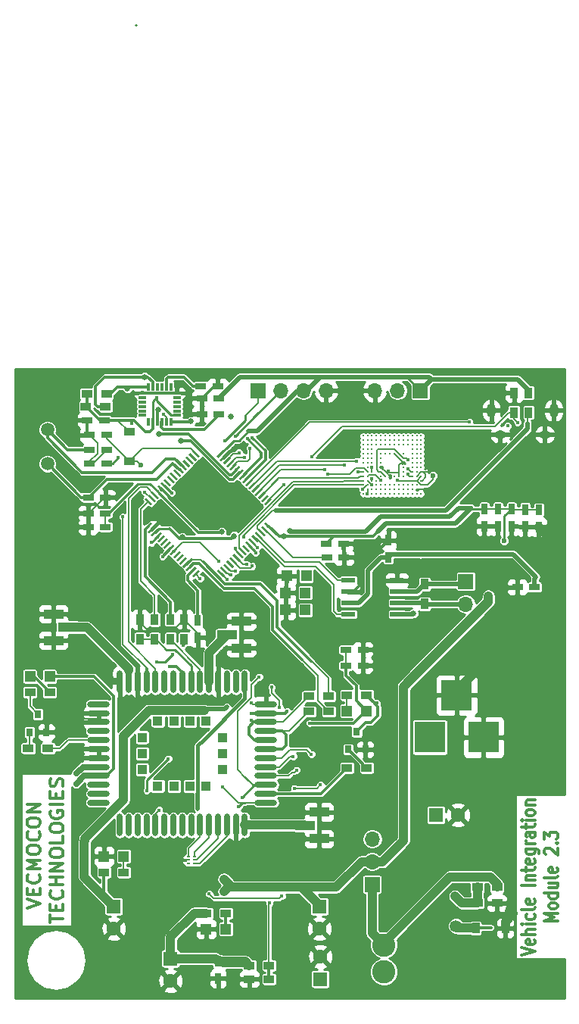
<source format=gbr>
G04 #@! TF.FileFunction,Copper,L1,Top,Signal*
%FSLAX46Y46*%
G04 Gerber Fmt 4.6, Leading zero omitted, Abs format (unit mm)*
G04 Created by KiCad (PCBNEW 4.0.5) date 04/12/18 12:11:43*
%MOMM*%
%LPD*%
G01*
G04 APERTURE LIST*
%ADD10C,0.100000*%
%ADD11C,0.300000*%
%ADD12O,0.700000X2.500000*%
%ADD13O,2.500000X0.700000*%
%ADD14R,1.100000X1.100000*%
%ADD15R,1.200000X1.200000*%
%ADD16R,3.500000X3.500000*%
%ADD17R,0.800000X0.900000*%
%ADD18R,1.600000X1.600000*%
%ADD19C,1.600000*%
%ADD20R,0.850000X0.300000*%
%ADD21R,0.300000X0.850000*%
%ADD22R,1.700000X1.700000*%
%ADD23O,1.700000X1.700000*%
%ADD24R,0.750000X1.200000*%
%ADD25R,1.200000X0.750000*%
%ADD26R,1.200000X0.900000*%
%ADD27R,0.900000X1.200000*%
%ADD28C,2.600000*%
%ADD29O,1.250000X0.950000*%
%ADD30O,1.000000X1.550000*%
%ADD31C,0.325000*%
%ADD32R,1.550000X0.600000*%
%ADD33C,1.500000*%
%ADD34R,0.420000X0.220000*%
%ADD35R,2.225000X1.050000*%
%ADD36C,0.650000*%
%ADD37C,0.450000*%
%ADD38C,0.600000*%
%ADD39C,1.350000*%
%ADD40C,0.250000*%
%ADD41C,0.500000*%
%ADD42C,0.200000*%
%ADD43C,0.150000*%
%ADD44C,1.000000*%
%ADD45C,0.700000*%
%ADD46C,0.400000*%
%ADD47C,0.254000*%
G04 APERTURE END LIST*
D10*
D11*
X138873571Y-121589786D02*
X140373571Y-121089786D01*
X138873571Y-120589786D01*
X139587857Y-120089786D02*
X139587857Y-119589786D01*
X140373571Y-119375500D02*
X140373571Y-120089786D01*
X138873571Y-120089786D01*
X138873571Y-119375500D01*
X140230714Y-117875500D02*
X140302143Y-117946929D01*
X140373571Y-118161215D01*
X140373571Y-118304072D01*
X140302143Y-118518357D01*
X140159286Y-118661215D01*
X140016429Y-118732643D01*
X139730714Y-118804072D01*
X139516429Y-118804072D01*
X139230714Y-118732643D01*
X139087857Y-118661215D01*
X138945000Y-118518357D01*
X138873571Y-118304072D01*
X138873571Y-118161215D01*
X138945000Y-117946929D01*
X139016429Y-117875500D01*
X140373571Y-117232643D02*
X138873571Y-117232643D01*
X139945000Y-116732643D01*
X138873571Y-116232643D01*
X140373571Y-116232643D01*
X138873571Y-115232643D02*
X138873571Y-114946929D01*
X138945000Y-114804071D01*
X139087857Y-114661214D01*
X139373571Y-114589786D01*
X139873571Y-114589786D01*
X140159286Y-114661214D01*
X140302143Y-114804071D01*
X140373571Y-114946929D01*
X140373571Y-115232643D01*
X140302143Y-115375500D01*
X140159286Y-115518357D01*
X139873571Y-115589786D01*
X139373571Y-115589786D01*
X139087857Y-115518357D01*
X138945000Y-115375500D01*
X138873571Y-115232643D01*
X140230714Y-113089785D02*
X140302143Y-113161214D01*
X140373571Y-113375500D01*
X140373571Y-113518357D01*
X140302143Y-113732642D01*
X140159286Y-113875500D01*
X140016429Y-113946928D01*
X139730714Y-114018357D01*
X139516429Y-114018357D01*
X139230714Y-113946928D01*
X139087857Y-113875500D01*
X138945000Y-113732642D01*
X138873571Y-113518357D01*
X138873571Y-113375500D01*
X138945000Y-113161214D01*
X139016429Y-113089785D01*
X138873571Y-112161214D02*
X138873571Y-111875500D01*
X138945000Y-111732642D01*
X139087857Y-111589785D01*
X139373571Y-111518357D01*
X139873571Y-111518357D01*
X140159286Y-111589785D01*
X140302143Y-111732642D01*
X140373571Y-111875500D01*
X140373571Y-112161214D01*
X140302143Y-112304071D01*
X140159286Y-112446928D01*
X139873571Y-112518357D01*
X139373571Y-112518357D01*
X139087857Y-112446928D01*
X138945000Y-112304071D01*
X138873571Y-112161214D01*
X140373571Y-110875499D02*
X138873571Y-110875499D01*
X140373571Y-110018356D01*
X138873571Y-110018356D01*
X141423571Y-123232644D02*
X141423571Y-122375501D01*
X142923571Y-122804072D02*
X141423571Y-122804072D01*
X142137857Y-121875501D02*
X142137857Y-121375501D01*
X142923571Y-121161215D02*
X142923571Y-121875501D01*
X141423571Y-121875501D01*
X141423571Y-121161215D01*
X142780714Y-119661215D02*
X142852143Y-119732644D01*
X142923571Y-119946930D01*
X142923571Y-120089787D01*
X142852143Y-120304072D01*
X142709286Y-120446930D01*
X142566429Y-120518358D01*
X142280714Y-120589787D01*
X142066429Y-120589787D01*
X141780714Y-120518358D01*
X141637857Y-120446930D01*
X141495000Y-120304072D01*
X141423571Y-120089787D01*
X141423571Y-119946930D01*
X141495000Y-119732644D01*
X141566429Y-119661215D01*
X142923571Y-119018358D02*
X141423571Y-119018358D01*
X142137857Y-119018358D02*
X142137857Y-118161215D01*
X142923571Y-118161215D02*
X141423571Y-118161215D01*
X142923571Y-117446929D02*
X141423571Y-117446929D01*
X142923571Y-116589786D01*
X141423571Y-116589786D01*
X141423571Y-115589786D02*
X141423571Y-115304072D01*
X141495000Y-115161214D01*
X141637857Y-115018357D01*
X141923571Y-114946929D01*
X142423571Y-114946929D01*
X142709286Y-115018357D01*
X142852143Y-115161214D01*
X142923571Y-115304072D01*
X142923571Y-115589786D01*
X142852143Y-115732643D01*
X142709286Y-115875500D01*
X142423571Y-115946929D01*
X141923571Y-115946929D01*
X141637857Y-115875500D01*
X141495000Y-115732643D01*
X141423571Y-115589786D01*
X142923571Y-113589785D02*
X142923571Y-114304071D01*
X141423571Y-114304071D01*
X141423571Y-112804071D02*
X141423571Y-112518357D01*
X141495000Y-112375499D01*
X141637857Y-112232642D01*
X141923571Y-112161214D01*
X142423571Y-112161214D01*
X142709286Y-112232642D01*
X142852143Y-112375499D01*
X142923571Y-112518357D01*
X142923571Y-112804071D01*
X142852143Y-112946928D01*
X142709286Y-113089785D01*
X142423571Y-113161214D01*
X141923571Y-113161214D01*
X141637857Y-113089785D01*
X141495000Y-112946928D01*
X141423571Y-112804071D01*
X141495000Y-110732642D02*
X141423571Y-110875499D01*
X141423571Y-111089785D01*
X141495000Y-111304070D01*
X141637857Y-111446928D01*
X141780714Y-111518356D01*
X142066429Y-111589785D01*
X142280714Y-111589785D01*
X142566429Y-111518356D01*
X142709286Y-111446928D01*
X142852143Y-111304070D01*
X142923571Y-111089785D01*
X142923571Y-110946928D01*
X142852143Y-110732642D01*
X142780714Y-110661213D01*
X142280714Y-110661213D01*
X142280714Y-110946928D01*
X142923571Y-110018356D02*
X141423571Y-110018356D01*
X142137857Y-109304070D02*
X142137857Y-108804070D01*
X142923571Y-108589784D02*
X142923571Y-109304070D01*
X141423571Y-109304070D01*
X141423571Y-108589784D01*
X142852143Y-108018356D02*
X142923571Y-107804070D01*
X142923571Y-107446927D01*
X142852143Y-107304070D01*
X142780714Y-107232641D01*
X142637857Y-107161213D01*
X142495000Y-107161213D01*
X142352143Y-107232641D01*
X142280714Y-107304070D01*
X142209286Y-107446927D01*
X142137857Y-107732641D01*
X142066429Y-107875499D01*
X141995000Y-107946927D01*
X141852143Y-108018356D01*
X141709286Y-108018356D01*
X141566429Y-107946927D01*
X141495000Y-107875499D01*
X141423571Y-107732641D01*
X141423571Y-107375499D01*
X141495000Y-107161213D01*
X194182071Y-126860000D02*
X195682071Y-126443334D01*
X194182071Y-126026667D01*
X195610643Y-125133809D02*
X195682071Y-125252857D01*
X195682071Y-125490952D01*
X195610643Y-125610000D01*
X195467786Y-125669524D01*
X194896357Y-125669524D01*
X194753500Y-125610000D01*
X194682071Y-125490952D01*
X194682071Y-125252857D01*
X194753500Y-125133809D01*
X194896357Y-125074286D01*
X195039214Y-125074286D01*
X195182071Y-125669524D01*
X195682071Y-124538571D02*
X194182071Y-124538571D01*
X195682071Y-124002857D02*
X194896357Y-124002857D01*
X194753500Y-124062380D01*
X194682071Y-124181428D01*
X194682071Y-124360000D01*
X194753500Y-124479047D01*
X194824929Y-124538571D01*
X195682071Y-123407619D02*
X194682071Y-123407619D01*
X194182071Y-123407619D02*
X194253500Y-123467143D01*
X194324929Y-123407619D01*
X194253500Y-123348095D01*
X194182071Y-123407619D01*
X194324929Y-123407619D01*
X195610643Y-122276667D02*
X195682071Y-122395714D01*
X195682071Y-122633810D01*
X195610643Y-122752857D01*
X195539214Y-122812381D01*
X195396357Y-122871905D01*
X194967786Y-122871905D01*
X194824929Y-122812381D01*
X194753500Y-122752857D01*
X194682071Y-122633810D01*
X194682071Y-122395714D01*
X194753500Y-122276667D01*
X195682071Y-121562381D02*
X195610643Y-121681428D01*
X195467786Y-121740952D01*
X194182071Y-121740952D01*
X195610643Y-120609999D02*
X195682071Y-120729047D01*
X195682071Y-120967142D01*
X195610643Y-121086190D01*
X195467786Y-121145714D01*
X194896357Y-121145714D01*
X194753500Y-121086190D01*
X194682071Y-120967142D01*
X194682071Y-120729047D01*
X194753500Y-120609999D01*
X194896357Y-120550476D01*
X195039214Y-120550476D01*
X195182071Y-121145714D01*
X195682071Y-119062380D02*
X194182071Y-119062380D01*
X194682071Y-118467142D02*
X195682071Y-118467142D01*
X194824929Y-118467142D02*
X194753500Y-118407618D01*
X194682071Y-118288571D01*
X194682071Y-118109999D01*
X194753500Y-117990951D01*
X194896357Y-117931428D01*
X195682071Y-117931428D01*
X194682071Y-117514761D02*
X194682071Y-117038571D01*
X194182071Y-117336190D02*
X195467786Y-117336190D01*
X195610643Y-117276666D01*
X195682071Y-117157619D01*
X195682071Y-117038571D01*
X195610643Y-116145713D02*
X195682071Y-116264761D01*
X195682071Y-116502856D01*
X195610643Y-116621904D01*
X195467786Y-116681428D01*
X194896357Y-116681428D01*
X194753500Y-116621904D01*
X194682071Y-116502856D01*
X194682071Y-116264761D01*
X194753500Y-116145713D01*
X194896357Y-116086190D01*
X195039214Y-116086190D01*
X195182071Y-116681428D01*
X194682071Y-115014761D02*
X195896357Y-115014761D01*
X196039214Y-115074284D01*
X196110643Y-115133808D01*
X196182071Y-115252856D01*
X196182071Y-115431427D01*
X196110643Y-115550475D01*
X195610643Y-115014761D02*
X195682071Y-115133808D01*
X195682071Y-115371904D01*
X195610643Y-115490951D01*
X195539214Y-115550475D01*
X195396357Y-115609999D01*
X194967786Y-115609999D01*
X194824929Y-115550475D01*
X194753500Y-115490951D01*
X194682071Y-115371904D01*
X194682071Y-115133808D01*
X194753500Y-115014761D01*
X195682071Y-114419523D02*
X194682071Y-114419523D01*
X194967786Y-114419523D02*
X194824929Y-114359999D01*
X194753500Y-114300475D01*
X194682071Y-114181428D01*
X194682071Y-114062380D01*
X195682071Y-113109999D02*
X194896357Y-113109999D01*
X194753500Y-113169522D01*
X194682071Y-113288570D01*
X194682071Y-113526665D01*
X194753500Y-113645713D01*
X195610643Y-113109999D02*
X195682071Y-113229046D01*
X195682071Y-113526665D01*
X195610643Y-113645713D01*
X195467786Y-113705237D01*
X195324929Y-113705237D01*
X195182071Y-113645713D01*
X195110643Y-113526665D01*
X195110643Y-113229046D01*
X195039214Y-113109999D01*
X194682071Y-112693332D02*
X194682071Y-112217142D01*
X194182071Y-112514761D02*
X195467786Y-112514761D01*
X195610643Y-112455237D01*
X195682071Y-112336190D01*
X195682071Y-112217142D01*
X195682071Y-111800475D02*
X194682071Y-111800475D01*
X194182071Y-111800475D02*
X194253500Y-111859999D01*
X194324929Y-111800475D01*
X194253500Y-111740951D01*
X194182071Y-111800475D01*
X194324929Y-111800475D01*
X195682071Y-111026666D02*
X195610643Y-111145713D01*
X195539214Y-111205237D01*
X195396357Y-111264761D01*
X194967786Y-111264761D01*
X194824929Y-111205237D01*
X194753500Y-111145713D01*
X194682071Y-111026666D01*
X194682071Y-110848094D01*
X194753500Y-110729046D01*
X194824929Y-110669523D01*
X194967786Y-110609999D01*
X195396357Y-110609999D01*
X195539214Y-110669523D01*
X195610643Y-110729046D01*
X195682071Y-110848094D01*
X195682071Y-111026666D01*
X194682071Y-110074285D02*
X195682071Y-110074285D01*
X194824929Y-110074285D02*
X194753500Y-110014761D01*
X194682071Y-109895714D01*
X194682071Y-109717142D01*
X194753500Y-109598094D01*
X194896357Y-109538571D01*
X195682071Y-109538571D01*
X198232071Y-123050475D02*
X196732071Y-123050475D01*
X197803500Y-122633808D01*
X196732071Y-122217142D01*
X198232071Y-122217142D01*
X198232071Y-121443333D02*
X198160643Y-121562380D01*
X198089214Y-121621904D01*
X197946357Y-121681428D01*
X197517786Y-121681428D01*
X197374929Y-121621904D01*
X197303500Y-121562380D01*
X197232071Y-121443333D01*
X197232071Y-121264761D01*
X197303500Y-121145713D01*
X197374929Y-121086190D01*
X197517786Y-121026666D01*
X197946357Y-121026666D01*
X198089214Y-121086190D01*
X198160643Y-121145713D01*
X198232071Y-121264761D01*
X198232071Y-121443333D01*
X198232071Y-119955238D02*
X196732071Y-119955238D01*
X198160643Y-119955238D02*
X198232071Y-120074285D01*
X198232071Y-120312381D01*
X198160643Y-120431428D01*
X198089214Y-120490952D01*
X197946357Y-120550476D01*
X197517786Y-120550476D01*
X197374929Y-120490952D01*
X197303500Y-120431428D01*
X197232071Y-120312381D01*
X197232071Y-120074285D01*
X197303500Y-119955238D01*
X197232071Y-118824286D02*
X198232071Y-118824286D01*
X197232071Y-119360000D02*
X198017786Y-119360000D01*
X198160643Y-119300476D01*
X198232071Y-119181429D01*
X198232071Y-119002857D01*
X198160643Y-118883809D01*
X198089214Y-118824286D01*
X198232071Y-118050477D02*
X198160643Y-118169524D01*
X198017786Y-118229048D01*
X196732071Y-118229048D01*
X198160643Y-117098095D02*
X198232071Y-117217143D01*
X198232071Y-117455238D01*
X198160643Y-117574286D01*
X198017786Y-117633810D01*
X197446357Y-117633810D01*
X197303500Y-117574286D01*
X197232071Y-117455238D01*
X197232071Y-117217143D01*
X197303500Y-117098095D01*
X197446357Y-117038572D01*
X197589214Y-117038572D01*
X197732071Y-117633810D01*
X196874929Y-115610000D02*
X196803500Y-115550476D01*
X196732071Y-115431428D01*
X196732071Y-115133809D01*
X196803500Y-115014762D01*
X196874929Y-114955238D01*
X197017786Y-114895714D01*
X197160643Y-114895714D01*
X197374929Y-114955238D01*
X198232071Y-115669524D01*
X198232071Y-114895714D01*
X198089214Y-114360000D02*
X198160643Y-114300476D01*
X198232071Y-114360000D01*
X198160643Y-114419524D01*
X198089214Y-114360000D01*
X198232071Y-114360000D01*
X196732071Y-113883810D02*
X196732071Y-113110000D01*
X197303500Y-113526667D01*
X197303500Y-113348095D01*
X197374929Y-113229048D01*
X197446357Y-113169524D01*
X197589214Y-113110000D01*
X197946357Y-113110000D01*
X198089214Y-113169524D01*
X198160643Y-113229048D01*
X198232071Y-113348095D01*
X198232071Y-113705238D01*
X198160643Y-113824286D01*
X198089214Y-113883810D01*
D12*
X149250400Y-112318800D03*
X150250400Y-112318800D03*
X151250400Y-112318800D03*
X152250400Y-112318800D03*
X153250400Y-112318800D03*
X154250400Y-112318800D03*
X155250400Y-112318800D03*
X156250400Y-112318800D03*
X157250400Y-112318800D03*
X158250400Y-112318800D03*
X159250400Y-112318800D03*
X160250400Y-112318800D03*
X161250400Y-112318800D03*
X162250400Y-112318800D03*
X163250400Y-112318800D03*
D13*
X165600400Y-109818800D03*
X165600400Y-108818800D03*
X165600400Y-107818800D03*
X165600400Y-106818800D03*
X165600400Y-105818800D03*
X165600400Y-104818800D03*
X165600400Y-103818800D03*
X165600400Y-102818800D03*
X165600400Y-101818800D03*
X165600400Y-100818800D03*
X165600400Y-99818800D03*
X165600400Y-98818800D03*
D12*
X163250400Y-96318800D03*
X162250400Y-96318800D03*
X161250400Y-96318800D03*
X160250400Y-96318800D03*
X159250400Y-96318800D03*
X158250400Y-96318800D03*
X157250400Y-96318800D03*
X156250400Y-96318800D03*
X155250400Y-96318800D03*
X154250400Y-96318800D03*
X153250400Y-96318800D03*
X152250400Y-96318800D03*
X151250400Y-96318800D03*
X150250400Y-96318800D03*
X149250400Y-96318800D03*
D13*
X146900400Y-98818800D03*
X146900400Y-99818800D03*
X146900400Y-100818800D03*
X146900400Y-101818800D03*
X146900400Y-102818800D03*
X146900400Y-103818800D03*
X146900400Y-104818800D03*
X146900400Y-105818800D03*
X146890400Y-106818800D03*
X146900400Y-107818800D03*
X146900400Y-108818800D03*
X146900400Y-109818800D03*
D14*
X151750400Y-104318800D03*
X151750400Y-106118800D03*
X151750400Y-102518800D03*
X155310400Y-107968800D03*
X153510400Y-107968800D03*
X157110400Y-107968800D03*
X158910400Y-107968800D03*
X160750400Y-104318800D03*
X153510400Y-100668800D03*
X155310400Y-100668800D03*
X157110400Y-100668800D03*
X158910400Y-100668800D03*
X160750400Y-102518800D03*
X160750400Y-106118800D03*
D15*
X161120000Y-123952000D03*
X158920000Y-123952000D03*
X149690000Y-115824000D03*
X147490000Y-115824000D03*
X141409600Y-95707200D03*
X139209600Y-95707200D03*
D16*
X183946800Y-102514400D03*
X189946800Y-102514400D03*
X186946800Y-97814400D03*
D15*
X170137000Y-84455000D03*
X167937000Y-84455000D03*
X170010000Y-88265000D03*
X167810000Y-88265000D03*
X170010000Y-86360000D03*
X167810000Y-86360000D03*
X176868000Y-99568000D03*
X174668000Y-99568000D03*
D17*
X174818000Y-103870000D03*
X176718000Y-103870000D03*
X175768000Y-101870000D03*
X139156400Y-101939600D03*
X141056400Y-101939600D03*
X140106400Y-99939600D03*
D18*
X154940000Y-127254000D03*
D19*
X154940000Y-129754000D03*
D18*
X171577000Y-121412000D03*
D19*
X171577000Y-123912000D03*
D20*
X151770800Y-64028000D03*
X151770800Y-64528000D03*
X151770800Y-65028000D03*
X151770800Y-65528000D03*
X151770800Y-66028000D03*
X151770800Y-66528000D03*
D21*
X152470800Y-67228000D03*
X152970800Y-67228000D03*
X153470800Y-67228000D03*
X153970800Y-67228000D03*
X154470800Y-67228000D03*
X154970800Y-67228000D03*
D20*
X155670800Y-66528000D03*
X155670800Y-66028000D03*
X155670800Y-65528000D03*
X155670800Y-65028000D03*
X155670800Y-64528000D03*
X155670800Y-64028000D03*
D21*
X154970800Y-63328000D03*
X154470800Y-63328000D03*
X153970800Y-63328000D03*
X153470800Y-63328000D03*
X152970800Y-63328000D03*
X152470800Y-63328000D03*
D18*
X148590000Y-121412000D03*
D19*
X148590000Y-123912000D03*
D22*
X164719000Y-63754000D03*
D23*
X167259000Y-63754000D03*
X169799000Y-63754000D03*
X172339000Y-63754000D03*
D22*
X187960000Y-85090000D03*
D23*
X187960000Y-87630000D03*
D10*
G36*
X157335600Y-70573476D02*
X157512377Y-70396699D01*
X158219484Y-71103806D01*
X158042707Y-71280583D01*
X157335600Y-70573476D01*
X157335600Y-70573476D01*
G37*
G36*
X156982046Y-70927029D02*
X157158823Y-70750252D01*
X157865930Y-71457359D01*
X157689153Y-71634136D01*
X156982046Y-70927029D01*
X156982046Y-70927029D01*
G37*
G36*
X156628493Y-71280583D02*
X156805270Y-71103806D01*
X157512377Y-71810913D01*
X157335600Y-71987690D01*
X156628493Y-71280583D01*
X156628493Y-71280583D01*
G37*
G36*
X156274940Y-71634136D02*
X156451717Y-71457359D01*
X157158824Y-72164466D01*
X156982047Y-72341243D01*
X156274940Y-71634136D01*
X156274940Y-71634136D01*
G37*
G36*
X155921386Y-71987689D02*
X156098163Y-71810912D01*
X156805270Y-72518019D01*
X156628493Y-72694796D01*
X155921386Y-71987689D01*
X155921386Y-71987689D01*
G37*
G36*
X155567833Y-72341243D02*
X155744610Y-72164466D01*
X156451717Y-72871573D01*
X156274940Y-73048350D01*
X155567833Y-72341243D01*
X155567833Y-72341243D01*
G37*
G36*
X155214279Y-72694796D02*
X155391056Y-72518019D01*
X156098163Y-73225126D01*
X155921386Y-73401903D01*
X155214279Y-72694796D01*
X155214279Y-72694796D01*
G37*
G36*
X154860726Y-73048350D02*
X155037503Y-72871573D01*
X155744610Y-73578680D01*
X155567833Y-73755457D01*
X154860726Y-73048350D01*
X154860726Y-73048350D01*
G37*
G36*
X154507173Y-73401903D02*
X154683950Y-73225126D01*
X155391057Y-73932233D01*
X155214280Y-74109010D01*
X154507173Y-73401903D01*
X154507173Y-73401903D01*
G37*
G36*
X154153619Y-73755456D02*
X154330396Y-73578679D01*
X155037503Y-74285786D01*
X154860726Y-74462563D01*
X154153619Y-73755456D01*
X154153619Y-73755456D01*
G37*
G36*
X153800066Y-74109010D02*
X153976843Y-73932233D01*
X154683950Y-74639340D01*
X154507173Y-74816117D01*
X153800066Y-74109010D01*
X153800066Y-74109010D01*
G37*
G36*
X153446512Y-74462563D02*
X153623289Y-74285786D01*
X154330396Y-74992893D01*
X154153619Y-75169670D01*
X153446512Y-74462563D01*
X153446512Y-74462563D01*
G37*
G36*
X153092959Y-74816117D02*
X153269736Y-74639340D01*
X153976843Y-75346447D01*
X153800066Y-75523224D01*
X153092959Y-74816117D01*
X153092959Y-74816117D01*
G37*
G36*
X152739406Y-75169670D02*
X152916183Y-74992893D01*
X153623290Y-75700000D01*
X153446513Y-75876777D01*
X152739406Y-75169670D01*
X152739406Y-75169670D01*
G37*
G36*
X152385852Y-75523223D02*
X152562629Y-75346446D01*
X153269736Y-76053553D01*
X153092959Y-76230330D01*
X152385852Y-75523223D01*
X152385852Y-75523223D01*
G37*
G36*
X152032299Y-75876777D02*
X152209076Y-75700000D01*
X152916183Y-76407107D01*
X152739406Y-76583884D01*
X152032299Y-75876777D01*
X152032299Y-75876777D01*
G37*
G36*
X152209076Y-79341600D02*
X152032299Y-79164823D01*
X152739406Y-78457716D01*
X152916183Y-78634493D01*
X152209076Y-79341600D01*
X152209076Y-79341600D01*
G37*
G36*
X152562629Y-79695154D02*
X152385852Y-79518377D01*
X153092959Y-78811270D01*
X153269736Y-78988047D01*
X152562629Y-79695154D01*
X152562629Y-79695154D01*
G37*
G36*
X152916183Y-80048707D02*
X152739406Y-79871930D01*
X153446513Y-79164823D01*
X153623290Y-79341600D01*
X152916183Y-80048707D01*
X152916183Y-80048707D01*
G37*
G36*
X153269736Y-80402260D02*
X153092959Y-80225483D01*
X153800066Y-79518376D01*
X153976843Y-79695153D01*
X153269736Y-80402260D01*
X153269736Y-80402260D01*
G37*
G36*
X153623289Y-80755814D02*
X153446512Y-80579037D01*
X154153619Y-79871930D01*
X154330396Y-80048707D01*
X153623289Y-80755814D01*
X153623289Y-80755814D01*
G37*
G36*
X153976843Y-81109367D02*
X153800066Y-80932590D01*
X154507173Y-80225483D01*
X154683950Y-80402260D01*
X153976843Y-81109367D01*
X153976843Y-81109367D01*
G37*
G36*
X154330396Y-81462921D02*
X154153619Y-81286144D01*
X154860726Y-80579037D01*
X155037503Y-80755814D01*
X154330396Y-81462921D01*
X154330396Y-81462921D01*
G37*
G36*
X154683950Y-81816474D02*
X154507173Y-81639697D01*
X155214280Y-80932590D01*
X155391057Y-81109367D01*
X154683950Y-81816474D01*
X154683950Y-81816474D01*
G37*
G36*
X155037503Y-82170027D02*
X154860726Y-81993250D01*
X155567833Y-81286143D01*
X155744610Y-81462920D01*
X155037503Y-82170027D01*
X155037503Y-82170027D01*
G37*
G36*
X155391056Y-82523581D02*
X155214279Y-82346804D01*
X155921386Y-81639697D01*
X156098163Y-81816474D01*
X155391056Y-82523581D01*
X155391056Y-82523581D01*
G37*
G36*
X155744610Y-82877134D02*
X155567833Y-82700357D01*
X156274940Y-81993250D01*
X156451717Y-82170027D01*
X155744610Y-82877134D01*
X155744610Y-82877134D01*
G37*
G36*
X156098163Y-83230688D02*
X155921386Y-83053911D01*
X156628493Y-82346804D01*
X156805270Y-82523581D01*
X156098163Y-83230688D01*
X156098163Y-83230688D01*
G37*
G36*
X156451717Y-83584241D02*
X156274940Y-83407464D01*
X156982047Y-82700357D01*
X157158824Y-82877134D01*
X156451717Y-83584241D01*
X156451717Y-83584241D01*
G37*
G36*
X156805270Y-83937794D02*
X156628493Y-83761017D01*
X157335600Y-83053910D01*
X157512377Y-83230687D01*
X156805270Y-83937794D01*
X156805270Y-83937794D01*
G37*
G36*
X157158823Y-84291348D02*
X156982046Y-84114571D01*
X157689153Y-83407464D01*
X157865930Y-83584241D01*
X157158823Y-84291348D01*
X157158823Y-84291348D01*
G37*
G36*
X157512377Y-84644901D02*
X157335600Y-84468124D01*
X158042707Y-83761017D01*
X158219484Y-83937794D01*
X157512377Y-84644901D01*
X157512377Y-84644901D01*
G37*
G36*
X160093316Y-83937794D02*
X160270093Y-83761017D01*
X160977200Y-84468124D01*
X160800423Y-84644901D01*
X160093316Y-83937794D01*
X160093316Y-83937794D01*
G37*
G36*
X160446870Y-83584241D02*
X160623647Y-83407464D01*
X161330754Y-84114571D01*
X161153977Y-84291348D01*
X160446870Y-83584241D01*
X160446870Y-83584241D01*
G37*
G36*
X160800423Y-83230687D02*
X160977200Y-83053910D01*
X161684307Y-83761017D01*
X161507530Y-83937794D01*
X160800423Y-83230687D01*
X160800423Y-83230687D01*
G37*
G36*
X161153976Y-82877134D02*
X161330753Y-82700357D01*
X162037860Y-83407464D01*
X161861083Y-83584241D01*
X161153976Y-82877134D01*
X161153976Y-82877134D01*
G37*
G36*
X161507530Y-82523581D02*
X161684307Y-82346804D01*
X162391414Y-83053911D01*
X162214637Y-83230688D01*
X161507530Y-82523581D01*
X161507530Y-82523581D01*
G37*
G36*
X161861083Y-82170027D02*
X162037860Y-81993250D01*
X162744967Y-82700357D01*
X162568190Y-82877134D01*
X161861083Y-82170027D01*
X161861083Y-82170027D01*
G37*
G36*
X162214637Y-81816474D02*
X162391414Y-81639697D01*
X163098521Y-82346804D01*
X162921744Y-82523581D01*
X162214637Y-81816474D01*
X162214637Y-81816474D01*
G37*
G36*
X162568190Y-81462920D02*
X162744967Y-81286143D01*
X163452074Y-81993250D01*
X163275297Y-82170027D01*
X162568190Y-81462920D01*
X162568190Y-81462920D01*
G37*
G36*
X162921743Y-81109367D02*
X163098520Y-80932590D01*
X163805627Y-81639697D01*
X163628850Y-81816474D01*
X162921743Y-81109367D01*
X162921743Y-81109367D01*
G37*
G36*
X163275297Y-80755814D02*
X163452074Y-80579037D01*
X164159181Y-81286144D01*
X163982404Y-81462921D01*
X163275297Y-80755814D01*
X163275297Y-80755814D01*
G37*
G36*
X163628850Y-80402260D02*
X163805627Y-80225483D01*
X164512734Y-80932590D01*
X164335957Y-81109367D01*
X163628850Y-80402260D01*
X163628850Y-80402260D01*
G37*
G36*
X163982404Y-80048707D02*
X164159181Y-79871930D01*
X164866288Y-80579037D01*
X164689511Y-80755814D01*
X163982404Y-80048707D01*
X163982404Y-80048707D01*
G37*
G36*
X164335957Y-79695153D02*
X164512734Y-79518376D01*
X165219841Y-80225483D01*
X165043064Y-80402260D01*
X164335957Y-79695153D01*
X164335957Y-79695153D01*
G37*
G36*
X164689510Y-79341600D02*
X164866287Y-79164823D01*
X165573394Y-79871930D01*
X165396617Y-80048707D01*
X164689510Y-79341600D01*
X164689510Y-79341600D01*
G37*
G36*
X165043064Y-78988047D02*
X165219841Y-78811270D01*
X165926948Y-79518377D01*
X165750171Y-79695154D01*
X165043064Y-78988047D01*
X165043064Y-78988047D01*
G37*
G36*
X165396617Y-78634493D02*
X165573394Y-78457716D01*
X166280501Y-79164823D01*
X166103724Y-79341600D01*
X165396617Y-78634493D01*
X165396617Y-78634493D01*
G37*
G36*
X165573394Y-76583884D02*
X165396617Y-76407107D01*
X166103724Y-75700000D01*
X166280501Y-75876777D01*
X165573394Y-76583884D01*
X165573394Y-76583884D01*
G37*
G36*
X165219841Y-76230330D02*
X165043064Y-76053553D01*
X165750171Y-75346446D01*
X165926948Y-75523223D01*
X165219841Y-76230330D01*
X165219841Y-76230330D01*
G37*
G36*
X164866287Y-75876777D02*
X164689510Y-75700000D01*
X165396617Y-74992893D01*
X165573394Y-75169670D01*
X164866287Y-75876777D01*
X164866287Y-75876777D01*
G37*
G36*
X164512734Y-75523224D02*
X164335957Y-75346447D01*
X165043064Y-74639340D01*
X165219841Y-74816117D01*
X164512734Y-75523224D01*
X164512734Y-75523224D01*
G37*
G36*
X164159181Y-75169670D02*
X163982404Y-74992893D01*
X164689511Y-74285786D01*
X164866288Y-74462563D01*
X164159181Y-75169670D01*
X164159181Y-75169670D01*
G37*
G36*
X163805627Y-74816117D02*
X163628850Y-74639340D01*
X164335957Y-73932233D01*
X164512734Y-74109010D01*
X163805627Y-74816117D01*
X163805627Y-74816117D01*
G37*
G36*
X163452074Y-74462563D02*
X163275297Y-74285786D01*
X163982404Y-73578679D01*
X164159181Y-73755456D01*
X163452074Y-74462563D01*
X163452074Y-74462563D01*
G37*
G36*
X163098520Y-74109010D02*
X162921743Y-73932233D01*
X163628850Y-73225126D01*
X163805627Y-73401903D01*
X163098520Y-74109010D01*
X163098520Y-74109010D01*
G37*
G36*
X162744967Y-73755457D02*
X162568190Y-73578680D01*
X163275297Y-72871573D01*
X163452074Y-73048350D01*
X162744967Y-73755457D01*
X162744967Y-73755457D01*
G37*
G36*
X162391414Y-73401903D02*
X162214637Y-73225126D01*
X162921744Y-72518019D01*
X163098521Y-72694796D01*
X162391414Y-73401903D01*
X162391414Y-73401903D01*
G37*
G36*
X162037860Y-73048350D02*
X161861083Y-72871573D01*
X162568190Y-72164466D01*
X162744967Y-72341243D01*
X162037860Y-73048350D01*
X162037860Y-73048350D01*
G37*
G36*
X161684307Y-72694796D02*
X161507530Y-72518019D01*
X162214637Y-71810912D01*
X162391414Y-71987689D01*
X161684307Y-72694796D01*
X161684307Y-72694796D01*
G37*
G36*
X161330753Y-72341243D02*
X161153976Y-72164466D01*
X161861083Y-71457359D01*
X162037860Y-71634136D01*
X161330753Y-72341243D01*
X161330753Y-72341243D01*
G37*
G36*
X160977200Y-71987690D02*
X160800423Y-71810913D01*
X161507530Y-71103806D01*
X161684307Y-71280583D01*
X160977200Y-71987690D01*
X160977200Y-71987690D01*
G37*
G36*
X160623647Y-71634136D02*
X160446870Y-71457359D01*
X161153977Y-70750252D01*
X161330754Y-70927029D01*
X160623647Y-71634136D01*
X160623647Y-71634136D01*
G37*
G36*
X160270093Y-71280583D02*
X160093316Y-71103806D01*
X160800423Y-70396699D01*
X160977200Y-70573476D01*
X160270093Y-71280583D01*
X160270093Y-71280583D01*
G37*
D22*
X182880000Y-63754000D03*
D23*
X180340000Y-63754000D03*
X177800000Y-63754000D03*
D24*
X196113400Y-77104200D03*
X196113400Y-79004200D03*
X194589400Y-77053400D03*
X194589400Y-78953400D03*
X193065400Y-77002600D03*
X193065400Y-78902600D03*
X190017400Y-77002600D03*
X190017400Y-78902600D03*
X191541400Y-77002600D03*
X191541400Y-78902600D03*
D25*
X158435000Y-64617600D03*
X160335000Y-64617600D03*
X160335000Y-66395600D03*
X158435000Y-66395600D03*
X147508000Y-67056000D03*
X145608000Y-67056000D03*
X160208000Y-63246000D03*
X158308000Y-63246000D03*
D24*
X157988000Y-91374000D03*
X157988000Y-89474000D03*
D25*
X172430400Y-82397600D03*
X174330400Y-82397600D03*
X174564000Y-94488000D03*
X176464000Y-94488000D03*
D18*
X184607200Y-111201200D03*
D19*
X187107200Y-111201200D03*
D18*
X171704000Y-129540000D03*
D19*
X171704000Y-127040000D03*
D25*
X195641000Y-85725000D03*
X193741000Y-85725000D03*
D24*
X160274000Y-127574000D03*
X160274000Y-129474000D03*
X179324000Y-82382400D03*
X179324000Y-80482400D03*
D25*
X147762000Y-70358000D03*
X145862000Y-70358000D03*
X147635000Y-75692000D03*
X145735000Y-75692000D03*
X174564000Y-92710000D03*
X176464000Y-92710000D03*
X147762000Y-68707000D03*
X145862000Y-68707000D03*
D26*
X150317200Y-71652400D03*
X150317200Y-68352400D03*
D27*
X189078600Y-123850400D03*
X192378600Y-123850400D03*
D22*
X177495200Y-118973600D03*
D23*
X177495200Y-116433600D03*
X177495200Y-113893600D03*
D28*
X178816000Y-125730000D03*
X178816000Y-128730000D03*
D29*
X191810000Y-68660000D03*
X196810000Y-68660000D03*
D30*
X190810000Y-65960000D03*
X197810000Y-65960000D03*
D26*
X145559600Y-64109600D03*
X147759600Y-64109600D03*
X145458000Y-65532000D03*
X147658000Y-65532000D03*
X141409600Y-97485200D03*
X139209600Y-97485200D03*
X191447600Y-121056400D03*
X189247600Y-121056400D03*
X189247600Y-119278400D03*
X191447600Y-119278400D03*
X172610960Y-97917000D03*
X170410960Y-97917000D03*
D27*
X156464000Y-91524000D03*
X156464000Y-89324000D03*
D26*
X163746000Y-128016000D03*
X165946000Y-128016000D03*
X165946000Y-129540000D03*
X163746000Y-129540000D03*
X158920000Y-122174000D03*
X161120000Y-122174000D03*
X172626200Y-99634040D03*
X170426200Y-99634040D03*
D27*
X151523700Y-89349400D03*
X151523700Y-91549400D03*
D26*
X147490000Y-117602000D03*
X149690000Y-117602000D03*
X176868000Y-97790000D03*
X174668000Y-97790000D03*
D27*
X193370200Y-64000200D03*
X193370200Y-66200200D03*
X183337200Y-87612400D03*
X183337200Y-85412400D03*
X154940000Y-89324000D03*
X154940000Y-91524000D03*
X153174700Y-89349400D03*
X153174700Y-91549400D03*
X194995800Y-64000200D03*
X194995800Y-66200200D03*
D26*
X176868000Y-105918000D03*
X174668000Y-105918000D03*
X141206400Y-103733600D03*
X139006400Y-103733600D03*
D31*
X176470000Y-74315000D03*
X176470000Y-73815000D03*
X176470000Y-73315000D03*
X176470000Y-72815000D03*
X176470000Y-71815000D03*
X176970000Y-73315000D03*
X176470000Y-70315000D03*
X176470000Y-69815000D03*
X176470000Y-69315000D03*
X176470000Y-68815000D03*
X176970000Y-74815000D03*
X176970000Y-74315000D03*
X176970000Y-73815000D03*
X176470000Y-71315000D03*
X176970000Y-72815000D03*
X176970000Y-72315000D03*
X176970000Y-71815000D03*
X176970000Y-71315000D03*
X176970000Y-70815000D03*
X176970000Y-70315000D03*
X176970000Y-69815000D03*
X176970000Y-69315000D03*
X176970000Y-68815000D03*
X177470000Y-68815000D03*
X177470000Y-69315000D03*
X177470000Y-69815000D03*
X177470000Y-70315000D03*
X177470000Y-70815000D03*
X177470000Y-71315000D03*
X177470000Y-71815000D03*
X177470000Y-72815000D03*
X177470000Y-73815000D03*
X177470000Y-74815000D03*
X177470000Y-75315000D03*
X177970000Y-75315000D03*
X177970000Y-74815000D03*
X177970000Y-74315000D03*
X177970000Y-73815000D03*
X179470000Y-74315000D03*
X181970000Y-73815000D03*
X181970000Y-73315000D03*
X181970000Y-72815000D03*
X182470000Y-73315000D03*
X182470000Y-73815000D03*
X182470000Y-74815000D03*
X182970000Y-74315000D03*
X182970000Y-73815000D03*
X182970000Y-73315000D03*
X182970000Y-72815000D03*
X182970000Y-72315000D03*
X182970000Y-70815000D03*
X178470000Y-73315000D03*
X178970000Y-73315000D03*
X179470000Y-73315000D03*
X179970000Y-73315000D03*
X180470000Y-73315000D03*
X180970000Y-73315000D03*
X180970000Y-72815000D03*
X180970000Y-72315000D03*
X180970000Y-71315000D03*
X180970000Y-70815000D03*
X180970000Y-71815000D03*
X180470000Y-70815000D03*
X179970000Y-70815000D03*
X179470000Y-70815000D03*
X178970000Y-70815000D03*
X178470000Y-70815000D03*
X178470000Y-71315000D03*
X178470000Y-71815000D03*
X178470000Y-72315000D03*
X178470000Y-72815000D03*
X176470000Y-70815000D03*
X178470000Y-75315000D03*
X178470000Y-74815000D03*
X178470000Y-74315000D03*
X178970000Y-75315000D03*
X178970000Y-74815000D03*
X178970000Y-74315000D03*
X179470000Y-75315000D03*
X179470000Y-74815000D03*
X179970000Y-75315000D03*
X179970000Y-74815000D03*
X179970000Y-74315000D03*
X180470000Y-75315000D03*
X180470000Y-74815000D03*
X180470000Y-74315000D03*
X180970000Y-75315000D03*
X180970000Y-74815000D03*
X180970000Y-74315000D03*
X181470000Y-75315000D03*
X181470000Y-74815000D03*
X181470000Y-74315000D03*
X181970000Y-75315000D03*
X181970000Y-74815000D03*
X181970000Y-74315000D03*
X182470000Y-75315000D03*
X182470000Y-74315000D03*
X182970000Y-75315000D03*
X182470000Y-72815000D03*
X182470000Y-72315000D03*
X181970000Y-72315000D03*
X181970000Y-71815000D03*
X182470000Y-71815000D03*
X182970000Y-71815000D03*
X182970000Y-71315000D03*
X182470000Y-71315000D03*
X181970000Y-71315000D03*
X181970000Y-70815000D03*
X182470000Y-70815000D03*
X182970000Y-70315000D03*
X182470000Y-70315000D03*
X181970000Y-70315000D03*
X181970000Y-69815000D03*
X182470000Y-69815000D03*
X182970000Y-69815000D03*
X182970000Y-69315000D03*
X182470000Y-69315000D03*
X181970000Y-69315000D03*
X181970000Y-68815000D03*
X182970000Y-68815000D03*
X182470000Y-68815000D03*
X181470000Y-68815000D03*
X180970000Y-68815000D03*
X180470000Y-68815000D03*
X179970000Y-68815000D03*
X179470000Y-68815000D03*
X178970000Y-68815000D03*
X178470000Y-68815000D03*
X177970000Y-68815000D03*
X177970000Y-69315000D03*
X178470000Y-69315000D03*
X178970000Y-69315000D03*
X179470000Y-69315000D03*
X179970000Y-69315000D03*
X180470000Y-69315000D03*
X180970000Y-69315000D03*
X181470000Y-69315000D03*
X181470000Y-69815000D03*
X180970000Y-69815000D03*
X180470000Y-69815000D03*
X179970000Y-69815000D03*
X179470000Y-69815000D03*
X178970000Y-69815000D03*
X178470000Y-69815000D03*
X177970000Y-69815000D03*
X176470000Y-75315000D03*
D32*
X174846000Y-84963000D03*
X174846000Y-86233000D03*
X174846000Y-87503000D03*
X174846000Y-88773000D03*
X180246000Y-88773000D03*
X180246000Y-87503000D03*
X180246000Y-86233000D03*
X180246000Y-84963000D03*
D33*
X141173200Y-68122800D03*
X141173200Y-71922800D03*
D25*
X147762000Y-71882000D03*
X145862000Y-71882000D03*
X147635000Y-77470000D03*
X145735000Y-77470000D03*
X145735000Y-78994000D03*
X147635000Y-78994000D03*
X174279600Y-80873600D03*
X172379600Y-80873600D03*
D34*
X156972000Y-115824000D03*
X156972000Y-116224000D03*
X156972000Y-116624000D03*
X157622000Y-115824000D03*
X157622000Y-116224000D03*
X157622000Y-116624000D03*
D35*
X171577000Y-113846000D03*
X171577000Y-110871000D03*
X169977000Y-112358500D03*
X162864800Y-92535400D03*
X162864800Y-89560400D03*
X161264800Y-91047900D03*
X141859000Y-88719000D03*
X141859000Y-91694000D03*
X143459000Y-90206500D03*
D36*
X156273500Y-80137000D03*
X160655000Y-79565500D03*
X168275000Y-79438500D03*
X167640000Y-80073500D03*
X162052000Y-80010000D03*
X182118000Y-88646000D03*
D37*
X158242000Y-84772500D03*
X150622000Y-67437000D03*
X149098000Y-71247000D03*
X153352500Y-64516000D03*
X161417000Y-63563500D03*
X181483000Y-71501000D03*
D38*
X192278000Y-80581500D03*
X188531500Y-76898500D03*
D37*
X160528000Y-93091000D03*
X161036000Y-92583000D03*
X158369000Y-92837000D03*
X159131000Y-91948000D03*
X159639000Y-91440000D03*
X159766000Y-90932000D03*
X150368000Y-93726000D03*
X149860000Y-93218000D03*
X149352000Y-92710000D03*
X148844000Y-92202000D03*
X148336000Y-91694000D03*
X147828000Y-91186000D03*
X147320000Y-90678000D03*
X146812000Y-90170000D03*
X146304000Y-89662000D03*
X145669000Y-89281000D03*
X145034000Y-89281000D03*
X144399000Y-89281000D03*
X143764000Y-89281000D03*
X148590000Y-94488000D03*
X148082000Y-93980000D03*
X147574000Y-93472000D03*
X147066000Y-92964000D03*
X146558000Y-92456000D03*
X146050000Y-91948000D03*
X145542000Y-91440000D03*
X145034000Y-91186000D03*
X144399000Y-91186000D03*
X143764000Y-91186000D03*
X164211000Y-113284000D03*
X164846000Y-113284000D03*
X165481000Y-113284000D03*
X166116000Y-113284000D03*
X166878000Y-113284000D03*
X167640000Y-113284000D03*
X168402000Y-113284000D03*
X169037000Y-113284000D03*
X169672000Y-113284000D03*
X163957000Y-111379000D03*
X164592000Y-111379000D03*
X165227000Y-111379000D03*
X165862000Y-111379000D03*
X166624000Y-111379000D03*
X167386000Y-111379000D03*
X168148000Y-111379000D03*
X168910000Y-111379000D03*
X169672000Y-111379000D03*
X161620200Y-98526600D03*
X156273500Y-116205000D03*
D39*
X192986000Y-121920000D03*
D36*
X148082000Y-96075500D03*
X156019500Y-76771500D03*
D37*
X159994600Y-125933200D03*
X156591000Y-87731600D03*
X163982400Y-98679000D03*
X175895000Y-72872600D03*
X177469800Y-73609200D03*
X179324000Y-72771000D03*
X183896000Y-75247500D03*
X153098500Y-114300000D03*
X151574500Y-116967000D03*
X154432000Y-108775500D03*
X144462500Y-99822000D03*
X144462500Y-104013000D03*
X162687000Y-116776500D03*
X153797000Y-78295500D03*
X161925000Y-70231000D03*
X156972000Y-66040000D03*
X154178000Y-66421000D03*
X170688000Y-75438000D03*
X154686000Y-104902000D03*
X152273000Y-108458000D03*
X167132000Y-99187000D03*
X166243000Y-96901000D03*
X164846000Y-95758000D03*
X162941000Y-109220000D03*
D36*
X144399000Y-106553000D03*
X144399000Y-107696000D03*
D37*
X162560000Y-110236000D03*
X160782000Y-108077000D03*
X152806400Y-80746600D03*
X168656000Y-104648000D03*
X169037000Y-106172000D03*
X170688000Y-104394000D03*
X165989000Y-121031000D03*
X162179000Y-83947000D03*
D36*
X153543000Y-65913000D03*
X161671000Y-66675000D03*
D37*
X164084000Y-69024500D03*
X161239200Y-99110800D03*
X163957000Y-99822000D03*
X167975280Y-99608640D03*
X170489880Y-100934520D03*
X157988000Y-110490000D03*
X195834000Y-84582000D03*
D38*
X182880000Y-82042000D03*
D37*
X155067000Y-75184000D03*
D36*
X156083000Y-69342000D03*
X152019000Y-62230000D03*
X150114000Y-63500000D03*
X153670000Y-68580000D03*
D37*
X163512500Y-69151500D03*
D36*
X157226000Y-67183000D03*
D37*
X164642800Y-81292700D03*
X160972500Y-69342000D03*
X162153600Y-68834000D03*
X164439600Y-81889600D03*
X167386000Y-120269000D03*
X159258000Y-120015000D03*
X161671000Y-84391500D03*
X161290000Y-84836000D03*
X170137000Y-84455000D03*
X170010000Y-88138000D03*
X170010000Y-86487000D03*
D39*
X186866000Y-123620000D03*
D37*
X168783000Y-108204000D03*
X171704000Y-107823000D03*
X160337500Y-82867500D03*
X177982880Y-98673920D03*
D36*
X186753500Y-120269000D03*
D37*
X172161200Y-72605900D03*
X176961800Y-75323700D03*
X162153600Y-81394300D03*
X163106100Y-80124300D03*
X174409100Y-72059800D03*
X181457600Y-72466200D03*
X181470300Y-73088500D03*
X175768000Y-71628000D03*
X180352700Y-73812400D03*
D38*
X184277000Y-73279000D03*
D37*
X177469800Y-72313800D03*
X163804600Y-70180200D03*
D38*
X151574500Y-72072500D03*
D37*
X169545000Y-119253000D03*
D36*
X160909000Y-119761000D03*
X160909000Y-118364000D03*
D37*
X190500000Y-86715600D03*
X188379100Y-67284600D03*
X192633600Y-67716400D03*
X193751200Y-67310000D03*
X167608250Y-74301350D03*
X170776900Y-71107300D03*
X194868800Y-67386200D03*
X153664920Y-110657640D03*
X153416000Y-94107000D03*
X163957000Y-100584000D03*
X155194000Y-93218000D03*
X156337000Y-92202000D03*
X152069800Y-75095100D03*
X149593300Y-77851000D03*
X154813000Y-94615000D03*
X154051000Y-82296000D03*
X164058600Y-83375500D03*
X178460400Y-73812400D03*
X163436300Y-83146900D03*
X172542200Y-73101200D03*
X163207700Y-71196200D03*
X176453800Y-74815700D03*
X177469800Y-74320400D03*
X162585400Y-70688200D03*
D40*
X151033480Y-22896320D02*
X151108920Y-22896320D01*
D11*
X156273500Y-80137000D02*
X156273500Y-80264000D01*
X156273500Y-80264000D02*
X156273500Y-80137000D01*
X156273500Y-80137000D02*
X156273500Y-80264000D01*
X157480000Y-80264000D02*
X156273500Y-80264000D01*
X156273500Y-80264000D02*
X155892500Y-80264000D01*
X155892500Y-80264000D02*
X154825700Y-79197200D01*
X165838559Y-78899658D02*
X165894658Y-78899658D01*
X165894658Y-78899658D02*
X167068500Y-80073500D01*
X167068500Y-80073500D02*
X167640000Y-80073500D01*
D40*
X157632400Y-79197200D02*
X153534901Y-75099701D01*
D11*
X158064200Y-79629000D02*
X157632400Y-79197200D01*
X160591500Y-79629000D02*
X158064200Y-79629000D01*
X160655000Y-79565500D02*
X160591500Y-79629000D01*
D41*
X177419000Y-78867000D02*
X176784000Y-79502000D01*
X168338500Y-79502000D02*
X168275000Y-79438500D01*
X176784000Y-79502000D02*
X168338500Y-79502000D01*
D11*
X172974000Y-80049350D02*
X177633650Y-80049350D01*
X177633650Y-80049350D02*
X178130200Y-79552800D01*
D41*
X186817000Y-78613000D02*
X188531500Y-76898500D01*
X178130200Y-79552800D02*
X179070000Y-78613000D01*
X179070000Y-78613000D02*
X186817000Y-78613000D01*
D11*
X167664150Y-80049350D02*
X172974000Y-80049350D01*
X172974000Y-80049350D02*
X173203850Y-80049350D01*
X167640000Y-80073500D02*
X167664150Y-80049350D01*
X161798000Y-80264000D02*
X162052000Y-80010000D01*
X157480000Y-80264000D02*
X161798000Y-80264000D01*
D41*
X188531500Y-76898500D02*
X187134500Y-76898500D01*
X178435000Y-77851000D02*
X177419000Y-78867000D01*
X186182000Y-77851000D02*
X178435000Y-77851000D01*
X187134500Y-76898500D02*
X186182000Y-77851000D01*
X163671250Y-68294250D02*
X164623750Y-68294250D01*
X164623750Y-68294250D02*
X169164000Y-63754000D01*
X169799000Y-63754000D02*
X170180000Y-63754000D01*
X170180000Y-63754000D02*
X171704000Y-62230000D01*
X169164000Y-63754000D02*
X169799000Y-63754000D01*
X161417000Y-63563500D02*
X161389100Y-63563500D01*
X161389100Y-63563500D02*
X160335000Y-64617600D01*
X184150000Y-62484000D02*
X183896000Y-62230000D01*
X162687000Y-62230000D02*
X161417000Y-63500000D01*
X183896000Y-62230000D02*
X171704000Y-62230000D01*
X171704000Y-62230000D02*
X162687000Y-62230000D01*
X161417000Y-63500000D02*
X161417000Y-63563500D01*
X194995800Y-64000200D02*
X194995800Y-63677800D01*
X194995800Y-63677800D02*
X193802000Y-62484000D01*
X184150000Y-62484000D02*
X182880000Y-63754000D01*
X193802000Y-62484000D02*
X184150000Y-62484000D01*
X180246000Y-88773000D02*
X181991000Y-88773000D01*
X181991000Y-88773000D02*
X182118000Y-88646000D01*
D42*
X157777542Y-84202959D02*
X157777542Y-84308042D01*
X157777542Y-84308042D02*
X158242000Y-84772500D01*
D40*
X147762000Y-71882000D02*
X148463000Y-71882000D01*
X150622000Y-67437000D02*
X150622000Y-67056000D01*
X148463000Y-71882000D02*
X149098000Y-71247000D01*
X161152950Y-70220949D02*
X161173051Y-70220949D01*
X162052000Y-69342000D02*
X162623500Y-69342000D01*
X161173051Y-70220949D02*
X162052000Y-69342000D01*
X176428400Y-62166500D02*
X181292500Y-62166500D01*
X181292500Y-62166500D02*
X182880000Y-63754000D01*
X147635000Y-77470000D02*
X147929600Y-77470000D01*
X147929600Y-77470000D02*
X151231600Y-74168000D01*
X152621619Y-74168000D02*
X153534901Y-75081282D01*
X151231600Y-74168000D02*
X152621619Y-74168000D01*
X153181348Y-79606765D02*
X153209635Y-79606765D01*
X153209635Y-79606765D02*
X153619200Y-79197200D01*
X153619200Y-79197200D02*
X154825700Y-79197200D01*
X165838559Y-78899658D02*
X165838559Y-78919759D01*
X153534901Y-75081282D02*
X153534901Y-75099701D01*
D11*
X173203850Y-80049350D02*
X172379600Y-80873600D01*
D40*
X163671250Y-68294250D02*
X162623500Y-69342000D01*
X161152950Y-70220949D02*
X160535258Y-70838641D01*
X169799000Y-63754000D02*
X169227500Y-63754000D01*
X169799000Y-63754000D02*
X169799000Y-63373000D01*
X153352500Y-64516000D02*
X153352500Y-64897000D01*
X153352500Y-64897000D02*
X154983500Y-66528000D01*
X154983500Y-66528000D02*
X155670800Y-66528000D01*
X153162000Y-64770000D02*
X153162000Y-64706500D01*
X152970800Y-64961200D02*
X153162000Y-64770000D01*
X152970800Y-67228000D02*
X152970800Y-64961200D01*
X153162000Y-64706500D02*
X153352500Y-64516000D01*
X161417000Y-63563500D02*
X161385250Y-63531750D01*
X161385250Y-63531750D02*
X161417000Y-63563500D01*
X161417000Y-63563500D02*
X161417000Y-63500000D01*
D43*
X180970000Y-71315000D02*
X181297000Y-71315000D01*
X181297000Y-71315000D02*
X181483000Y-71501000D01*
D40*
X193065400Y-77002600D02*
X193062900Y-77002600D01*
X193062900Y-77002600D02*
X192278000Y-77787500D01*
X192278000Y-77787500D02*
X192278000Y-80581500D01*
X188635600Y-77002600D02*
X190017400Y-77002600D01*
X188531500Y-76898500D02*
X188635600Y-77002600D01*
D42*
X191541400Y-77002600D02*
X190017400Y-77002600D01*
X193065400Y-77002600D02*
X191541400Y-77002600D01*
X194589400Y-77053400D02*
X193116200Y-77053400D01*
X193116200Y-77053400D02*
X193065400Y-77002600D01*
X196113400Y-77104200D02*
X194640200Y-77104200D01*
X194640200Y-77104200D02*
X194589400Y-77053400D01*
X160335000Y-64617600D02*
X160335000Y-64582000D01*
X160335000Y-64582000D02*
X161417000Y-63500000D01*
X161417000Y-63500000D02*
X162750500Y-62166500D01*
X176428400Y-62166500D02*
X176466500Y-62166500D01*
X147635000Y-77470000D02*
X147635000Y-78994000D01*
X147508000Y-67056000D02*
X149020800Y-67056000D01*
X149020800Y-67056000D02*
X150317200Y-68352400D01*
D43*
X178470000Y-72815000D02*
X178225000Y-72815000D01*
X179974900Y-70319900D02*
X180470000Y-70815000D01*
X178142900Y-70319900D02*
X179974900Y-70319900D01*
X177990500Y-70472300D02*
X178142900Y-70319900D01*
X177990500Y-72580500D02*
X177990500Y-70472300D01*
X178225000Y-72815000D02*
X177990500Y-72580500D01*
X180470000Y-70815000D02*
X180970000Y-71315000D01*
X178470000Y-72815000D02*
X178970000Y-73315000D01*
D11*
X147508000Y-67056000D02*
X150622000Y-67056000D01*
X150622000Y-67056000D02*
X150876000Y-67056000D01*
X152970800Y-68009200D02*
X152970800Y-67228000D01*
X152654000Y-68326000D02*
X152970800Y-68009200D01*
X152146000Y-68326000D02*
X152654000Y-68326000D01*
X150876000Y-67056000D02*
X152146000Y-68326000D01*
X145458000Y-65532000D02*
X145542000Y-65532000D01*
X145542000Y-65532000D02*
X147066000Y-67056000D01*
X147066000Y-67056000D02*
X147508000Y-67056000D01*
X145559600Y-64109600D02*
X145559600Y-65430400D01*
X145559600Y-65430400D02*
X145458000Y-65532000D01*
D40*
X162864800Y-92535400D02*
X161083600Y-92535400D01*
X160909000Y-93472000D02*
X161290000Y-93472000D01*
X160528000Y-93091000D02*
X160909000Y-93472000D01*
X161083600Y-92535400D02*
X161036000Y-92583000D01*
X162864800Y-89560400D02*
X160502600Y-89560400D01*
X157988000Y-93218000D02*
X157861000Y-93218000D01*
X158369000Y-92837000D02*
X157988000Y-93218000D01*
X159639000Y-91440000D02*
X159131000Y-91948000D01*
X159766000Y-90297000D02*
X159766000Y-90932000D01*
X160502600Y-89560400D02*
X159766000Y-90297000D01*
X141859000Y-88719000D02*
X143202000Y-88719000D01*
X149860000Y-93218000D02*
X150368000Y-93726000D01*
X148844000Y-92202000D02*
X149352000Y-92710000D01*
X147828000Y-91186000D02*
X148336000Y-91694000D01*
X146812000Y-90170000D02*
X147320000Y-90678000D01*
X146050000Y-89408000D02*
X146304000Y-89662000D01*
X145796000Y-89408000D02*
X146050000Y-89408000D01*
X145669000Y-89281000D02*
X145796000Y-89408000D01*
X144399000Y-89281000D02*
X145034000Y-89281000D01*
X143202000Y-88719000D02*
X143764000Y-89281000D01*
X141859000Y-91694000D02*
X143256000Y-91694000D01*
X148336000Y-94742000D02*
X147955000Y-94742000D01*
X148590000Y-94488000D02*
X148336000Y-94742000D01*
X147574000Y-93472000D02*
X148082000Y-93980000D01*
X146558000Y-92456000D02*
X147066000Y-92964000D01*
X145542000Y-91440000D02*
X146050000Y-91948000D01*
X144399000Y-91186000D02*
X145034000Y-91186000D01*
X143256000Y-91694000D02*
X143764000Y-91186000D01*
X171577000Y-113846000D02*
X170234000Y-113846000D01*
X164846000Y-113284000D02*
X164211000Y-113284000D01*
X166116000Y-113284000D02*
X165481000Y-113284000D01*
X167640000Y-113284000D02*
X166878000Y-113284000D01*
X169037000Y-113284000D02*
X168402000Y-113284000D01*
X170234000Y-113846000D02*
X169672000Y-113284000D01*
X171577000Y-110871000D02*
X170180000Y-110871000D01*
X164592000Y-111379000D02*
X163957000Y-111379000D01*
X165862000Y-111379000D02*
X165227000Y-111379000D01*
X167386000Y-111379000D02*
X166624000Y-111379000D01*
X168910000Y-111379000D02*
X168148000Y-111379000D01*
X170180000Y-110871000D02*
X169672000Y-111379000D01*
D11*
X141833600Y-88744400D02*
X141833600Y-91719400D01*
X162864800Y-89560400D02*
X162864800Y-91694000D01*
X162864800Y-91694000D02*
X162864800Y-92535400D01*
D42*
X156292500Y-116224000D02*
X156273500Y-116205000D01*
X156972000Y-116224000D02*
X156292500Y-116224000D01*
D11*
X174846000Y-86233000D02*
X175387000Y-86233000D01*
X175387000Y-86233000D02*
X176403000Y-85217000D01*
X176403000Y-85217000D02*
X176403000Y-83403400D01*
X176403000Y-83403400D02*
X177408800Y-82397600D01*
X174330400Y-82397600D02*
X177408800Y-82397600D01*
X177408800Y-82397600D02*
X179324000Y-80482400D01*
D44*
X193274950Y-122218450D02*
X193274950Y-122208950D01*
X193274950Y-122208950D02*
X192986000Y-121920000D01*
X192378600Y-123850400D02*
X192378600Y-123114800D01*
X192378600Y-123114800D02*
X193274950Y-122218450D01*
D11*
X148082000Y-96075500D02*
X149007100Y-96075500D01*
X149007100Y-96075500D02*
X149250400Y-96318800D01*
D44*
X148082000Y-96075500D02*
X148145500Y-96075500D01*
D41*
X191810000Y-68660000D02*
X191810000Y-69619500D01*
X191810000Y-69619500D02*
X189293500Y-72136000D01*
D11*
X153888454Y-74727728D02*
X153912228Y-74727728D01*
X153912228Y-74727728D02*
X155956000Y-76771500D01*
X155956000Y-76771500D02*
X156019500Y-76771500D01*
D41*
X190017400Y-78902600D02*
X190017400Y-80131898D01*
X191165502Y-81280000D02*
X197167500Y-81280000D01*
X190017400Y-80131898D02*
X191165502Y-81280000D01*
X197167500Y-81280000D02*
X196850000Y-81280000D01*
X196850000Y-81280000D02*
X197167500Y-81280000D01*
D44*
X186946800Y-97814400D02*
X186946800Y-97279200D01*
X186946800Y-97279200D02*
X197167500Y-87058500D01*
X197167500Y-87058500D02*
X197167500Y-81280000D01*
X197167500Y-81280000D02*
X197167500Y-80058300D01*
X197167500Y-80058300D02*
X196113400Y-79004200D01*
D40*
X158920000Y-123952000D02*
X158920000Y-124858600D01*
X158920000Y-124858600D02*
X159994600Y-125933200D01*
D43*
X157988000Y-91374000D02*
X157988000Y-90848000D01*
X157988000Y-90848000D02*
X156464000Y-89324000D01*
X156464000Y-87858600D02*
X156464000Y-89324000D01*
X156591000Y-87731600D02*
X156464000Y-87858600D01*
X151523700Y-89349400D02*
X151523700Y-89674700D01*
X151523700Y-89674700D02*
X152222200Y-90373200D01*
X152222200Y-90373200D02*
X155414800Y-90373200D01*
X155414800Y-90373200D02*
X156464000Y-89324000D01*
X165600400Y-98818800D02*
X164122200Y-98818800D01*
X164122200Y-98818800D02*
X163982400Y-98679000D01*
X151250400Y-96318800D02*
X151250400Y-97681800D01*
X152120600Y-98552000D02*
X161493200Y-98552000D01*
X151250400Y-97681800D02*
X152120600Y-98552000D01*
X182970000Y-72815000D02*
X183928200Y-72815000D01*
X183928200Y-72815000D02*
X184607200Y-72136000D01*
X184607200Y-72136000D02*
X189293500Y-72136000D01*
X189293500Y-72136000D02*
X189484000Y-72136000D01*
X175952600Y-72815000D02*
X175895000Y-72872600D01*
X176470000Y-72815000D02*
X175952600Y-72815000D01*
X179501800Y-72948800D02*
X179654200Y-72948800D01*
X179324000Y-72771000D02*
X179501800Y-72948800D01*
X177469800Y-73814800D02*
X177469800Y-73609200D01*
X177470000Y-73609400D02*
X177469800Y-73609200D01*
X177470000Y-73609400D02*
X177470000Y-73815000D01*
D42*
X191810000Y-68660000D02*
X191810000Y-69810000D01*
X191810000Y-69810000D02*
X189484000Y-72136000D01*
X186805000Y-74815000D02*
X183134000Y-74815000D01*
X189484000Y-72136000D02*
X186805000Y-74815000D01*
X183134000Y-74815000D02*
X183463500Y-74815000D01*
X183463500Y-74815000D02*
X183896000Y-75247500D01*
X190017400Y-78902600D02*
X190017400Y-80225900D01*
X191262000Y-81470500D02*
X197167500Y-81470500D01*
X190017400Y-80225900D02*
X191262000Y-81470500D01*
X186946800Y-97814400D02*
X186946800Y-97025200D01*
X186946800Y-97025200D02*
X197167500Y-86804500D01*
X197167500Y-86804500D02*
X197167500Y-81470500D01*
X197167500Y-80058300D02*
X196113400Y-79004200D01*
X197167500Y-81470500D02*
X197167500Y-80058300D01*
X193065400Y-78902600D02*
X194538600Y-78902600D01*
X194538600Y-78902600D02*
X194589400Y-78953400D01*
X191541400Y-78902600D02*
X190017400Y-78902600D01*
X154463750Y-108807250D02*
X154495500Y-108775500D01*
X154432000Y-108775500D02*
X154463750Y-108807250D01*
X146900400Y-100457000D02*
X145097500Y-100457000D01*
X145097500Y-100457000D02*
X144462500Y-99822000D01*
X146900400Y-103818800D02*
X144656700Y-103818800D01*
X144656700Y-103818800D02*
X144462500Y-104013000D01*
X149250400Y-96318800D02*
X149250400Y-95529400D01*
X146900400Y-99818800D02*
X146900400Y-100457000D01*
X146900400Y-100457000D02*
X146900400Y-100818800D01*
X149250400Y-96318800D02*
X149250400Y-97815400D01*
X151250400Y-97860100D02*
X151250400Y-96318800D01*
X150685500Y-98425000D02*
X151250400Y-97860100D01*
X149860000Y-98425000D02*
X150685500Y-98425000D01*
X149250400Y-97815400D02*
X149860000Y-98425000D01*
X162250400Y-112318800D02*
X162250400Y-116339900D01*
X162250400Y-116339900D02*
X162687000Y-116776500D01*
X152827794Y-79253212D02*
X152839288Y-79253212D01*
X152839288Y-79253212D02*
X153797000Y-78295500D01*
D40*
X160963806Y-71192194D02*
X161925000Y-70231000D01*
X157327600Y-66395600D02*
X156972000Y-66040000D01*
X158435000Y-66395600D02*
X157327600Y-66395600D01*
D43*
X154470800Y-66713800D02*
X154178000Y-66421000D01*
X154470800Y-66713800D02*
X154470800Y-67228000D01*
D40*
X160888812Y-71192194D02*
X160963806Y-71192194D01*
D43*
X182970000Y-73815000D02*
X183106000Y-73815000D01*
X183106000Y-73815000D02*
X183451500Y-73469500D01*
X183451500Y-73469500D02*
X183451500Y-73075800D01*
D42*
X147635000Y-75692000D02*
X147513000Y-75692000D01*
X147513000Y-75692000D02*
X145735000Y-77470000D01*
X145862000Y-71882000D02*
X145862000Y-71689000D01*
X145862000Y-71689000D02*
X146748500Y-70802500D01*
X146748500Y-69593500D02*
X145862000Y-68707000D01*
X146748500Y-70802500D02*
X146748500Y-69593500D01*
X145862000Y-71882000D02*
X146238000Y-71882000D01*
X146238000Y-71882000D02*
X147762000Y-70358000D01*
D11*
X167810000Y-86360000D02*
X167810000Y-88265000D01*
X167937000Y-84455000D02*
X167937000Y-86233000D01*
X167937000Y-86233000D02*
X167810000Y-86360000D01*
D42*
X174279600Y-80873600D02*
X174279600Y-82346800D01*
X174279600Y-82346800D02*
X174330400Y-82397600D01*
D43*
X182970000Y-72815000D02*
X183190700Y-72815000D01*
X183190700Y-72815000D02*
X183451500Y-73075800D01*
X180470000Y-73315000D02*
X180470000Y-73015300D01*
X180470000Y-73015300D02*
X180403500Y-72948800D01*
X180403500Y-72948800D02*
X179654200Y-72948800D01*
X179654200Y-72948800D02*
X179103800Y-72948800D01*
X183160100Y-74815000D02*
X183134000Y-74815000D01*
X183134000Y-74815000D02*
X182470000Y-74815000D01*
X182970000Y-72815000D02*
X182470000Y-73315000D01*
X178470000Y-72315000D02*
X179103800Y-72948800D01*
X179103800Y-72948800D02*
X179470000Y-73315000D01*
X180970000Y-71815000D02*
X180711800Y-71815000D01*
X180470000Y-72056800D02*
X180470000Y-73315000D01*
X180711800Y-71815000D02*
X180470000Y-72056800D01*
X179970000Y-70815000D02*
X180970000Y-71815000D01*
D11*
X145608000Y-67056000D02*
X145608000Y-68453000D01*
X145608000Y-68453000D02*
X145862000Y-68707000D01*
X158435000Y-64617600D02*
X158435000Y-66395600D01*
X160208000Y-63246000D02*
X159806600Y-63246000D01*
X159806600Y-63246000D02*
X158435000Y-64617600D01*
X154940000Y-64008000D02*
X154940000Y-64028000D01*
X154960000Y-64028000D02*
X154940000Y-64008000D01*
X155174000Y-64028000D02*
X154960000Y-64028000D01*
X155670800Y-64028000D02*
X154940000Y-64028000D01*
X154940000Y-64028000D02*
X151770800Y-64028000D01*
X158435000Y-64617600D02*
X157327600Y-64617600D01*
X156738000Y-64028000D02*
X155670800Y-64028000D01*
X157327600Y-64617600D02*
X156738000Y-64028000D01*
X160335000Y-66395600D02*
X160335000Y-66487000D01*
X160335000Y-66487000D02*
X158750000Y-68072000D01*
X158750000Y-68072000D02*
X154178000Y-68072000D01*
X154178000Y-68072000D02*
X153924000Y-67818000D01*
X153924000Y-67818000D02*
X153924000Y-67274800D01*
X153924000Y-67274800D02*
X153970800Y-67228000D01*
X158308000Y-63246000D02*
X157480000Y-63246000D01*
X154470800Y-62445200D02*
X154470800Y-63328000D01*
X154686000Y-62230000D02*
X154470800Y-62445200D01*
X156464000Y-62230000D02*
X154686000Y-62230000D01*
X157480000Y-63246000D02*
X156464000Y-62230000D01*
D42*
X165485006Y-79253212D02*
X165511612Y-79253212D01*
X165511612Y-79253212D02*
X168656000Y-82397600D01*
X168656000Y-82397600D02*
X172430400Y-82397600D01*
D40*
X152273000Y-107315000D02*
X154686000Y-104902000D01*
X152273000Y-108458000D02*
X152273000Y-107315000D01*
D42*
X167132000Y-98425000D02*
X167132000Y-99187000D01*
X167132000Y-98425000D02*
X166243000Y-97536000D01*
X166243000Y-97536000D02*
X166243000Y-96901000D01*
D44*
X191447600Y-119278400D02*
X191447600Y-118867100D01*
X191447600Y-118867100D02*
X190690500Y-118110000D01*
X177495200Y-118973600D02*
X177495200Y-124409200D01*
X177495200Y-124409200D02*
X178816000Y-125730000D01*
X186182000Y-118110000D02*
X178816000Y-125476000D01*
X190690500Y-118110000D02*
X186182000Y-118110000D01*
X178816000Y-125476000D02*
X178816000Y-125730000D01*
D40*
X177495200Y-124409200D02*
X178816000Y-125730000D01*
D42*
X164465000Y-96139000D02*
X164846000Y-95758000D01*
X164465000Y-96139000D02*
X163957000Y-96647000D01*
X163957000Y-96647000D02*
X163957000Y-98044000D01*
X163957000Y-98044000D02*
X162433000Y-99568000D01*
X162433000Y-99568000D02*
X162433000Y-106116120D01*
X163322000Y-107005120D02*
X162433000Y-106116120D01*
D40*
X164342200Y-107818800D02*
X165600400Y-107818800D01*
X162941000Y-109220000D02*
X164342200Y-107818800D01*
D42*
X163314380Y-106997500D02*
X164114480Y-107797600D01*
X163322000Y-107061000D02*
X163322000Y-107005120D01*
X163349940Y-107033060D02*
X163322000Y-107061000D01*
X163314380Y-106997500D02*
X163349940Y-107033060D01*
X163322000Y-107005120D02*
X164114480Y-107797600D01*
X165600400Y-107818800D02*
X164135680Y-107818800D01*
X164135680Y-107818800D02*
X164114480Y-107797600D01*
X165600400Y-107818800D02*
X164420160Y-107818800D01*
X161250400Y-112318800D02*
X161250400Y-113597920D01*
X158224320Y-116624000D02*
X157622000Y-116624000D01*
X161250400Y-113597920D02*
X158224320Y-116624000D01*
D45*
X145133200Y-105818800D02*
X144399000Y-106553000D01*
X145133200Y-105818800D02*
X146900400Y-105818800D01*
X146890400Y-106818800D02*
X145276200Y-106818800D01*
X145276200Y-106818800D02*
X144399000Y-107696000D01*
D44*
X160274000Y-127574000D02*
X163304000Y-127574000D01*
X163304000Y-127574000D02*
X163746000Y-128016000D01*
X154940000Y-127254000D02*
X159954000Y-127254000D01*
X159954000Y-127254000D02*
X160274000Y-127574000D01*
X158920000Y-122174000D02*
X157607000Y-122174000D01*
X157607000Y-122174000D02*
X154940000Y-124841000D01*
X154940000Y-124841000D02*
X154940000Y-127254000D01*
D11*
X160274000Y-127574000D02*
X155260000Y-127574000D01*
X155260000Y-127574000D02*
X154940000Y-127254000D01*
X157607000Y-122174000D02*
X154940000Y-124841000D01*
X154940000Y-124841000D02*
X154940000Y-127254000D01*
X146890400Y-106818800D02*
X147770480Y-106818800D01*
X147770480Y-106818800D02*
X148590000Y-105999280D01*
X148590000Y-105999280D02*
X148590000Y-97917000D01*
X148590000Y-97917000D02*
X146380200Y-95707200D01*
X146380200Y-95707200D02*
X141409600Y-95707200D01*
X146900400Y-106808800D02*
X146890400Y-106818800D01*
X163746000Y-128016000D02*
X160716000Y-128016000D01*
X160716000Y-128016000D02*
X160274000Y-127574000D01*
D42*
X147770480Y-106818800D02*
X148590000Y-105999280D01*
X148590000Y-105999280D02*
X148590000Y-97917000D01*
X146380200Y-95707200D02*
X141409600Y-95707200D01*
D40*
X162560000Y-110236000D02*
X162977200Y-109818800D01*
X162977200Y-109818800D02*
X163285800Y-109818800D01*
X163285800Y-109818800D02*
X163322000Y-109855000D01*
X163322000Y-109855000D02*
X163322000Y-109818800D01*
D42*
X165600400Y-109818800D02*
X163322000Y-109818800D01*
X163322000Y-109818800D02*
X162523800Y-109818800D01*
X162523800Y-109818800D02*
X160782000Y-108077000D01*
D11*
X145862000Y-70358000D02*
X143408400Y-70358000D01*
X143408400Y-70358000D02*
X141173200Y-68122800D01*
X145862000Y-70358000D02*
X143764000Y-70358000D01*
X156363328Y-72252854D02*
X156326854Y-72252854D01*
X156326854Y-72252854D02*
X155448000Y-71374000D01*
X141173200Y-69037200D02*
X141173200Y-68122800D01*
X145034000Y-72898000D02*
X141173200Y-69037200D01*
X152908000Y-72898000D02*
X145034000Y-72898000D01*
X154432000Y-71374000D02*
X152908000Y-72898000D01*
X155448000Y-71374000D02*
X154432000Y-71374000D01*
X139209600Y-95707200D02*
X139631600Y-95707200D01*
X139631600Y-95707200D02*
X141409600Y-97485200D01*
X161120000Y-122174000D02*
X161120000Y-123952000D01*
D40*
X152806400Y-80746600D02*
X153534901Y-80018099D01*
X153534901Y-80018099D02*
X153534901Y-79960318D01*
D43*
X168656000Y-104648000D02*
X168275000Y-104648000D01*
X168275000Y-104648000D02*
X167104200Y-105818800D01*
X167104200Y-105818800D02*
X165600400Y-105818800D01*
D42*
X168783000Y-106426000D02*
X168529000Y-106426000D01*
X169037000Y-106172000D02*
X168783000Y-106426000D01*
X168529000Y-106426000D02*
X168136200Y-106818800D01*
X168136200Y-106818800D02*
X165600400Y-106818800D01*
X167342200Y-104818800D02*
X165600400Y-104818800D01*
X168275000Y-103886000D02*
X167342200Y-104818800D01*
X170180000Y-103886000D02*
X168275000Y-103886000D01*
X170688000Y-104394000D02*
X170180000Y-103886000D01*
D43*
X166326200Y-104818800D02*
X165600400Y-104818800D01*
D42*
X160250400Y-112318800D02*
X160250400Y-113851160D01*
X157877560Y-116224000D02*
X157622000Y-116224000D01*
X160250400Y-113851160D02*
X157877560Y-116224000D01*
X157622000Y-115824000D02*
X157622000Y-115326400D01*
X159250400Y-113698000D02*
X159250400Y-112318800D01*
X157622000Y-115326400D02*
X159250400Y-113698000D01*
X158250400Y-112318800D02*
X158250400Y-113656600D01*
X156972000Y-114935000D02*
X156972000Y-115824000D01*
X158250400Y-113656600D02*
X156972000Y-114935000D01*
X165946000Y-121074000D02*
X165946000Y-128016000D01*
X165989000Y-121031000D02*
X165946000Y-121074000D01*
D11*
X165946000Y-128016000D02*
X165946000Y-129540000D01*
X152082500Y-84518500D02*
X154940000Y-87376000D01*
X152082500Y-84328000D02*
X152082500Y-84518500D01*
X152430842Y-78899658D02*
X152082500Y-79248000D01*
X152082500Y-79248000D02*
X152082500Y-84328000D01*
X154940000Y-87376000D02*
X154940000Y-89324000D01*
D42*
X154940000Y-87376000D02*
X154940000Y-89324000D01*
D11*
X152474241Y-78899658D02*
X152430842Y-78899658D01*
D42*
X161242365Y-83495852D02*
X161242365Y-83518365D01*
X161242365Y-83518365D02*
X161671000Y-83947000D01*
X161671000Y-83947000D02*
X162179000Y-83947000D01*
X164424346Y-80313872D02*
X164552972Y-80313872D01*
X164552972Y-80313872D02*
X167690800Y-83451700D01*
X167690800Y-83451700D02*
X171170600Y-83451700D01*
X171170600Y-83451700D02*
X173202600Y-85483700D01*
X173202600Y-85483700D02*
X173202600Y-88417400D01*
X173202600Y-88417400D02*
X173558200Y-88773000D01*
X173558200Y-88773000D02*
X174846000Y-88773000D01*
X164777899Y-79960318D02*
X164777899Y-80005399D01*
X164777899Y-80005399D02*
X167716200Y-82943700D01*
X167716200Y-82943700D02*
X171564300Y-82943700D01*
X171564300Y-82943700D02*
X173583600Y-84963000D01*
X173583600Y-84963000D02*
X174846000Y-84963000D01*
D11*
X153470800Y-65985200D02*
X153543000Y-65913000D01*
X153470800Y-67228000D02*
X153470800Y-65985200D01*
D40*
X165544500Y-70485000D02*
X165544500Y-70510400D01*
X164084000Y-69024500D02*
X165544500Y-70485000D01*
D11*
X165544500Y-71486253D02*
X164465000Y-72565753D01*
X165544500Y-70510400D02*
X165544500Y-71486253D01*
X164465000Y-72565753D02*
X163363685Y-73667068D01*
D41*
X158813500Y-99377500D02*
X160972500Y-99377500D01*
D44*
X145288000Y-114173000D02*
X145351500Y-114109500D01*
X145351500Y-114109500D02*
X145351500Y-113855500D01*
X145351500Y-113855500D02*
X149669500Y-109537500D01*
X149669500Y-109537500D02*
X149669500Y-102362000D01*
X149669500Y-102362000D02*
X152527000Y-99504500D01*
X152527000Y-99504500D02*
X158686500Y-99504500D01*
X145288000Y-118110000D02*
X145288000Y-114173000D01*
D41*
X160972500Y-99377500D02*
X161239200Y-99110800D01*
D44*
X148590000Y-121412000D02*
X145288000Y-118110000D01*
D11*
X165600400Y-99818800D02*
X163960200Y-99818800D01*
X163960200Y-99818800D02*
X163957000Y-99822000D01*
X147490000Y-117602000D02*
X147490000Y-120312000D01*
X147490000Y-120312000D02*
X148590000Y-121412000D01*
X176868000Y-99568000D02*
X176763680Y-99568000D01*
X176763680Y-99568000D02*
X175397160Y-100934520D01*
X167765120Y-99818800D02*
X165600400Y-99818800D01*
X167975280Y-99608640D02*
X167765120Y-99818800D01*
X175397160Y-100934520D02*
X170489880Y-100934520D01*
X174564000Y-94488000D02*
X174564000Y-95600480D01*
X175707040Y-98407040D02*
X176868000Y-99568000D01*
X175707040Y-96743520D02*
X175707040Y-98407040D01*
X174564000Y-95600480D02*
X175707040Y-96743520D01*
D42*
X174564000Y-92710000D02*
X174564000Y-94488000D01*
D11*
X174818000Y-103870000D02*
X174820000Y-103870000D01*
X174820000Y-103870000D02*
X176868000Y-105918000D01*
D40*
X157250400Y-94996000D02*
X157250400Y-94512400D01*
X154432000Y-92710000D02*
X154305000Y-92583000D01*
X155448000Y-92710000D02*
X154432000Y-92710000D01*
X157250400Y-94512400D02*
X155448000Y-92710000D01*
D42*
X153174700Y-91549400D02*
X153271400Y-91549400D01*
X153271400Y-91549400D02*
X154305000Y-92583000D01*
X157250400Y-94969600D02*
X157250400Y-94996000D01*
X157250400Y-94996000D02*
X157250400Y-96318800D01*
X153174700Y-91549400D02*
X151523700Y-91549400D01*
X153174700Y-89349400D02*
X153174700Y-86652100D01*
X151587200Y-77028983D02*
X152474241Y-76141942D01*
X151587200Y-85064600D02*
X151587200Y-77028983D01*
X153174700Y-86652100D02*
X151587200Y-85064600D01*
D46*
X157988000Y-103886000D02*
X157988000Y-103441500D01*
X157988000Y-103441500D02*
X158623000Y-102806500D01*
X157988000Y-106807000D02*
X157988000Y-103886000D01*
X157988000Y-108839000D02*
X157988000Y-106807000D01*
X163250400Y-98179100D02*
X163250400Y-96318800D01*
X157988000Y-103441500D02*
X158623000Y-102806500D01*
X158623000Y-102806500D02*
X163250400Y-98179100D01*
D41*
X157988000Y-110490000D02*
X157988000Y-108839000D01*
D44*
X150250400Y-95005400D02*
X150250400Y-94878400D01*
X145578500Y-90206500D02*
X143459000Y-90206500D01*
X150250400Y-94878400D02*
X145578500Y-90206500D01*
D45*
X150250400Y-96318800D02*
X150250400Y-95005400D01*
X150250400Y-95005400D02*
X150241000Y-94996000D01*
D42*
X141206400Y-103733600D02*
X142565120Y-103733600D01*
X143479920Y-102818800D02*
X146900400Y-102818800D01*
X142565120Y-103733600D02*
X143479920Y-102818800D01*
D44*
X163250400Y-112318800D02*
X169937300Y-112318800D01*
X169937300Y-112318800D02*
X169977000Y-112358500D01*
D45*
X169937300Y-112318800D02*
X169977000Y-112358500D01*
D44*
X159250400Y-96318800D02*
X159250400Y-93062300D01*
X159250400Y-93062300D02*
X161264800Y-91047900D01*
D45*
X159250400Y-96318800D02*
X159250400Y-95079800D01*
X159250400Y-95079800D02*
X159258000Y-95072200D01*
X159258000Y-95072200D02*
X159250400Y-96318800D01*
D41*
X182880000Y-82042000D02*
X179664400Y-82042000D01*
X179664400Y-82042000D02*
X179324000Y-82382400D01*
X195834000Y-84582000D02*
X193294000Y-82042000D01*
X193294000Y-82042000D02*
X182880000Y-82042000D01*
X195641000Y-85725000D02*
X195641000Y-84775000D01*
X195641000Y-84775000D02*
X195834000Y-84582000D01*
X179324000Y-82382400D02*
X178475600Y-82382400D01*
X177038000Y-86499700D02*
X176034700Y-87503000D01*
X177038000Y-83820000D02*
X177038000Y-86499700D01*
X178475600Y-82382400D02*
X177038000Y-83820000D01*
X176034700Y-87503000D02*
X174846000Y-87503000D01*
D40*
X182880000Y-82042000D02*
X193294000Y-82042000D01*
X195641000Y-84775000D02*
X195834000Y-84582000D01*
D42*
X176034700Y-87503000D02*
X174846000Y-87503000D01*
D40*
X154242008Y-74374175D02*
X154257175Y-74374175D01*
X154257175Y-74374175D02*
X155067000Y-75184000D01*
D11*
X162656579Y-72959961D02*
X162625039Y-72959961D01*
X162625039Y-72959961D02*
X161925000Y-73660000D01*
X161925000Y-73660000D02*
X161486312Y-73660000D01*
X161486312Y-73660000D02*
X157168312Y-69342000D01*
X157168312Y-69342000D02*
X156083000Y-69342000D01*
X147658000Y-65532000D02*
X146812000Y-65532000D01*
X152970800Y-62800800D02*
X152970800Y-63328000D01*
X152400000Y-62230000D02*
X152970800Y-62800800D01*
X147574000Y-62230000D02*
X152019000Y-62230000D01*
X152019000Y-62230000D02*
X152400000Y-62230000D01*
X146558000Y-63246000D02*
X147574000Y-62230000D01*
X146558000Y-65278000D02*
X146558000Y-63246000D01*
X146812000Y-65532000D02*
X146558000Y-65278000D01*
X150114000Y-63500000D02*
X150286000Y-63328000D01*
X156972000Y-68580000D02*
X153670000Y-68580000D01*
X161544000Y-73152000D02*
X156972000Y-68580000D01*
X161798000Y-73152000D02*
X161544000Y-73152000D01*
X162303025Y-72646975D02*
X161798000Y-73152000D01*
X150286000Y-63328000D02*
X150413000Y-63328000D01*
X162303025Y-72606408D02*
X162303025Y-72646975D01*
X147759600Y-64109600D02*
X148234400Y-64109600D01*
X148234400Y-64109600D02*
X149016000Y-63328000D01*
X149016000Y-63328000D02*
X150495000Y-63328000D01*
X150495000Y-63328000D02*
X152470800Y-63328000D01*
D40*
X163512500Y-69151500D02*
X165100000Y-70739000D01*
D11*
X163588700Y-72783700D02*
X163588700Y-72734947D01*
X165100000Y-71272400D02*
X163588700Y-72783700D01*
X165100000Y-70739000D02*
X165100000Y-71272400D01*
X154970800Y-67228000D02*
X157181000Y-67228000D01*
X163588700Y-72734947D02*
X163010132Y-73313515D01*
X157181000Y-67228000D02*
X157226000Y-67183000D01*
D42*
X149690000Y-115824000D02*
X149690000Y-117602000D01*
D11*
X157988000Y-89474000D02*
X157988000Y-86106000D01*
X156845000Y-84428394D02*
X157423988Y-83849406D01*
X156845000Y-84963000D02*
X156845000Y-84428394D01*
X157988000Y-86106000D02*
X156845000Y-84963000D01*
X145796000Y-75692000D02*
X147828000Y-73660000D01*
X155918408Y-72606408D02*
X155194000Y-71882000D01*
X147828000Y-73660000D02*
X153416000Y-73660000D01*
X153416000Y-73660000D02*
X155194000Y-71882000D01*
X145735000Y-75692000D02*
X145796000Y-75692000D01*
X145735000Y-75692000D02*
X144942400Y-75692000D01*
X144942400Y-75692000D02*
X141173200Y-71922800D01*
X156009775Y-72606408D02*
X155918408Y-72606408D01*
D42*
X174668000Y-97790000D02*
X174668000Y-99568000D01*
X164070792Y-80720692D02*
X164642800Y-81292700D01*
D40*
X163252150Y-67062350D02*
X160972500Y-69342000D01*
X163252150Y-67062350D02*
X163252150Y-66605150D01*
D42*
X164719000Y-63754000D02*
X164719000Y-65138300D01*
X164719000Y-65138300D02*
X163252150Y-66605150D01*
X164070792Y-80720692D02*
X164070792Y-80667425D01*
D40*
X162153600Y-68834000D02*
X164490400Y-66497200D01*
X164515800Y-66497200D02*
X167259000Y-63754000D01*
X164490400Y-66497200D02*
X164515800Y-66497200D01*
D42*
X164439600Y-81889600D02*
X164439600Y-81743340D01*
X164439600Y-81743340D02*
X163717239Y-81020979D01*
X167259000Y-63754000D02*
X167259000Y-64071500D01*
X163717239Y-81020979D02*
X163717239Y-81103739D01*
X163717239Y-81103739D02*
X164166550Y-81553050D01*
X164166550Y-81553050D02*
X164325300Y-81711800D01*
X159766000Y-120523000D02*
X159258000Y-120015000D01*
X167132000Y-120523000D02*
X159766000Y-120523000D01*
X167386000Y-120269000D02*
X167132000Y-120523000D01*
X139209600Y-97485200D02*
X139209600Y-99042800D01*
X139209600Y-99042800D02*
X140106400Y-99939600D01*
X160888812Y-83849406D02*
X160938406Y-83849406D01*
X160938406Y-83849406D02*
X161480500Y-84391500D01*
X161480500Y-84391500D02*
X161671000Y-84391500D01*
X154940000Y-91524000D02*
X154940000Y-91592400D01*
X154940000Y-91592400D02*
X158250400Y-94902800D01*
X158250400Y-94902800D02*
X158250400Y-96318800D01*
X160535258Y-84202959D02*
X160656959Y-84202959D01*
X160656959Y-84202959D02*
X161290000Y-84836000D01*
X170010000Y-88138000D02*
X170010000Y-88265000D01*
D11*
X170010000Y-86487000D02*
X170010000Y-86360000D01*
D44*
X187096400Y-123850400D02*
X189078600Y-123850400D01*
X186866000Y-123620000D02*
X187096400Y-123850400D01*
X189078600Y-123850400D02*
X187252400Y-123850400D01*
X187252400Y-123850400D02*
X187022000Y-123620000D01*
X186944000Y-123748800D02*
X186905900Y-123786900D01*
X187022000Y-123620000D02*
X186944000Y-123698000D01*
X186944000Y-123698000D02*
X186944000Y-123748800D01*
D11*
X190793100Y-123786900D02*
X186905900Y-123786900D01*
X186905900Y-123786900D02*
X186817000Y-123698000D01*
D42*
X168783000Y-108204000D02*
X171323000Y-108204000D01*
X171323000Y-108204000D02*
X171704000Y-107823000D01*
X155302668Y-81728085D02*
X155302668Y-81679332D01*
X155302668Y-81679332D02*
X156273500Y-80708500D01*
X158178500Y-80708500D02*
X160337500Y-82867500D01*
X156273500Y-80708500D02*
X158178500Y-80708500D01*
D11*
X176868000Y-97790000D02*
X177098960Y-97790000D01*
X177982880Y-98673920D02*
X177751920Y-98673920D01*
X177751920Y-98673920D02*
X176868000Y-97790000D01*
X177982880Y-98673920D02*
X177800000Y-98673920D01*
X155302668Y-81728085D02*
X155269155Y-81728085D01*
X175768000Y-101870000D02*
X175772320Y-101870000D01*
X175772320Y-101870000D02*
X176768760Y-100873560D01*
X178140360Y-99062360D02*
X177561240Y-98483240D01*
X178140360Y-100111560D02*
X178140360Y-99062360D01*
X177378360Y-100873560D02*
X178140360Y-100111560D01*
X176768760Y-100873560D02*
X177378360Y-100873560D01*
X177561240Y-98483240D02*
X176868000Y-97790000D01*
D42*
X139156400Y-101939600D02*
X139156400Y-103583600D01*
X139156400Y-103583600D02*
X139006400Y-103733600D01*
D44*
X189247600Y-121056400D02*
X187540900Y-121056400D01*
X187540900Y-121056400D02*
X186753500Y-120269000D01*
X189247600Y-119278400D02*
X189247600Y-121056400D01*
D11*
X165600400Y-101818800D02*
X167477800Y-101818800D01*
X167453200Y-103818800D02*
X165600400Y-103818800D01*
X167837011Y-103434989D02*
X167453200Y-103818800D01*
X167837011Y-102178011D02*
X167837011Y-103434989D01*
X167477800Y-101818800D02*
X167837011Y-102178011D01*
D42*
X165600400Y-101818800D02*
X168241440Y-101818800D01*
X168241440Y-101818800D02*
X170426200Y-99634040D01*
X165938200Y-73901300D02*
X165950900Y-73901300D01*
X167246300Y-72605900D02*
X172161200Y-72605900D01*
X165950900Y-73901300D02*
X167246300Y-72605900D01*
D43*
X176970000Y-74815000D02*
X176970000Y-75315500D01*
X165938200Y-73901300D02*
X164777899Y-75061601D01*
X176970000Y-75315500D02*
X176961800Y-75323700D01*
X164777899Y-75061601D02*
X164777899Y-75081282D01*
X176470000Y-73315000D02*
X176163800Y-73315000D01*
X176163800Y-73315000D02*
X175933100Y-73545700D01*
X175933100Y-73545700D02*
X167043100Y-73545700D01*
X165131452Y-75434835D02*
X165153965Y-75434835D01*
X165153965Y-75434835D02*
X167043100Y-73545700D01*
X166814500Y-73774300D02*
X165823900Y-74764900D01*
X167043100Y-73545700D02*
X166814500Y-73774300D01*
D42*
X174256700Y-73901300D02*
X168668700Y-73901300D01*
X162636200Y-81354153D02*
X163010132Y-81728085D01*
X162636200Y-79921100D02*
X162636200Y-81354153D01*
X165569900Y-76987400D02*
X162636200Y-79921100D01*
X165582600Y-76987400D02*
X165569900Y-76987400D01*
X168668700Y-73901300D02*
X165582600Y-76987400D01*
D43*
X176470000Y-73815000D02*
X174343000Y-73815000D01*
X174343000Y-73815000D02*
X174256700Y-73901300D01*
D11*
X165600400Y-108818800D02*
X171767200Y-108818800D01*
X171767200Y-108818800D02*
X174668000Y-105918000D01*
D42*
X174439900Y-74315000D02*
X168750300Y-74315000D01*
X162166300Y-81591360D02*
X162656579Y-82081639D01*
X162166300Y-81407000D02*
X162166300Y-81591360D01*
X162153600Y-81394300D02*
X162166300Y-81407000D01*
X163106100Y-79959200D02*
X163106100Y-80124300D01*
X168750300Y-74315000D02*
X163106100Y-79959200D01*
D43*
X176470000Y-74315000D02*
X174439900Y-74315000D01*
X164424346Y-74727728D02*
X164451372Y-74727728D01*
X164451372Y-74727728D02*
X167119300Y-72059800D01*
X167119300Y-72059800D02*
X174409100Y-72059800D01*
X181457600Y-72466200D02*
X181806400Y-72815000D01*
X181806400Y-72815000D02*
X181970000Y-72815000D01*
X181470300Y-73088500D02*
X181696800Y-73315000D01*
X181970000Y-73315000D02*
X181696800Y-73315000D01*
D42*
X166878000Y-71628000D02*
X175768000Y-71628000D01*
X166878000Y-71628000D02*
X164131825Y-74374175D01*
X164070792Y-74374175D02*
X164131825Y-74374175D01*
D41*
X183337200Y-85412400D02*
X187637600Y-85412400D01*
X187637600Y-85412400D02*
X187960000Y-85090000D01*
X180246000Y-86233000D02*
X182516600Y-86233000D01*
X182516600Y-86233000D02*
X183337200Y-85412400D01*
D42*
X187637600Y-85412400D02*
X187960000Y-85090000D01*
X182516600Y-86233000D02*
X183337200Y-85412400D01*
D41*
X187960000Y-87630000D02*
X183354800Y-87630000D01*
X183354800Y-87630000D02*
X183337200Y-87612400D01*
X180246000Y-87503000D02*
X183227800Y-87503000D01*
X183227800Y-87503000D02*
X183337200Y-87612400D01*
D42*
X183337200Y-87612400D02*
X187942400Y-87612400D01*
X187942400Y-87612400D02*
X187960000Y-87630000D01*
X183227800Y-87503000D02*
X183337200Y-87612400D01*
D43*
X180352700Y-73812400D02*
X180355300Y-73815000D01*
X180355300Y-73815000D02*
X181970000Y-73815000D01*
X182970000Y-74315000D02*
X183685500Y-74315000D01*
X184277000Y-73723500D02*
X184277000Y-73279000D01*
X183685500Y-74315000D02*
X184277000Y-73723500D01*
X182970000Y-73315000D02*
X182470000Y-73815000D01*
X177470000Y-72314000D02*
X177469800Y-72313800D01*
X177470000Y-72815000D02*
X177470000Y-72314000D01*
X181970000Y-73815000D02*
X182470000Y-73815000D01*
X182470000Y-73815000D02*
X182970000Y-74315000D01*
D42*
X161949472Y-72252854D02*
X161949472Y-72175028D01*
X161949472Y-72175028D02*
X162445700Y-71678800D01*
X162445700Y-71678800D02*
X163537900Y-71678800D01*
X163537900Y-71678800D02*
X163804600Y-71412100D01*
X163804600Y-71412100D02*
X163804600Y-70180200D01*
X150317200Y-71652400D02*
X151154400Y-71652400D01*
X151154400Y-71652400D02*
X151574500Y-72072500D01*
X157777542Y-70838641D02*
X157770141Y-70838641D01*
X157770141Y-70838641D02*
X157162500Y-70231000D01*
X157162500Y-70231000D02*
X151738600Y-70231000D01*
X151738600Y-70231000D02*
X150317200Y-71652400D01*
X147762000Y-68707000D02*
X147762000Y-69097200D01*
X147762000Y-69097200D02*
X150317200Y-71652400D01*
D44*
X171577000Y-121412000D02*
X171577000Y-121285000D01*
X171577000Y-121285000D02*
X169545000Y-119253000D01*
D42*
X169545000Y-119253000D02*
X169037000Y-119253000D01*
D44*
X161417000Y-119253000D02*
X161798000Y-119253000D01*
X160909000Y-119761000D02*
X161417000Y-119253000D01*
X177495200Y-116433600D02*
X176301400Y-116433600D01*
X176301400Y-116433600D02*
X173482000Y-119253000D01*
X173482000Y-119253000D02*
X169037000Y-119253000D01*
X169037000Y-119253000D02*
X161798000Y-119253000D01*
X161798000Y-119253000D02*
X160909000Y-118364000D01*
X177495200Y-116433600D02*
X178612800Y-116433600D01*
X178612800Y-116433600D02*
X181000400Y-114046000D01*
X181000400Y-114046000D02*
X181000400Y-96875600D01*
X181000400Y-96875600D02*
X190500000Y-87376000D01*
X190500000Y-87376000D02*
X190500000Y-86715600D01*
D40*
X181000400Y-96215200D02*
X190500000Y-86715600D01*
X181000400Y-114046000D02*
X181000400Y-96215200D01*
X178612800Y-116433600D02*
X181000400Y-114046000D01*
D42*
X170173650Y-67570350D02*
X170173650Y-67557650D01*
X178777900Y-67284600D02*
X178765200Y-67271900D01*
X178765200Y-67271900D02*
X170434000Y-67271900D01*
X178777900Y-67284600D02*
X188379100Y-67284600D01*
X170434000Y-67271900D02*
X170434000Y-67297300D01*
X170173650Y-67557650D02*
X170434000Y-67297300D01*
X188379100Y-67284600D02*
X188048900Y-67284600D01*
X163723379Y-74020621D02*
X170173650Y-67570350D01*
X170173650Y-67570350D02*
X170192700Y-67551300D01*
X192633600Y-67716400D02*
X192633600Y-67589400D01*
X163717239Y-74020621D02*
X163723379Y-74020621D01*
X193370200Y-66200200D02*
X193370200Y-66929000D01*
X193370200Y-66929000D02*
X193751200Y-67310000D01*
X188480700Y-67767200D02*
X191223900Y-67767200D01*
X192790900Y-66200200D02*
X193370200Y-66200200D01*
X191223900Y-67767200D02*
X192790900Y-66200200D01*
X174117000Y-67767200D02*
X188480700Y-67767200D01*
X170776900Y-71107300D02*
X174117000Y-67767200D01*
X165838559Y-76141942D02*
X165838559Y-76071041D01*
X165838559Y-76071041D02*
X167608250Y-74301350D01*
X167608250Y-74301350D02*
X167614600Y-74295000D01*
X167614600Y-74295000D02*
X167614600Y-74282300D01*
D41*
X194868800Y-67386200D02*
X194868800Y-68021200D01*
X166687500Y-77152500D02*
X166700200Y-77165200D01*
X166700200Y-77165200D02*
X166827200Y-77165200D01*
X185610500Y-77152500D02*
X166687500Y-77152500D01*
X185737500Y-77152500D02*
X194868800Y-68021200D01*
X185610500Y-77152500D02*
X185737500Y-77152500D01*
D42*
X166324366Y-77165200D02*
X166878000Y-77165200D01*
X164668200Y-79171800D02*
X164668200Y-78821366D01*
X164668200Y-78821366D02*
X166324366Y-77165200D01*
X165103165Y-79606765D02*
X164668200Y-79171800D01*
X194868800Y-67386200D02*
X194868800Y-66327200D01*
X194868800Y-66327200D02*
X194995800Y-66200200D01*
X165131452Y-79606765D02*
X165103165Y-79606765D01*
X153250400Y-112318800D02*
X153250400Y-111072160D01*
X153250400Y-111072160D02*
X153664920Y-110657640D01*
X157253940Y-82649060D02*
X158305500Y-82649060D01*
X158648400Y-82991960D02*
X158648400Y-82956400D01*
X158305500Y-82649060D02*
X158648400Y-82991960D01*
X170688000Y-93980000D02*
X170708320Y-93980000D01*
D11*
X170688000Y-93980000D02*
X166878000Y-90170000D01*
X166878000Y-87249000D02*
X166878000Y-90170000D01*
X164973000Y-85344000D02*
X166878000Y-87249000D01*
X161036000Y-85344000D02*
X164973000Y-85344000D01*
X158648400Y-82956400D02*
X161036000Y-85344000D01*
X156760701Y-83142299D02*
X157253940Y-82649060D01*
D42*
X172610960Y-95882640D02*
X172610960Y-97917000D01*
X170708320Y-93980000D02*
X172610960Y-95882640D01*
D11*
X156716882Y-83142299D02*
X156760701Y-83142299D01*
D40*
X165600400Y-100818800D02*
X164191800Y-100818800D01*
X164191800Y-100818800D02*
X163957000Y-100584000D01*
X153416000Y-94107000D02*
X153797000Y-94107000D01*
X156464000Y-92075000D02*
X156337000Y-92202000D01*
X154305000Y-94107000D02*
X153797000Y-94107000D01*
X153797000Y-94107000D02*
X153416000Y-94107000D01*
X155194000Y-93218000D02*
X154305000Y-94107000D01*
X156464000Y-91524000D02*
X156464000Y-92075000D01*
D42*
X156464000Y-92202000D02*
X156464000Y-91524000D01*
D11*
X165600400Y-100818800D02*
X164230200Y-100818800D01*
X164286800Y-102818800D02*
X165600400Y-102818800D01*
X163703000Y-102235000D02*
X164286800Y-102818800D01*
X163703000Y-101346000D02*
X163703000Y-102235000D01*
X164230200Y-100818800D02*
X163703000Y-101346000D01*
D42*
X165600400Y-100818800D02*
X167509160Y-100818800D01*
X167509160Y-100818800D02*
X170410960Y-97917000D01*
X156464000Y-91524000D02*
X156464000Y-92011500D01*
D11*
X166370000Y-90551000D02*
X169666920Y-93847920D01*
D42*
X169666920Y-93847920D02*
X171434760Y-95615760D01*
X171434760Y-98442600D02*
X172626200Y-99634040D01*
X171434760Y-95615760D02*
X171434760Y-98442600D01*
D11*
X157070435Y-83495852D02*
X157070435Y-83467565D01*
X157070435Y-83467565D02*
X157480000Y-83058000D01*
X157480000Y-83058000D02*
X158115000Y-83058000D01*
X158115000Y-83058000D02*
X160909000Y-85852000D01*
X160909000Y-85852000D02*
X164338000Y-85852000D01*
X164338000Y-85852000D02*
X166370000Y-87884000D01*
X166370000Y-87884000D02*
X166370000Y-90551000D01*
X169666920Y-93847920D02*
X169672000Y-93853000D01*
D42*
X150215600Y-81648300D02*
X150215600Y-91808300D01*
X153250400Y-94843100D02*
X153250400Y-96318800D01*
X150215600Y-91808300D02*
X153250400Y-94843100D01*
X153181348Y-75434835D02*
X153171535Y-75434835D01*
X153171535Y-75434835D02*
X152254702Y-74518002D01*
X152254702Y-74518002D02*
X151528976Y-74518002D01*
X151528976Y-74518002D02*
X150215600Y-75831378D01*
X150215600Y-75831378D02*
X150215600Y-81648300D01*
X150215600Y-81648300D02*
X150215600Y-81686400D01*
X152250400Y-96318800D02*
X152250400Y-94770200D01*
X152069800Y-75095100D02*
X152763088Y-75788388D01*
X149593300Y-92113100D02*
X149593300Y-77851000D01*
X152250400Y-94770200D02*
X149593300Y-92113100D01*
X152763088Y-75788388D02*
X152827794Y-75788388D01*
D11*
X152250400Y-94828100D02*
X152250400Y-96318800D01*
X156250400Y-96318800D02*
X156250400Y-95290400D01*
X156250400Y-95290400D02*
X155575000Y-94615000D01*
X155575000Y-94615000D02*
X154813000Y-94615000D01*
X154051000Y-82296000D02*
X154949115Y-81397885D01*
X154949115Y-81397885D02*
X154949115Y-81374532D01*
D43*
X178460400Y-73812400D02*
X178460400Y-73787000D01*
X177107600Y-73177400D02*
X176970000Y-73315000D01*
X177850800Y-73177400D02*
X177107600Y-73177400D01*
X178460400Y-73787000D02*
X177850800Y-73177400D01*
X164058600Y-83375500D02*
X163855400Y-83578700D01*
X163855400Y-83578700D02*
X162739426Y-83578700D01*
X162739426Y-83578700D02*
X161949472Y-82788746D01*
X162303025Y-82435192D02*
X163052833Y-83185000D01*
X163398200Y-83185000D02*
X163052833Y-83185000D01*
X163436300Y-83146900D02*
X163398200Y-83185000D01*
X175653700Y-72428100D02*
X175641000Y-72440800D01*
X176580800Y-72428100D02*
X175653700Y-72428100D01*
X176967700Y-72815000D02*
X176580800Y-72428100D01*
X175628300Y-72440800D02*
X174967900Y-73101200D01*
X174967900Y-73101200D02*
X173507400Y-73101200D01*
X175641000Y-72440800D02*
X175628300Y-72440800D01*
X173507400Y-73101200D02*
X172542200Y-73101200D01*
X176970000Y-72815000D02*
X176967700Y-72815000D01*
X176453800Y-74815700D02*
X176954500Y-74315000D01*
X176954500Y-74315000D02*
X176970000Y-74315000D01*
X161595918Y-71899301D02*
X161615599Y-71899301D01*
X161615599Y-71899301D02*
X162318700Y-71196200D01*
X162318700Y-71196200D02*
X163207700Y-71196200D01*
X163207700Y-71196200D02*
X163220400Y-71196200D01*
X176970000Y-73820600D02*
X177469800Y-74320400D01*
X162585400Y-70688200D02*
X162433000Y-70840600D01*
X162433000Y-70840600D02*
X161947513Y-70840600D01*
X161947513Y-70840600D02*
X161242365Y-71545748D01*
X176970000Y-73815000D02*
X176970000Y-73820600D01*
X176970000Y-73815000D02*
X176984600Y-73815000D01*
D47*
G36*
X199018000Y-108943952D02*
X193506500Y-108943952D01*
X193506500Y-127276048D01*
X199018000Y-127276048D01*
X199018000Y-131708000D01*
X137532000Y-131708000D01*
X137532000Y-127426720D01*
X138698080Y-127426720D01*
X138958412Y-128735497D01*
X139699775Y-129845025D01*
X140809303Y-130586388D01*
X142118080Y-130846720D01*
X142545278Y-130761745D01*
X154111861Y-130761745D01*
X154185995Y-131007864D01*
X154723223Y-131200965D01*
X155293454Y-131173778D01*
X155694005Y-131007864D01*
X155768139Y-130761745D01*
X154940000Y-129933605D01*
X154111861Y-130761745D01*
X142545278Y-130761745D01*
X143426857Y-130586388D01*
X144536385Y-129845025D01*
X144742051Y-129537223D01*
X153493035Y-129537223D01*
X153520222Y-130107454D01*
X153686136Y-130508005D01*
X153932255Y-130582139D01*
X154760395Y-129754000D01*
X155119605Y-129754000D01*
X155947745Y-130582139D01*
X156193864Y-130508005D01*
X156386965Y-129970777D01*
X156376904Y-129759750D01*
X159264000Y-129759750D01*
X159264000Y-130200309D01*
X159360673Y-130433698D01*
X159539301Y-130612327D01*
X159772690Y-130709000D01*
X159988250Y-130709000D01*
X160147000Y-130550250D01*
X160147000Y-129601000D01*
X160401000Y-129601000D01*
X160401000Y-130550250D01*
X160559750Y-130709000D01*
X160775310Y-130709000D01*
X161008699Y-130612327D01*
X161187327Y-130433698D01*
X161284000Y-130200309D01*
X161284000Y-129825750D01*
X162511000Y-129825750D01*
X162511000Y-130116310D01*
X162607673Y-130349699D01*
X162786302Y-130528327D01*
X163019691Y-130625000D01*
X163460250Y-130625000D01*
X163619000Y-130466250D01*
X163619000Y-129667000D01*
X163873000Y-129667000D01*
X163873000Y-130466250D01*
X164031750Y-130625000D01*
X164472309Y-130625000D01*
X164705698Y-130528327D01*
X164884327Y-130349699D01*
X164981000Y-130116310D01*
X164981000Y-129825750D01*
X164822250Y-129667000D01*
X163873000Y-129667000D01*
X163619000Y-129667000D01*
X162669750Y-129667000D01*
X162511000Y-129825750D01*
X161284000Y-129825750D01*
X161284000Y-129759750D01*
X161125250Y-129601000D01*
X160401000Y-129601000D01*
X160147000Y-129601000D01*
X159422750Y-129601000D01*
X159264000Y-129759750D01*
X156376904Y-129759750D01*
X156359778Y-129400546D01*
X156193864Y-128999995D01*
X155947745Y-128925861D01*
X155119605Y-129754000D01*
X154760395Y-129754000D01*
X153932255Y-128925861D01*
X153686136Y-128999995D01*
X153493035Y-129537223D01*
X144742051Y-129537223D01*
X145277748Y-128735497D01*
X145538080Y-127426720D01*
X145344594Y-126454000D01*
X153837182Y-126454000D01*
X153837182Y-128054000D01*
X153857891Y-128164061D01*
X153922938Y-128265146D01*
X154022187Y-128332960D01*
X154140000Y-128356818D01*
X154531995Y-128356818D01*
X154185995Y-128500136D01*
X154111861Y-128746255D01*
X154940000Y-129574395D01*
X155768139Y-128746255D01*
X155694005Y-128500136D01*
X155295279Y-128356818D01*
X155740000Y-128356818D01*
X155850061Y-128336109D01*
X155951146Y-128271062D01*
X156018960Y-128171813D01*
X156042818Y-128054000D01*
X156042818Y-128051000D01*
X159596182Y-128051000D01*
X159596182Y-128174000D01*
X159616891Y-128284061D01*
X159626785Y-128299436D01*
X159539301Y-128335673D01*
X159360673Y-128514302D01*
X159264000Y-128747691D01*
X159264000Y-129188250D01*
X159422750Y-129347000D01*
X160147000Y-129347000D01*
X160147000Y-129327000D01*
X160401000Y-129327000D01*
X160401000Y-129347000D01*
X161125250Y-129347000D01*
X161284000Y-129188250D01*
X161284000Y-128747691D01*
X161187327Y-128514302D01*
X161136025Y-128463000D01*
X162843182Y-128463000D01*
X162843182Y-128466000D01*
X162854024Y-128523622D01*
X162786302Y-128551673D01*
X162607673Y-128730301D01*
X162511000Y-128963690D01*
X162511000Y-129254250D01*
X162669750Y-129413000D01*
X163619000Y-129413000D01*
X163619000Y-129393000D01*
X163873000Y-129393000D01*
X163873000Y-129413000D01*
X164822250Y-129413000D01*
X164981000Y-129254250D01*
X164981000Y-128963690D01*
X164884327Y-128730301D01*
X164705698Y-128551673D01*
X164637213Y-128523306D01*
X164648818Y-128466000D01*
X164648818Y-127566000D01*
X164628109Y-127455939D01*
X164563062Y-127354854D01*
X164463813Y-127287040D01*
X164346000Y-127263182D01*
X164120310Y-127263182D01*
X163867564Y-127010436D01*
X163813034Y-126974000D01*
X163608999Y-126837668D01*
X163304000Y-126777000D01*
X160875165Y-126777000D01*
X160866062Y-126762854D01*
X160766813Y-126695040D01*
X160649000Y-126671182D01*
X160488748Y-126671182D01*
X160435809Y-126635809D01*
X160258999Y-126517668D01*
X159954000Y-126457000D01*
X156042818Y-126457000D01*
X156042818Y-126454000D01*
X156022109Y-126343939D01*
X155957062Y-126242854D01*
X155857813Y-126175040D01*
X155740000Y-126151182D01*
X155737000Y-126151182D01*
X155737000Y-125171128D01*
X156670378Y-124237750D01*
X157685000Y-124237750D01*
X157685000Y-124678310D01*
X157781673Y-124911699D01*
X157960302Y-125090327D01*
X158193691Y-125187000D01*
X158634250Y-125187000D01*
X158793000Y-125028250D01*
X158793000Y-124079000D01*
X159047000Y-124079000D01*
X159047000Y-125028250D01*
X159205750Y-125187000D01*
X159646309Y-125187000D01*
X159879698Y-125090327D01*
X160058327Y-124911699D01*
X160155000Y-124678310D01*
X160155000Y-124237750D01*
X159996250Y-124079000D01*
X159047000Y-124079000D01*
X158793000Y-124079000D01*
X157843750Y-124079000D01*
X157685000Y-124237750D01*
X156670378Y-124237750D01*
X157686812Y-123221316D01*
X157685000Y-123225690D01*
X157685000Y-123666250D01*
X157843750Y-123825000D01*
X158793000Y-123825000D01*
X158793000Y-123805000D01*
X159047000Y-123805000D01*
X159047000Y-123825000D01*
X159996250Y-123825000D01*
X160155000Y-123666250D01*
X160155000Y-123225690D01*
X160058327Y-122992301D01*
X159879698Y-122813673D01*
X159778501Y-122771756D01*
X159798960Y-122741813D01*
X159822818Y-122624000D01*
X159822818Y-121724000D01*
X160217182Y-121724000D01*
X160217182Y-122624000D01*
X160237891Y-122734061D01*
X160302938Y-122835146D01*
X160402187Y-122902960D01*
X160520000Y-122926818D01*
X160673000Y-122926818D01*
X160673000Y-123049182D01*
X160520000Y-123049182D01*
X160409939Y-123069891D01*
X160308854Y-123134938D01*
X160241040Y-123234187D01*
X160217182Y-123352000D01*
X160217182Y-124552000D01*
X160237891Y-124662061D01*
X160302938Y-124763146D01*
X160402187Y-124830960D01*
X160520000Y-124854818D01*
X161720000Y-124854818D01*
X161830061Y-124834109D01*
X161931146Y-124769062D01*
X161998960Y-124669813D01*
X162022818Y-124552000D01*
X162022818Y-123352000D01*
X162002109Y-123241939D01*
X161937062Y-123140854D01*
X161837813Y-123073040D01*
X161720000Y-123049182D01*
X161567000Y-123049182D01*
X161567000Y-122926818D01*
X161720000Y-122926818D01*
X161830061Y-122906109D01*
X161931146Y-122841062D01*
X161998960Y-122741813D01*
X162022818Y-122624000D01*
X162022818Y-121724000D01*
X162002109Y-121613939D01*
X161937062Y-121512854D01*
X161837813Y-121445040D01*
X161720000Y-121421182D01*
X160520000Y-121421182D01*
X160409939Y-121441891D01*
X160308854Y-121506938D01*
X160241040Y-121606187D01*
X160217182Y-121724000D01*
X159822818Y-121724000D01*
X159802109Y-121613939D01*
X159737062Y-121512854D01*
X159637813Y-121445040D01*
X159520000Y-121421182D01*
X159142118Y-121421182D01*
X158920000Y-121377000D01*
X157607000Y-121377000D01*
X157302002Y-121437667D01*
X157043436Y-121610436D01*
X154376436Y-124277436D01*
X154203668Y-124536001D01*
X154143000Y-124841000D01*
X154143000Y-126151182D01*
X154140000Y-126151182D01*
X154029939Y-126171891D01*
X153928854Y-126236938D01*
X153861040Y-126336187D01*
X153837182Y-126454000D01*
X145344594Y-126454000D01*
X145277748Y-126117943D01*
X144536385Y-125008415D01*
X144403681Y-124919745D01*
X147761861Y-124919745D01*
X147835995Y-125165864D01*
X148373223Y-125358965D01*
X148943454Y-125331778D01*
X149344005Y-125165864D01*
X149418139Y-124919745D01*
X148590000Y-124091605D01*
X147761861Y-124919745D01*
X144403681Y-124919745D01*
X143426857Y-124267052D01*
X142118080Y-124006720D01*
X140809303Y-124267052D01*
X139699775Y-125008415D01*
X138958412Y-126117943D01*
X138698080Y-127426720D01*
X137532000Y-127426720D01*
X137532000Y-123695223D01*
X147143035Y-123695223D01*
X147170222Y-124265454D01*
X147336136Y-124666005D01*
X147582255Y-124740139D01*
X148410395Y-123912000D01*
X148769605Y-123912000D01*
X149597745Y-124740139D01*
X149843864Y-124666005D01*
X150036965Y-124128777D01*
X150009778Y-123558546D01*
X149843864Y-123157995D01*
X149597745Y-123083861D01*
X148769605Y-123912000D01*
X148410395Y-123912000D01*
X147582255Y-123083861D01*
X147336136Y-123157995D01*
X147143035Y-123695223D01*
X137532000Y-123695223D01*
X137532000Y-106578499D01*
X138198000Y-106578499D01*
X138198000Y-123672501D01*
X143892000Y-123672501D01*
X143892000Y-108079413D01*
X143941502Y-108153498D01*
X144151404Y-108293750D01*
X144399000Y-108343000D01*
X144646596Y-108293750D01*
X144856498Y-108153498D01*
X145355842Y-107654154D01*
X145323092Y-107818800D01*
X145372342Y-108066396D01*
X145512594Y-108276298D01*
X145576203Y-108318800D01*
X145512594Y-108361302D01*
X145372342Y-108571204D01*
X145323092Y-108818800D01*
X145372342Y-109066396D01*
X145512594Y-109276298D01*
X145576203Y-109318800D01*
X145512594Y-109361302D01*
X145372342Y-109571204D01*
X145323092Y-109818800D01*
X145372342Y-110066396D01*
X145512594Y-110276298D01*
X145722496Y-110416550D01*
X145970092Y-110465800D01*
X147614072Y-110465800D01*
X144787936Y-113291936D01*
X144615168Y-113550501D01*
X144554500Y-113855500D01*
X144554500Y-113863763D01*
X144551668Y-113868001D01*
X144491000Y-114173000D01*
X144491000Y-118110000D01*
X144551668Y-118414999D01*
X144636573Y-118542068D01*
X144724436Y-118673564D01*
X147487182Y-121436310D01*
X147487182Y-122212000D01*
X147507891Y-122322061D01*
X147572938Y-122423146D01*
X147672187Y-122490960D01*
X147790000Y-122514818D01*
X148181995Y-122514818D01*
X147835995Y-122658136D01*
X147761861Y-122904255D01*
X148590000Y-123732395D01*
X149418139Y-122904255D01*
X149344005Y-122658136D01*
X148945279Y-122514818D01*
X149390000Y-122514818D01*
X149500061Y-122494109D01*
X149601146Y-122429062D01*
X149668960Y-122329813D01*
X149692818Y-122212000D01*
X149692818Y-120612000D01*
X149672109Y-120501939D01*
X149607062Y-120400854D01*
X149507813Y-120333040D01*
X149390000Y-120309182D01*
X148614310Y-120309182D01*
X148423505Y-120118377D01*
X158735909Y-120118377D01*
X158815212Y-120310303D01*
X158961924Y-120457272D01*
X159153712Y-120536910D01*
X159218524Y-120536966D01*
X159485278Y-120803721D01*
X159571337Y-120861223D01*
X159614075Y-120889780D01*
X159766000Y-120920000D01*
X165469877Y-120920000D01*
X165467090Y-120926712D01*
X165466909Y-121134377D01*
X165546212Y-121326303D01*
X165549000Y-121329096D01*
X165549000Y-127263182D01*
X165346000Y-127263182D01*
X165235939Y-127283891D01*
X165134854Y-127348938D01*
X165067040Y-127448187D01*
X165043182Y-127566000D01*
X165043182Y-128466000D01*
X165063891Y-128576061D01*
X165128938Y-128677146D01*
X165228187Y-128744960D01*
X165346000Y-128768818D01*
X165499000Y-128768818D01*
X165499000Y-128787182D01*
X165346000Y-128787182D01*
X165235939Y-128807891D01*
X165134854Y-128872938D01*
X165067040Y-128972187D01*
X165043182Y-129090000D01*
X165043182Y-129990000D01*
X165063891Y-130100061D01*
X165128938Y-130201146D01*
X165228187Y-130268960D01*
X165346000Y-130292818D01*
X166546000Y-130292818D01*
X166656061Y-130272109D01*
X166757146Y-130207062D01*
X166824960Y-130107813D01*
X166848818Y-129990000D01*
X166848818Y-129090000D01*
X166828109Y-128979939D01*
X166763062Y-128878854D01*
X166663813Y-128811040D01*
X166546000Y-128787182D01*
X166393000Y-128787182D01*
X166393000Y-128768818D01*
X166546000Y-128768818D01*
X166656061Y-128748109D01*
X166668662Y-128740000D01*
X170601182Y-128740000D01*
X170601182Y-130340000D01*
X170621891Y-130450061D01*
X170686938Y-130551146D01*
X170786187Y-130618960D01*
X170904000Y-130642818D01*
X172504000Y-130642818D01*
X172614061Y-130622109D01*
X172715146Y-130557062D01*
X172782960Y-130457813D01*
X172806818Y-130340000D01*
X172806818Y-128740000D01*
X172786109Y-128629939D01*
X172721062Y-128528854D01*
X172621813Y-128461040D01*
X172504000Y-128437182D01*
X172112005Y-128437182D01*
X172458005Y-128293864D01*
X172532139Y-128047745D01*
X171704000Y-127219605D01*
X170875861Y-128047745D01*
X170949995Y-128293864D01*
X171348721Y-128437182D01*
X170904000Y-128437182D01*
X170793939Y-128457891D01*
X170692854Y-128522938D01*
X170625040Y-128622187D01*
X170601182Y-128740000D01*
X166668662Y-128740000D01*
X166757146Y-128683062D01*
X166824960Y-128583813D01*
X166848818Y-128466000D01*
X166848818Y-127566000D01*
X166828109Y-127455939D01*
X166763062Y-127354854D01*
X166663813Y-127287040D01*
X166546000Y-127263182D01*
X166343000Y-127263182D01*
X166343000Y-126823223D01*
X170257035Y-126823223D01*
X170284222Y-127393454D01*
X170450136Y-127794005D01*
X170696255Y-127868139D01*
X171524395Y-127040000D01*
X171883605Y-127040000D01*
X172711745Y-127868139D01*
X172957864Y-127794005D01*
X173150965Y-127256777D01*
X173123778Y-126686546D01*
X172957864Y-126285995D01*
X172711745Y-126211861D01*
X171883605Y-127040000D01*
X171524395Y-127040000D01*
X170696255Y-126211861D01*
X170450136Y-126285995D01*
X170257035Y-126823223D01*
X166343000Y-126823223D01*
X166343000Y-126032255D01*
X170875861Y-126032255D01*
X171704000Y-126860395D01*
X172532139Y-126032255D01*
X172458005Y-125786136D01*
X171920777Y-125593035D01*
X171350546Y-125620222D01*
X170949995Y-125786136D01*
X170875861Y-126032255D01*
X166343000Y-126032255D01*
X166343000Y-124919745D01*
X170748861Y-124919745D01*
X170822995Y-125165864D01*
X171360223Y-125358965D01*
X171930454Y-125331778D01*
X172331005Y-125165864D01*
X172405139Y-124919745D01*
X171577000Y-124091605D01*
X170748861Y-124919745D01*
X166343000Y-124919745D01*
X166343000Y-123695223D01*
X170130035Y-123695223D01*
X170157222Y-124265454D01*
X170323136Y-124666005D01*
X170569255Y-124740139D01*
X171397395Y-123912000D01*
X171756605Y-123912000D01*
X172584745Y-124740139D01*
X172830864Y-124666005D01*
X173023965Y-124128777D01*
X172996778Y-123558546D01*
X172830864Y-123157995D01*
X172584745Y-123083861D01*
X171756605Y-123912000D01*
X171397395Y-123912000D01*
X170569255Y-123083861D01*
X170323136Y-123157995D01*
X170130035Y-123695223D01*
X166343000Y-123695223D01*
X166343000Y-121415194D01*
X166431272Y-121327076D01*
X166510910Y-121135288D01*
X166511091Y-120927623D01*
X166507941Y-120920000D01*
X167132000Y-120920000D01*
X167283925Y-120889780D01*
X167412721Y-120803721D01*
X167425407Y-120791035D01*
X167489377Y-120791091D01*
X167681303Y-120711788D01*
X167828272Y-120565076D01*
X167907910Y-120373288D01*
X167908091Y-120165623D01*
X167860316Y-120050000D01*
X169214872Y-120050000D01*
X170474182Y-121309310D01*
X170474182Y-122212000D01*
X170494891Y-122322061D01*
X170559938Y-122423146D01*
X170659187Y-122490960D01*
X170777000Y-122514818D01*
X171168995Y-122514818D01*
X170822995Y-122658136D01*
X170748861Y-122904255D01*
X171577000Y-123732395D01*
X172405139Y-122904255D01*
X172331005Y-122658136D01*
X171932279Y-122514818D01*
X172377000Y-122514818D01*
X172487061Y-122494109D01*
X172588146Y-122429062D01*
X172655960Y-122329813D01*
X172679818Y-122212000D01*
X172679818Y-120612000D01*
X172659109Y-120501939D01*
X172594062Y-120400854D01*
X172494813Y-120333040D01*
X172377000Y-120309182D01*
X171728310Y-120309182D01*
X171469128Y-120050000D01*
X173482000Y-120050000D01*
X173786999Y-119989332D01*
X174045564Y-119816564D01*
X175738528Y-118123600D01*
X176342382Y-118123600D01*
X176342382Y-119823600D01*
X176363091Y-119933661D01*
X176428138Y-120034746D01*
X176527387Y-120102560D01*
X176645200Y-120126418D01*
X176698200Y-120126418D01*
X176698200Y-124409200D01*
X176758868Y-124714199D01*
X176843594Y-124841000D01*
X176931636Y-124972764D01*
X177263446Y-125304574D01*
X177219278Y-125410943D01*
X177218723Y-126046269D01*
X177461340Y-126633446D01*
X177910191Y-127083081D01*
X178264157Y-127230061D01*
X177912554Y-127375340D01*
X177462919Y-127824191D01*
X177219278Y-128410943D01*
X177218723Y-129046269D01*
X177461340Y-129633446D01*
X177910191Y-130083081D01*
X178496943Y-130326722D01*
X179132269Y-130327277D01*
X179719446Y-130084660D01*
X180169081Y-129635809D01*
X180412722Y-129049057D01*
X180413277Y-128413731D01*
X180170660Y-127826554D01*
X179721809Y-127376919D01*
X179367843Y-127229939D01*
X179719446Y-127084660D01*
X180169081Y-126635809D01*
X180412722Y-126049057D01*
X180413277Y-125413731D01*
X180294020Y-125125108D01*
X181606633Y-123812495D01*
X185893831Y-123812495D01*
X186041498Y-124169875D01*
X186314687Y-124443541D01*
X186671809Y-124591831D01*
X186817676Y-124591959D01*
X187096400Y-124647400D01*
X188402435Y-124647400D01*
X188411538Y-124661546D01*
X188510787Y-124729360D01*
X188628600Y-124753218D01*
X189528600Y-124753218D01*
X189638661Y-124732509D01*
X189739746Y-124667462D01*
X189807560Y-124568213D01*
X189831418Y-124450400D01*
X189831418Y-124233900D01*
X190793100Y-124233900D01*
X190964159Y-124199874D01*
X191059529Y-124136150D01*
X191293600Y-124136150D01*
X191293600Y-124576710D01*
X191390273Y-124810099D01*
X191568902Y-124988727D01*
X191802291Y-125085400D01*
X192092850Y-125085400D01*
X192251600Y-124926650D01*
X192251600Y-123977400D01*
X192505600Y-123977400D01*
X192505600Y-124926650D01*
X192664350Y-125085400D01*
X192954909Y-125085400D01*
X193188298Y-124988727D01*
X193366927Y-124810099D01*
X193463600Y-124576710D01*
X193463600Y-124136150D01*
X193304850Y-123977400D01*
X192505600Y-123977400D01*
X192251600Y-123977400D01*
X191452350Y-123977400D01*
X191293600Y-124136150D01*
X191059529Y-124136150D01*
X191109177Y-124102977D01*
X191206074Y-123957959D01*
X191240100Y-123786900D01*
X191206074Y-123615841D01*
X191109177Y-123470823D01*
X190964159Y-123373926D01*
X190793100Y-123339900D01*
X189831418Y-123339900D01*
X189831418Y-123250400D01*
X189810709Y-123140339D01*
X189800253Y-123124090D01*
X191293600Y-123124090D01*
X191293600Y-123564650D01*
X191452350Y-123723400D01*
X192251600Y-123723400D01*
X192251600Y-122774150D01*
X192505600Y-122774150D01*
X192505600Y-123723400D01*
X193304850Y-123723400D01*
X193463600Y-123564650D01*
X193463600Y-123124090D01*
X193366927Y-122890701D01*
X193188298Y-122712073D01*
X192954909Y-122615400D01*
X192664350Y-122615400D01*
X192505600Y-122774150D01*
X192251600Y-122774150D01*
X192092850Y-122615400D01*
X191802291Y-122615400D01*
X191568902Y-122712073D01*
X191390273Y-122890701D01*
X191293600Y-123124090D01*
X189800253Y-123124090D01*
X189745662Y-123039254D01*
X189646413Y-122971440D01*
X189528600Y-122947582D01*
X188628600Y-122947582D01*
X188518539Y-122968291D01*
X188417454Y-123033338D01*
X188403746Y-123053400D01*
X187673806Y-123053400D01*
X187417313Y-122796459D01*
X187060191Y-122648169D01*
X186673505Y-122647831D01*
X186316125Y-122795498D01*
X186042459Y-123068687D01*
X185894169Y-123425809D01*
X185893831Y-123812495D01*
X181606633Y-123812495D01*
X186512128Y-118907000D01*
X188344782Y-118907000D01*
X188344782Y-119728400D01*
X188365491Y-119838461D01*
X188430538Y-119939546D01*
X188450600Y-119953254D01*
X188450600Y-120259400D01*
X187871028Y-120259400D01*
X187317064Y-119705436D01*
X187058498Y-119532668D01*
X186753500Y-119472000D01*
X186448502Y-119532668D01*
X186189936Y-119705436D01*
X186017168Y-119964002D01*
X185956500Y-120269000D01*
X186017168Y-120573998D01*
X186189936Y-120832564D01*
X186977336Y-121619964D01*
X187235901Y-121792732D01*
X187540900Y-121853400D01*
X189247600Y-121853400D01*
X189469718Y-121809218D01*
X189847600Y-121809218D01*
X189957661Y-121788509D01*
X190058746Y-121723462D01*
X190126560Y-121624213D01*
X190150418Y-121506400D01*
X190150418Y-121342150D01*
X190212600Y-121342150D01*
X190212600Y-121632710D01*
X190309273Y-121866099D01*
X190487902Y-122044727D01*
X190721291Y-122141400D01*
X191161850Y-122141400D01*
X191320600Y-121982650D01*
X191320600Y-121183400D01*
X191574600Y-121183400D01*
X191574600Y-121982650D01*
X191733350Y-122141400D01*
X192173909Y-122141400D01*
X192407298Y-122044727D01*
X192585927Y-121866099D01*
X192682600Y-121632710D01*
X192682600Y-121342150D01*
X192523850Y-121183400D01*
X191574600Y-121183400D01*
X191320600Y-121183400D01*
X190371350Y-121183400D01*
X190212600Y-121342150D01*
X190150418Y-121342150D01*
X190150418Y-120606400D01*
X190129709Y-120496339D01*
X190064662Y-120395254D01*
X190044600Y-120381546D01*
X190044600Y-119954565D01*
X190058746Y-119945462D01*
X190126560Y-119846213D01*
X190150418Y-119728400D01*
X190150418Y-118907000D01*
X190360372Y-118907000D01*
X190544782Y-119091410D01*
X190544782Y-119728400D01*
X190565491Y-119838461D01*
X190630538Y-119939546D01*
X190693815Y-119982781D01*
X190487902Y-120068073D01*
X190309273Y-120246701D01*
X190212600Y-120480090D01*
X190212600Y-120770650D01*
X190371350Y-120929400D01*
X191320600Y-120929400D01*
X191320600Y-120909400D01*
X191574600Y-120909400D01*
X191574600Y-120929400D01*
X192523850Y-120929400D01*
X192682600Y-120770650D01*
X192682600Y-120480090D01*
X192585927Y-120246701D01*
X192407298Y-120068073D01*
X192200999Y-119982621D01*
X192258746Y-119945462D01*
X192326560Y-119846213D01*
X192350418Y-119728400D01*
X192350418Y-118828400D01*
X192329709Y-118718339D01*
X192264662Y-118617254D01*
X192183923Y-118562087D01*
X192011164Y-118303536D01*
X191254064Y-117546436D01*
X190995499Y-117373668D01*
X190690500Y-117313000D01*
X186182000Y-117313000D01*
X185877001Y-117373668D01*
X185618436Y-117546436D01*
X179031684Y-124133188D01*
X178499731Y-124132723D01*
X178390843Y-124177715D01*
X178292200Y-124079072D01*
X178292200Y-120126418D01*
X178345200Y-120126418D01*
X178455261Y-120105709D01*
X178556346Y-120040662D01*
X178624160Y-119941413D01*
X178648018Y-119823600D01*
X178648018Y-118123600D01*
X178627309Y-118013539D01*
X178562262Y-117912454D01*
X178463013Y-117844640D01*
X178345200Y-117820782D01*
X176645200Y-117820782D01*
X176535139Y-117841491D01*
X176434054Y-117906538D01*
X176366240Y-118005787D01*
X176342382Y-118123600D01*
X175738528Y-118123600D01*
X176631528Y-117230600D01*
X176652289Y-117230600D01*
X176661678Y-117244651D01*
X177033791Y-117493290D01*
X177472729Y-117580600D01*
X177517671Y-117580600D01*
X177956609Y-117493290D01*
X178328722Y-117244651D01*
X178338111Y-117230600D01*
X178612800Y-117230600D01*
X178917799Y-117169932D01*
X179176364Y-116997164D01*
X181563964Y-114609564D01*
X181736732Y-114350999D01*
X181797400Y-114046000D01*
X181797400Y-110401200D01*
X183504382Y-110401200D01*
X183504382Y-112001200D01*
X183525091Y-112111261D01*
X183590138Y-112212346D01*
X183689387Y-112280160D01*
X183807200Y-112304018D01*
X185407200Y-112304018D01*
X185517261Y-112283309D01*
X185618346Y-112218262D01*
X185624712Y-112208945D01*
X186279061Y-112208945D01*
X186353195Y-112455064D01*
X186890423Y-112648165D01*
X187460654Y-112620978D01*
X187861205Y-112455064D01*
X187935339Y-112208945D01*
X187107200Y-111380805D01*
X186279061Y-112208945D01*
X185624712Y-112208945D01*
X185686160Y-112119013D01*
X185710018Y-112001200D01*
X185710018Y-111609205D01*
X185853336Y-111955205D01*
X186099455Y-112029339D01*
X186927595Y-111201200D01*
X187286805Y-111201200D01*
X188114945Y-112029339D01*
X188361064Y-111955205D01*
X188554165Y-111417977D01*
X188526978Y-110847746D01*
X188361064Y-110447195D01*
X188114945Y-110373061D01*
X187286805Y-111201200D01*
X186927595Y-111201200D01*
X186099455Y-110373061D01*
X185853336Y-110447195D01*
X185710018Y-110845921D01*
X185710018Y-110401200D01*
X185689309Y-110291139D01*
X185626451Y-110193455D01*
X186279061Y-110193455D01*
X187107200Y-111021595D01*
X187935339Y-110193455D01*
X187861205Y-109947336D01*
X187323977Y-109754235D01*
X186753746Y-109781422D01*
X186353195Y-109947336D01*
X186279061Y-110193455D01*
X185626451Y-110193455D01*
X185624262Y-110190054D01*
X185525013Y-110122240D01*
X185407200Y-110098382D01*
X183807200Y-110098382D01*
X183697139Y-110119091D01*
X183596054Y-110184138D01*
X183528240Y-110283387D01*
X183504382Y-110401200D01*
X181797400Y-110401200D01*
X181797400Y-100764400D01*
X181893982Y-100764400D01*
X181893982Y-104264400D01*
X181914691Y-104374461D01*
X181979738Y-104475546D01*
X182078987Y-104543360D01*
X182196800Y-104567218D01*
X185696800Y-104567218D01*
X185806861Y-104546509D01*
X185907946Y-104481462D01*
X185975760Y-104382213D01*
X185999618Y-104264400D01*
X185999618Y-102800150D01*
X187561800Y-102800150D01*
X187561800Y-104390710D01*
X187658473Y-104624099D01*
X187837102Y-104802727D01*
X188070491Y-104899400D01*
X189661050Y-104899400D01*
X189819800Y-104740650D01*
X189819800Y-102641400D01*
X190073800Y-102641400D01*
X190073800Y-104740650D01*
X190232550Y-104899400D01*
X191823109Y-104899400D01*
X192056498Y-104802727D01*
X192235127Y-104624099D01*
X192331800Y-104390710D01*
X192331800Y-102800150D01*
X192173050Y-102641400D01*
X190073800Y-102641400D01*
X189819800Y-102641400D01*
X187720550Y-102641400D01*
X187561800Y-102800150D01*
X185999618Y-102800150D01*
X185999618Y-100764400D01*
X185978909Y-100654339D01*
X185913862Y-100553254D01*
X185814613Y-100485440D01*
X185696800Y-100461582D01*
X182196800Y-100461582D01*
X182086739Y-100482291D01*
X181985654Y-100547338D01*
X181917840Y-100646587D01*
X181893982Y-100764400D01*
X181797400Y-100764400D01*
X181797400Y-98100150D01*
X184561800Y-98100150D01*
X184561800Y-99690710D01*
X184658473Y-99924099D01*
X184837102Y-100102727D01*
X185070491Y-100199400D01*
X186661050Y-100199400D01*
X186819800Y-100040650D01*
X186819800Y-97941400D01*
X187073800Y-97941400D01*
X187073800Y-100040650D01*
X187232550Y-100199400D01*
X187901496Y-100199400D01*
X187837102Y-100226073D01*
X187658473Y-100404701D01*
X187561800Y-100638090D01*
X187561800Y-102228650D01*
X187720550Y-102387400D01*
X189819800Y-102387400D01*
X189819800Y-100288150D01*
X190073800Y-100288150D01*
X190073800Y-102387400D01*
X192173050Y-102387400D01*
X192331800Y-102228650D01*
X192331800Y-100638090D01*
X192235127Y-100404701D01*
X192056498Y-100226073D01*
X191823109Y-100129400D01*
X190232550Y-100129400D01*
X190073800Y-100288150D01*
X189819800Y-100288150D01*
X189661050Y-100129400D01*
X188992104Y-100129400D01*
X189056498Y-100102727D01*
X189235127Y-99924099D01*
X189331800Y-99690710D01*
X189331800Y-98100150D01*
X189173050Y-97941400D01*
X187073800Y-97941400D01*
X186819800Y-97941400D01*
X184720550Y-97941400D01*
X184561800Y-98100150D01*
X181797400Y-98100150D01*
X181797400Y-97205728D01*
X183065038Y-95938090D01*
X184561800Y-95938090D01*
X184561800Y-97528650D01*
X184720550Y-97687400D01*
X186819800Y-97687400D01*
X186819800Y-95588150D01*
X187073800Y-95588150D01*
X187073800Y-97687400D01*
X189173050Y-97687400D01*
X189331800Y-97528650D01*
X189331800Y-95938090D01*
X189235127Y-95704701D01*
X189056498Y-95526073D01*
X188823109Y-95429400D01*
X187232550Y-95429400D01*
X187073800Y-95588150D01*
X186819800Y-95588150D01*
X186661050Y-95429400D01*
X185070491Y-95429400D01*
X184837102Y-95526073D01*
X184658473Y-95704701D01*
X184561800Y-95938090D01*
X183065038Y-95938090D01*
X191063564Y-87939564D01*
X191236332Y-87680999D01*
X191297000Y-87376000D01*
X191297000Y-86715600D01*
X191236332Y-86410601D01*
X191063564Y-86152036D01*
X190852116Y-86010750D01*
X192506000Y-86010750D01*
X192506000Y-86226310D01*
X192602673Y-86459699D01*
X192781302Y-86638327D01*
X193014691Y-86735000D01*
X193455250Y-86735000D01*
X193614000Y-86576250D01*
X193614000Y-85852000D01*
X192664750Y-85852000D01*
X192506000Y-86010750D01*
X190852116Y-86010750D01*
X190804999Y-85979268D01*
X190500000Y-85918600D01*
X190195001Y-85979268D01*
X189936436Y-86152036D01*
X189763668Y-86410601D01*
X189703000Y-86715600D01*
X189703000Y-86915802D01*
X189106133Y-87512669D01*
X189042161Y-87191062D01*
X188793522Y-86818949D01*
X188421409Y-86570310D01*
X187982471Y-86483000D01*
X187937529Y-86483000D01*
X187498591Y-86570310D01*
X187126478Y-86818949D01*
X186950044Y-87083000D01*
X184090018Y-87083000D01*
X184090018Y-87012400D01*
X184069309Y-86902339D01*
X184004262Y-86801254D01*
X183905013Y-86733440D01*
X183787200Y-86709582D01*
X182887200Y-86709582D01*
X182777139Y-86730291D01*
X182676054Y-86795338D01*
X182608240Y-86894587D01*
X182595803Y-86956000D01*
X181185588Y-86956000D01*
X181138813Y-86924040D01*
X181021000Y-86900182D01*
X179471000Y-86900182D01*
X179360939Y-86920891D01*
X179259854Y-86985938D01*
X179192040Y-87085187D01*
X179168182Y-87203000D01*
X179168182Y-87803000D01*
X179188891Y-87913061D01*
X179253938Y-88014146D01*
X179353187Y-88081960D01*
X179471000Y-88105818D01*
X181021000Y-88105818D01*
X181131061Y-88085109D01*
X181185621Y-88050000D01*
X181931633Y-88050000D01*
X181766125Y-88118386D01*
X181658323Y-88226000D01*
X181185588Y-88226000D01*
X181138813Y-88194040D01*
X181021000Y-88170182D01*
X179471000Y-88170182D01*
X179360939Y-88190891D01*
X179259854Y-88255938D01*
X179192040Y-88355187D01*
X179168182Y-88473000D01*
X179168182Y-89073000D01*
X179188891Y-89183061D01*
X179253938Y-89284146D01*
X179353187Y-89351960D01*
X179471000Y-89375818D01*
X181021000Y-89375818D01*
X181131061Y-89355109D01*
X181185621Y-89320000D01*
X181991000Y-89320000D01*
X182200328Y-89278362D01*
X182215707Y-89268086D01*
X182241181Y-89268108D01*
X182469875Y-89173614D01*
X182644999Y-88998795D01*
X182739892Y-88770266D01*
X182740108Y-88522819D01*
X182710478Y-88451109D01*
X182769387Y-88491360D01*
X182887200Y-88515218D01*
X183787200Y-88515218D01*
X183897261Y-88494509D01*
X183998346Y-88429462D01*
X184066160Y-88330213D01*
X184090018Y-88212400D01*
X184090018Y-88177000D01*
X186950044Y-88177000D01*
X187126478Y-88441051D01*
X187498591Y-88689690D01*
X187857684Y-88761118D01*
X180702001Y-95916801D01*
X180610523Y-96053707D01*
X180600479Y-96104200D01*
X180589506Y-96159366D01*
X180436836Y-96312036D01*
X180264068Y-96570601D01*
X180203400Y-96875600D01*
X180203400Y-113715872D01*
X178309540Y-115609732D01*
X177956609Y-115373910D01*
X177517671Y-115286600D01*
X177472729Y-115286600D01*
X177033791Y-115373910D01*
X176661678Y-115622549D01*
X176652289Y-115636600D01*
X176301400Y-115636600D01*
X175996401Y-115697268D01*
X175737836Y-115870036D01*
X173151872Y-118456000D01*
X162128128Y-118456000D01*
X161472564Y-117800436D01*
X161213998Y-117627668D01*
X160909000Y-117567000D01*
X160604002Y-117627668D01*
X160345436Y-117800436D01*
X160172668Y-118059002D01*
X160112000Y-118364000D01*
X160172668Y-118668998D01*
X160345436Y-118927564D01*
X160480372Y-119062500D01*
X160345436Y-119197436D01*
X160172668Y-119456002D01*
X160112000Y-119761000D01*
X160172668Y-120065998D01*
X160212760Y-120126000D01*
X159930443Y-120126000D01*
X159780035Y-119975593D01*
X159780091Y-119911623D01*
X159700788Y-119719697D01*
X159554076Y-119572728D01*
X159362288Y-119493090D01*
X159154623Y-119492909D01*
X158962697Y-119572212D01*
X158815728Y-119718924D01*
X158736090Y-119910712D01*
X158735909Y-120118377D01*
X148423505Y-120118377D01*
X147937000Y-119631872D01*
X147937000Y-118354818D01*
X148090000Y-118354818D01*
X148200061Y-118334109D01*
X148301146Y-118269062D01*
X148368960Y-118169813D01*
X148392818Y-118052000D01*
X148392818Y-117152000D01*
X148372109Y-117041939D01*
X148347989Y-117004456D01*
X148449698Y-116962327D01*
X148628327Y-116783699D01*
X148725000Y-116550310D01*
X148725000Y-116109750D01*
X148566250Y-115951000D01*
X147617000Y-115951000D01*
X147617000Y-115971000D01*
X147363000Y-115971000D01*
X147363000Y-115951000D01*
X146413750Y-115951000D01*
X146255000Y-116109750D01*
X146255000Y-116550310D01*
X146351673Y-116783699D01*
X146530302Y-116962327D01*
X146631499Y-117004244D01*
X146611040Y-117034187D01*
X146587182Y-117152000D01*
X146587182Y-118052000D01*
X146607891Y-118162061D01*
X146672938Y-118263146D01*
X146772187Y-118330960D01*
X146890000Y-118354818D01*
X147043000Y-118354818D01*
X147043000Y-118737872D01*
X146085000Y-117779872D01*
X146085000Y-115097690D01*
X146255000Y-115097690D01*
X146255000Y-115538250D01*
X146413750Y-115697000D01*
X147363000Y-115697000D01*
X147363000Y-114747750D01*
X147617000Y-114747750D01*
X147617000Y-115697000D01*
X148566250Y-115697000D01*
X148725000Y-115538250D01*
X148725000Y-115224000D01*
X148787182Y-115224000D01*
X148787182Y-116424000D01*
X148807891Y-116534061D01*
X148872938Y-116635146D01*
X148972187Y-116702960D01*
X149090000Y-116726818D01*
X149293000Y-116726818D01*
X149293000Y-116849182D01*
X149090000Y-116849182D01*
X148979939Y-116869891D01*
X148878854Y-116934938D01*
X148811040Y-117034187D01*
X148787182Y-117152000D01*
X148787182Y-118052000D01*
X148807891Y-118162061D01*
X148872938Y-118263146D01*
X148972187Y-118330960D01*
X149090000Y-118354818D01*
X150290000Y-118354818D01*
X150400061Y-118334109D01*
X150501146Y-118269062D01*
X150568960Y-118169813D01*
X150592818Y-118052000D01*
X150592818Y-117152000D01*
X150572109Y-117041939D01*
X150507062Y-116940854D01*
X150407813Y-116873040D01*
X150290000Y-116849182D01*
X150087000Y-116849182D01*
X150087000Y-116726818D01*
X150290000Y-116726818D01*
X150400061Y-116706109D01*
X150501146Y-116641062D01*
X150568960Y-116541813D01*
X150592818Y-116424000D01*
X150592818Y-115224000D01*
X150572109Y-115113939D01*
X150507062Y-115012854D01*
X150407813Y-114945040D01*
X150290000Y-114921182D01*
X149090000Y-114921182D01*
X148979939Y-114941891D01*
X148878854Y-115006938D01*
X148811040Y-115106187D01*
X148787182Y-115224000D01*
X148725000Y-115224000D01*
X148725000Y-115097690D01*
X148628327Y-114864301D01*
X148449698Y-114685673D01*
X148216309Y-114589000D01*
X147775750Y-114589000D01*
X147617000Y-114747750D01*
X147363000Y-114747750D01*
X147204250Y-114589000D01*
X146763691Y-114589000D01*
X146530302Y-114685673D01*
X146351673Y-114864301D01*
X146255000Y-115097690D01*
X146085000Y-115097690D01*
X146085000Y-114418738D01*
X146087833Y-114414498D01*
X146129598Y-114204530D01*
X148603400Y-111730728D01*
X148603400Y-113249108D01*
X148652650Y-113496704D01*
X148792902Y-113706606D01*
X149002804Y-113846858D01*
X149250400Y-113896108D01*
X149497996Y-113846858D01*
X149707898Y-113706606D01*
X149750400Y-113642997D01*
X149792902Y-113706606D01*
X150002804Y-113846858D01*
X150250400Y-113896108D01*
X150497996Y-113846858D01*
X150707898Y-113706606D01*
X150750400Y-113642997D01*
X150792902Y-113706606D01*
X151002804Y-113846858D01*
X151250400Y-113896108D01*
X151497996Y-113846858D01*
X151707898Y-113706606D01*
X151750400Y-113642997D01*
X151792902Y-113706606D01*
X152002804Y-113846858D01*
X152250400Y-113896108D01*
X152497996Y-113846858D01*
X152707898Y-113706606D01*
X152750400Y-113642997D01*
X152792902Y-113706606D01*
X153002804Y-113846858D01*
X153250400Y-113896108D01*
X153497996Y-113846858D01*
X153707898Y-113706606D01*
X153750400Y-113642997D01*
X153792902Y-113706606D01*
X154002804Y-113846858D01*
X154250400Y-113896108D01*
X154497996Y-113846858D01*
X154707898Y-113706606D01*
X154750400Y-113642997D01*
X154792902Y-113706606D01*
X155002804Y-113846858D01*
X155250400Y-113896108D01*
X155497996Y-113846858D01*
X155707898Y-113706606D01*
X155750400Y-113642997D01*
X155792902Y-113706606D01*
X156002804Y-113846858D01*
X156250400Y-113896108D01*
X156497996Y-113846858D01*
X156707898Y-113706606D01*
X156750400Y-113642997D01*
X156792902Y-113706606D01*
X157002804Y-113846858D01*
X157250400Y-113896108D01*
X157497996Y-113846858D01*
X157500116Y-113845442D01*
X156691279Y-114654279D01*
X156605220Y-114783075D01*
X156575000Y-114935000D01*
X156575000Y-115481400D01*
X156550854Y-115496938D01*
X156534460Y-115520931D01*
X156402301Y-115575673D01*
X156223673Y-115754302D01*
X156127000Y-115987691D01*
X156127000Y-116010250D01*
X156285750Y-116169000D01*
X156579849Y-116169000D01*
X156644187Y-116212960D01*
X156696379Y-116223529D01*
X156651939Y-116231891D01*
X156578730Y-116279000D01*
X156285750Y-116279000D01*
X156127000Y-116437750D01*
X156127000Y-116460309D01*
X156223673Y-116693698D01*
X156402301Y-116872327D01*
X156532886Y-116926417D01*
X156544938Y-116945146D01*
X156644187Y-117012960D01*
X156762000Y-117036818D01*
X157182000Y-117036818D01*
X157292061Y-117016109D01*
X157296292Y-117013386D01*
X157412000Y-117036818D01*
X157832000Y-117036818D01*
X157916067Y-117021000D01*
X158224320Y-117021000D01*
X158376245Y-116990780D01*
X158505041Y-116904721D01*
X161531121Y-113878642D01*
X161532108Y-113877166D01*
X161643702Y-114005103D01*
X161972162Y-114163685D01*
X162123400Y-114035231D01*
X162123400Y-112445800D01*
X162103400Y-112445800D01*
X162103400Y-112191800D01*
X162123400Y-112191800D01*
X162123400Y-112171800D01*
X162377400Y-112171800D01*
X162377400Y-112191800D01*
X162397400Y-112191800D01*
X162397400Y-112445800D01*
X162377400Y-112445800D01*
X162377400Y-114035231D01*
X162528638Y-114163685D01*
X162594782Y-114131750D01*
X169829500Y-114131750D01*
X169829500Y-114497309D01*
X169926173Y-114730698D01*
X170104801Y-114909327D01*
X170338190Y-115006000D01*
X171291250Y-115006000D01*
X171450000Y-114847250D01*
X171450000Y-113973000D01*
X171704000Y-113973000D01*
X171704000Y-114847250D01*
X171862750Y-115006000D01*
X172815810Y-115006000D01*
X173049199Y-114909327D01*
X173227827Y-114730698D01*
X173324500Y-114497309D01*
X173324500Y-114131750D01*
X173165750Y-113973000D01*
X171704000Y-113973000D01*
X171450000Y-113973000D01*
X169988250Y-113973000D01*
X169829500Y-114131750D01*
X162594782Y-114131750D01*
X162857098Y-114005103D01*
X162997955Y-113843618D01*
X163002804Y-113846858D01*
X163250400Y-113896108D01*
X163263008Y-113893600D01*
X176325729Y-113893600D01*
X176413039Y-114332538D01*
X176661678Y-114704651D01*
X177033791Y-114953290D01*
X177472729Y-115040600D01*
X177517671Y-115040600D01*
X177956609Y-114953290D01*
X178328722Y-114704651D01*
X178577361Y-114332538D01*
X178664671Y-113893600D01*
X178577361Y-113454662D01*
X178328722Y-113082549D01*
X177956609Y-112833910D01*
X177517671Y-112746600D01*
X177472729Y-112746600D01*
X177033791Y-112833910D01*
X176661678Y-113082549D01*
X176413039Y-113454662D01*
X176325729Y-113893600D01*
X163263008Y-113893600D01*
X163497996Y-113846858D01*
X163707898Y-113706606D01*
X163848150Y-113496704D01*
X163897400Y-113249108D01*
X163897400Y-113115800D01*
X168678398Y-113115800D01*
X168746687Y-113162460D01*
X168864500Y-113186318D01*
X169832968Y-113186318D01*
X169829500Y-113194691D01*
X169829500Y-113560250D01*
X169988250Y-113719000D01*
X171450000Y-113719000D01*
X171450000Y-112844750D01*
X171704000Y-112844750D01*
X171704000Y-113719000D01*
X173165750Y-113719000D01*
X173324500Y-113560250D01*
X173324500Y-113194691D01*
X173227827Y-112961302D01*
X173049199Y-112782673D01*
X172815810Y-112686000D01*
X171862750Y-112686000D01*
X171704000Y-112844750D01*
X171450000Y-112844750D01*
X171392318Y-112787068D01*
X171392318Y-111929932D01*
X171450000Y-111872250D01*
X171450000Y-110998000D01*
X171704000Y-110998000D01*
X171704000Y-111872250D01*
X171862750Y-112031000D01*
X172815810Y-112031000D01*
X173049199Y-111934327D01*
X173227827Y-111755698D01*
X173324500Y-111522309D01*
X173324500Y-111156750D01*
X173165750Y-110998000D01*
X171704000Y-110998000D01*
X171450000Y-110998000D01*
X169988250Y-110998000D01*
X169829500Y-111156750D01*
X169829500Y-111521800D01*
X163897400Y-111521800D01*
X163897400Y-111388492D01*
X163848150Y-111140896D01*
X163707898Y-110930994D01*
X163497996Y-110790742D01*
X163250400Y-110741492D01*
X163002804Y-110790742D01*
X162997955Y-110793982D01*
X162877846Y-110656284D01*
X163002272Y-110532076D01*
X163081910Y-110340288D01*
X163081936Y-110310862D01*
X163151998Y-110240800D01*
X163154406Y-110240800D01*
X163160508Y-110244877D01*
X163322000Y-110277000D01*
X163483493Y-110244877D01*
X163527010Y-110215800D01*
X164172171Y-110215800D01*
X164212594Y-110276298D01*
X164422496Y-110416550D01*
X164670092Y-110465800D01*
X166530708Y-110465800D01*
X166778304Y-110416550D01*
X166988206Y-110276298D01*
X167026029Y-110219691D01*
X169829500Y-110219691D01*
X169829500Y-110585250D01*
X169988250Y-110744000D01*
X171450000Y-110744000D01*
X171450000Y-109869750D01*
X171704000Y-109869750D01*
X171704000Y-110744000D01*
X173165750Y-110744000D01*
X173324500Y-110585250D01*
X173324500Y-110219691D01*
X173227827Y-109986302D01*
X173049199Y-109807673D01*
X172815810Y-109711000D01*
X171862750Y-109711000D01*
X171704000Y-109869750D01*
X171450000Y-109869750D01*
X171291250Y-109711000D01*
X170338190Y-109711000D01*
X170104801Y-109807673D01*
X169926173Y-109986302D01*
X169829500Y-110219691D01*
X167026029Y-110219691D01*
X167128458Y-110066396D01*
X167177708Y-109818800D01*
X167128458Y-109571204D01*
X166988206Y-109361302D01*
X166924597Y-109318800D01*
X166988206Y-109276298D01*
X166995221Y-109265800D01*
X171767200Y-109265800D01*
X171938260Y-109231774D01*
X172083277Y-109134877D01*
X174547336Y-106670818D01*
X175268000Y-106670818D01*
X175378061Y-106650109D01*
X175479146Y-106585062D01*
X175546960Y-106485813D01*
X175570818Y-106368000D01*
X175570818Y-105468000D01*
X175550109Y-105357939D01*
X175485062Y-105256854D01*
X175385813Y-105189040D01*
X175268000Y-105165182D01*
X174068000Y-105165182D01*
X173957939Y-105185891D01*
X173856854Y-105250938D01*
X173789040Y-105350187D01*
X173765182Y-105468000D01*
X173765182Y-106188664D01*
X172226084Y-107727762D01*
X172226091Y-107719623D01*
X172146788Y-107527697D01*
X172000076Y-107380728D01*
X171808288Y-107301090D01*
X171600623Y-107300909D01*
X171408697Y-107380212D01*
X171261728Y-107526924D01*
X171182090Y-107718712D01*
X171182034Y-107783524D01*
X171158558Y-107807000D01*
X169124269Y-107807000D01*
X169079076Y-107761728D01*
X168887288Y-107682090D01*
X168679623Y-107681909D01*
X168487697Y-107761212D01*
X168340728Y-107907924D01*
X168261090Y-108099712D01*
X168260909Y-108307377D01*
X168287528Y-108371800D01*
X166995221Y-108371800D01*
X166988206Y-108361302D01*
X166924597Y-108318800D01*
X166988206Y-108276298D01*
X167128458Y-108066396D01*
X167177708Y-107818800D01*
X167128458Y-107571204D01*
X166988206Y-107361302D01*
X166924597Y-107318800D01*
X166988206Y-107276298D01*
X167028629Y-107215800D01*
X168136200Y-107215800D01*
X168288125Y-107185580D01*
X168416921Y-107099521D01*
X168693442Y-106823000D01*
X168783000Y-106823000D01*
X168934925Y-106792780D01*
X169063721Y-106706721D01*
X169076407Y-106694035D01*
X169140377Y-106694091D01*
X169332303Y-106614788D01*
X169479272Y-106468076D01*
X169558910Y-106276288D01*
X169559091Y-106068623D01*
X169479788Y-105876697D01*
X169333076Y-105729728D01*
X169141288Y-105650090D01*
X168933623Y-105649909D01*
X168741697Y-105729212D01*
X168594728Y-105875924D01*
X168531165Y-106029000D01*
X168529000Y-106029000D01*
X168377075Y-106059220D01*
X168248279Y-106145279D01*
X167971758Y-106421800D01*
X167028629Y-106421800D01*
X166988206Y-106361302D01*
X166924597Y-106318800D01*
X166988206Y-106276298D01*
X167045334Y-106190800D01*
X167104200Y-106190800D01*
X167246558Y-106162483D01*
X167367244Y-106081844D01*
X168359370Y-105089718D01*
X168359924Y-105090272D01*
X168551712Y-105169910D01*
X168759377Y-105170091D01*
X168951303Y-105090788D01*
X169098272Y-104944076D01*
X169177910Y-104752288D01*
X169178091Y-104544623D01*
X169098788Y-104352697D01*
X169029213Y-104283000D01*
X170015558Y-104283000D01*
X170165965Y-104433407D01*
X170165909Y-104497377D01*
X170245212Y-104689303D01*
X170391924Y-104836272D01*
X170583712Y-104915910D01*
X170791377Y-104916091D01*
X170983303Y-104836788D01*
X171130272Y-104690076D01*
X171209910Y-104498288D01*
X171210091Y-104290623D01*
X171130788Y-104098697D01*
X170984076Y-103951728D01*
X170792288Y-103872090D01*
X170727476Y-103872034D01*
X170460721Y-103605279D01*
X170331925Y-103519220D01*
X170180000Y-103489000D01*
X168275000Y-103489000D01*
X168273197Y-103489359D01*
X168284012Y-103434989D01*
X168284011Y-103434984D01*
X168284011Y-103420000D01*
X174115182Y-103420000D01*
X174115182Y-104320000D01*
X174135891Y-104430061D01*
X174200938Y-104531146D01*
X174300187Y-104598960D01*
X174418000Y-104622818D01*
X174940664Y-104622818D01*
X175965182Y-105647335D01*
X175965182Y-106368000D01*
X175985891Y-106478061D01*
X176050938Y-106579146D01*
X176150187Y-106646960D01*
X176268000Y-106670818D01*
X177468000Y-106670818D01*
X177578061Y-106650109D01*
X177679146Y-106585062D01*
X177746960Y-106485813D01*
X177770818Y-106368000D01*
X177770818Y-105468000D01*
X177750109Y-105357939D01*
X177685062Y-105256854D01*
X177585813Y-105189040D01*
X177468000Y-105165182D01*
X176747335Y-105165182D01*
X176484702Y-104902548D01*
X176591000Y-104796250D01*
X176591000Y-103997000D01*
X176845000Y-103997000D01*
X176845000Y-104796250D01*
X177003750Y-104955000D01*
X177244310Y-104955000D01*
X177477699Y-104858327D01*
X177656327Y-104679698D01*
X177753000Y-104446309D01*
X177753000Y-104155750D01*
X177594250Y-103997000D01*
X176845000Y-103997000D01*
X176591000Y-103997000D01*
X175841750Y-103997000D01*
X175710452Y-104128298D01*
X175520818Y-103938664D01*
X175520818Y-103420000D01*
X175500109Y-103309939D01*
X175489654Y-103293691D01*
X175683000Y-103293691D01*
X175683000Y-103584250D01*
X175841750Y-103743000D01*
X176591000Y-103743000D01*
X176591000Y-102943750D01*
X176845000Y-102943750D01*
X176845000Y-103743000D01*
X177594250Y-103743000D01*
X177753000Y-103584250D01*
X177753000Y-103293691D01*
X177656327Y-103060302D01*
X177477699Y-102881673D01*
X177244310Y-102785000D01*
X177003750Y-102785000D01*
X176845000Y-102943750D01*
X176591000Y-102943750D01*
X176432250Y-102785000D01*
X176191690Y-102785000D01*
X175958301Y-102881673D01*
X175779673Y-103060302D01*
X175683000Y-103293691D01*
X175489654Y-103293691D01*
X175435062Y-103208854D01*
X175335813Y-103141040D01*
X175218000Y-103117182D01*
X174418000Y-103117182D01*
X174307939Y-103137891D01*
X174206854Y-103202938D01*
X174139040Y-103302187D01*
X174115182Y-103420000D01*
X168284011Y-103420000D01*
X168284011Y-102207332D01*
X168393365Y-102185580D01*
X168522161Y-102099521D01*
X169583785Y-101037897D01*
X169967789Y-101037897D01*
X170047092Y-101229823D01*
X170193804Y-101376792D01*
X170385592Y-101456430D01*
X170593257Y-101456611D01*
X170774989Y-101381520D01*
X175072974Y-101381520D01*
X175065182Y-101420000D01*
X175065182Y-102320000D01*
X175085891Y-102430061D01*
X175150938Y-102531146D01*
X175250187Y-102598960D01*
X175368000Y-102622818D01*
X176168000Y-102622818D01*
X176278061Y-102602109D01*
X176379146Y-102537062D01*
X176446960Y-102437813D01*
X176470818Y-102320000D01*
X176470818Y-101803656D01*
X176953914Y-101320560D01*
X177378360Y-101320560D01*
X177549420Y-101286534D01*
X177694437Y-101189637D01*
X178456437Y-100427637D01*
X178553334Y-100282620D01*
X178587361Y-100111560D01*
X178587360Y-100111555D01*
X178587360Y-99062360D01*
X178553334Y-98891301D01*
X178494433Y-98803149D01*
X178504790Y-98778208D01*
X178504971Y-98570543D01*
X178425668Y-98378617D01*
X178278956Y-98231648D01*
X178087168Y-98152010D01*
X177879503Y-98151829D01*
X177867105Y-98156952D01*
X177770818Y-98060665D01*
X177770818Y-97340000D01*
X177750109Y-97229939D01*
X177685062Y-97128854D01*
X177585813Y-97061040D01*
X177468000Y-97037182D01*
X176268000Y-97037182D01*
X176157939Y-97057891D01*
X176154040Y-97060400D01*
X176154040Y-96743525D01*
X176154041Y-96743520D01*
X176120014Y-96572460D01*
X176052037Y-96470725D01*
X176023117Y-96427443D01*
X176023114Y-96427441D01*
X175011000Y-95415326D01*
X175011000Y-95165818D01*
X175164000Y-95165818D01*
X175274061Y-95145109D01*
X175289436Y-95135215D01*
X175325673Y-95222699D01*
X175504302Y-95401327D01*
X175737691Y-95498000D01*
X176178250Y-95498000D01*
X176337000Y-95339250D01*
X176337000Y-94615000D01*
X176591000Y-94615000D01*
X176591000Y-95339250D01*
X176749750Y-95498000D01*
X177190309Y-95498000D01*
X177423698Y-95401327D01*
X177602327Y-95222699D01*
X177699000Y-94989310D01*
X177699000Y-94773750D01*
X177540250Y-94615000D01*
X176591000Y-94615000D01*
X176337000Y-94615000D01*
X176317000Y-94615000D01*
X176317000Y-94361000D01*
X176337000Y-94361000D01*
X176337000Y-93636750D01*
X176299250Y-93599000D01*
X176337000Y-93561250D01*
X176337000Y-92837000D01*
X176591000Y-92837000D01*
X176591000Y-93561250D01*
X176628750Y-93599000D01*
X176591000Y-93636750D01*
X176591000Y-94361000D01*
X177540250Y-94361000D01*
X177699000Y-94202250D01*
X177699000Y-93986690D01*
X177602327Y-93753301D01*
X177448025Y-93599000D01*
X177602327Y-93444699D01*
X177699000Y-93211310D01*
X177699000Y-92995750D01*
X177540250Y-92837000D01*
X176591000Y-92837000D01*
X176337000Y-92837000D01*
X176317000Y-92837000D01*
X176317000Y-92583000D01*
X176337000Y-92583000D01*
X176337000Y-91858750D01*
X176591000Y-91858750D01*
X176591000Y-92583000D01*
X177540250Y-92583000D01*
X177699000Y-92424250D01*
X177699000Y-92208690D01*
X177602327Y-91975301D01*
X177423698Y-91796673D01*
X177190309Y-91700000D01*
X176749750Y-91700000D01*
X176591000Y-91858750D01*
X176337000Y-91858750D01*
X176178250Y-91700000D01*
X175737691Y-91700000D01*
X175504302Y-91796673D01*
X175325673Y-91975301D01*
X175289932Y-92061587D01*
X175281813Y-92056040D01*
X175164000Y-92032182D01*
X173964000Y-92032182D01*
X173853939Y-92052891D01*
X173752854Y-92117938D01*
X173685040Y-92217187D01*
X173661182Y-92335000D01*
X173661182Y-93085000D01*
X173681891Y-93195061D01*
X173746938Y-93296146D01*
X173846187Y-93363960D01*
X173964000Y-93387818D01*
X174167000Y-93387818D01*
X174167000Y-93810182D01*
X173964000Y-93810182D01*
X173853939Y-93830891D01*
X173752854Y-93895938D01*
X173685040Y-93995187D01*
X173661182Y-94113000D01*
X173661182Y-94863000D01*
X173681891Y-94973061D01*
X173746938Y-95074146D01*
X173846187Y-95141960D01*
X173964000Y-95165818D01*
X174117000Y-95165818D01*
X174117000Y-95600480D01*
X174151026Y-95771540D01*
X174247923Y-95916557D01*
X175260040Y-96928673D01*
X175260040Y-97037182D01*
X174068000Y-97037182D01*
X173957939Y-97057891D01*
X173856854Y-97122938D01*
X173789040Y-97222187D01*
X173765182Y-97340000D01*
X173765182Y-98240000D01*
X173785891Y-98350061D01*
X173850938Y-98451146D01*
X173950187Y-98518960D01*
X174068000Y-98542818D01*
X174271000Y-98542818D01*
X174271000Y-98665182D01*
X174068000Y-98665182D01*
X173957939Y-98685891D01*
X173856854Y-98750938D01*
X173789040Y-98850187D01*
X173765182Y-98968000D01*
X173765182Y-100168000D01*
X173785891Y-100278061D01*
X173850938Y-100379146D01*
X173950187Y-100446960D01*
X174068000Y-100470818D01*
X175228708Y-100470818D01*
X175212006Y-100487520D01*
X170774570Y-100487520D01*
X170594168Y-100412610D01*
X170386503Y-100412429D01*
X170194577Y-100491732D01*
X170047608Y-100638444D01*
X169967970Y-100830232D01*
X169967789Y-101037897D01*
X169583785Y-101037897D01*
X170234825Y-100386858D01*
X171026200Y-100386858D01*
X171136261Y-100366149D01*
X171237346Y-100301102D01*
X171305160Y-100201853D01*
X171329018Y-100084040D01*
X171329018Y-99184040D01*
X171308309Y-99073979D01*
X171243262Y-98972894D01*
X171144013Y-98905080D01*
X171026200Y-98881222D01*
X170008180Y-98881222D01*
X170219584Y-98669818D01*
X171010960Y-98669818D01*
X171106302Y-98651878D01*
X171154039Y-98723321D01*
X171723382Y-99292664D01*
X171723382Y-100084040D01*
X171744091Y-100194101D01*
X171809138Y-100295186D01*
X171908387Y-100363000D01*
X172026200Y-100386858D01*
X173226200Y-100386858D01*
X173336261Y-100366149D01*
X173437346Y-100301102D01*
X173505160Y-100201853D01*
X173529018Y-100084040D01*
X173529018Y-99184040D01*
X173508309Y-99073979D01*
X173443262Y-98972894D01*
X173344013Y-98905080D01*
X173226200Y-98881222D01*
X172434825Y-98881222D01*
X172223420Y-98669818D01*
X173210960Y-98669818D01*
X173321021Y-98649109D01*
X173422106Y-98584062D01*
X173489920Y-98484813D01*
X173513778Y-98367000D01*
X173513778Y-97467000D01*
X173493069Y-97356939D01*
X173428022Y-97255854D01*
X173328773Y-97188040D01*
X173210960Y-97164182D01*
X173007960Y-97164182D01*
X173007960Y-95882640D01*
X172979985Y-95742001D01*
X172977740Y-95730714D01*
X172891681Y-95601918D01*
X171101538Y-93811776D01*
X171100974Y-93808940D01*
X171004077Y-93663924D01*
X167325000Y-89984846D01*
X167325000Y-89500000D01*
X167524250Y-89500000D01*
X167683000Y-89341250D01*
X167683000Y-88392000D01*
X167937000Y-88392000D01*
X167937000Y-89341250D01*
X168095750Y-89500000D01*
X168536309Y-89500000D01*
X168769698Y-89403327D01*
X168948327Y-89224699D01*
X169045000Y-88991310D01*
X169045000Y-88550750D01*
X168886250Y-88392000D01*
X167937000Y-88392000D01*
X167683000Y-88392000D01*
X167663000Y-88392000D01*
X167663000Y-88138000D01*
X167683000Y-88138000D01*
X167683000Y-86487000D01*
X167937000Y-86487000D01*
X167937000Y-88138000D01*
X168886250Y-88138000D01*
X169045000Y-87979250D01*
X169045000Y-87665000D01*
X169107182Y-87665000D01*
X169107182Y-88865000D01*
X169127891Y-88975061D01*
X169192938Y-89076146D01*
X169292187Y-89143960D01*
X169410000Y-89167818D01*
X170610000Y-89167818D01*
X170720061Y-89147109D01*
X170821146Y-89082062D01*
X170888960Y-88982813D01*
X170912818Y-88865000D01*
X170912818Y-87665000D01*
X170892109Y-87554939D01*
X170827062Y-87453854D01*
X170727813Y-87386040D01*
X170610000Y-87362182D01*
X169410000Y-87362182D01*
X169299939Y-87382891D01*
X169198854Y-87447938D01*
X169131040Y-87547187D01*
X169107182Y-87665000D01*
X169045000Y-87665000D01*
X169045000Y-87538690D01*
X168951309Y-87312500D01*
X169045000Y-87086310D01*
X169045000Y-86645750D01*
X168886250Y-86487000D01*
X167937000Y-86487000D01*
X167683000Y-86487000D01*
X167663000Y-86487000D01*
X167663000Y-86233000D01*
X167683000Y-86233000D01*
X167683000Y-85658250D01*
X167810000Y-85531250D01*
X167810000Y-85283750D01*
X167937000Y-85283750D01*
X167937000Y-86233000D01*
X168886250Y-86233000D01*
X169045000Y-86074250D01*
X169045000Y-85760000D01*
X169107182Y-85760000D01*
X169107182Y-86960000D01*
X169127891Y-87070061D01*
X169192938Y-87171146D01*
X169292187Y-87238960D01*
X169410000Y-87262818D01*
X170610000Y-87262818D01*
X170720061Y-87242109D01*
X170821146Y-87177062D01*
X170888960Y-87077813D01*
X170912818Y-86960000D01*
X170912818Y-85760000D01*
X170892109Y-85649939D01*
X170827062Y-85548854D01*
X170727813Y-85481040D01*
X170610000Y-85457182D01*
X169410000Y-85457182D01*
X169299939Y-85477891D01*
X169198854Y-85542938D01*
X169131040Y-85642187D01*
X169107182Y-85760000D01*
X169045000Y-85760000D01*
X169045000Y-85633690D01*
X168989741Y-85500284D01*
X169075327Y-85414699D01*
X169172000Y-85181310D01*
X169172000Y-84740750D01*
X169013250Y-84582000D01*
X168064000Y-84582000D01*
X168064000Y-85156750D01*
X167937000Y-85283750D01*
X167810000Y-85283750D01*
X167810000Y-84582000D01*
X166860750Y-84582000D01*
X166702000Y-84740750D01*
X166702000Y-85181310D01*
X166757259Y-85314716D01*
X166671673Y-85400301D01*
X166575000Y-85633690D01*
X166575000Y-86074250D01*
X166733748Y-86232998D01*
X166575000Y-86232998D01*
X166575000Y-86313846D01*
X165289077Y-85027923D01*
X165144060Y-84931026D01*
X164973000Y-84897000D01*
X161814530Y-84897000D01*
X161966303Y-84834288D01*
X162113272Y-84687576D01*
X162192910Y-84495788D01*
X162192933Y-84469013D01*
X162282377Y-84469091D01*
X162474303Y-84389788D01*
X162621272Y-84243076D01*
X162700910Y-84051288D01*
X162701004Y-83943058D01*
X162739426Y-83950701D01*
X162739431Y-83950700D01*
X163855400Y-83950700D01*
X163997758Y-83922383D01*
X164035028Y-83897480D01*
X164161977Y-83897591D01*
X164353903Y-83818288D01*
X164500872Y-83671576D01*
X164580510Y-83479788D01*
X164580691Y-83272123D01*
X164501388Y-83080197D01*
X164354676Y-82933228D01*
X164162888Y-82853590D01*
X163955223Y-82853409D01*
X163890830Y-82880016D01*
X163879088Y-82851597D01*
X163732376Y-82704628D01*
X163540588Y-82624990D01*
X163332923Y-82624809D01*
X163189507Y-82684068D01*
X163312646Y-82560929D01*
X163375827Y-82468460D01*
X163379298Y-82452460D01*
X163389245Y-82450588D01*
X163489422Y-82384152D01*
X163666199Y-82207375D01*
X163729380Y-82114906D01*
X163732851Y-82098907D01*
X163742798Y-82097035D01*
X163842975Y-82030599D01*
X163917541Y-81956033D01*
X163917509Y-81992977D01*
X163996812Y-82184903D01*
X164143524Y-82331872D01*
X164335312Y-82411510D01*
X164542977Y-82411691D01*
X164734903Y-82332388D01*
X164881872Y-82185676D01*
X164961510Y-81993888D01*
X164961691Y-81786223D01*
X164939961Y-81733633D01*
X165085072Y-81588776D01*
X165138285Y-81460627D01*
X166989343Y-83311685D01*
X166977302Y-83316673D01*
X166798673Y-83495301D01*
X166702000Y-83728690D01*
X166702000Y-84169250D01*
X166860750Y-84328000D01*
X167810000Y-84328000D01*
X167810000Y-84308000D01*
X168064000Y-84308000D01*
X168064000Y-84328000D01*
X169013250Y-84328000D01*
X169172000Y-84169250D01*
X169172000Y-83848700D01*
X169235458Y-83848700D01*
X169234182Y-83855000D01*
X169234182Y-85055000D01*
X169254891Y-85165061D01*
X169319938Y-85266146D01*
X169419187Y-85333960D01*
X169537000Y-85357818D01*
X170737000Y-85357818D01*
X170847061Y-85337109D01*
X170948146Y-85272062D01*
X171015960Y-85172813D01*
X171039818Y-85055000D01*
X171039818Y-83882360D01*
X172805600Y-85648142D01*
X172805600Y-88417400D01*
X172828463Y-88532338D01*
X172835820Y-88569325D01*
X172921879Y-88698121D01*
X173277478Y-89053721D01*
X173406274Y-89139780D01*
X173427289Y-89143960D01*
X173558200Y-89170000D01*
X173786433Y-89170000D01*
X173788891Y-89183061D01*
X173853938Y-89284146D01*
X173953187Y-89351960D01*
X174071000Y-89375818D01*
X175621000Y-89375818D01*
X175731061Y-89355109D01*
X175832146Y-89290062D01*
X175899960Y-89190813D01*
X175923818Y-89073000D01*
X175923818Y-88473000D01*
X175903109Y-88362939D01*
X175838062Y-88261854D01*
X175738813Y-88194040D01*
X175621000Y-88170182D01*
X174071000Y-88170182D01*
X173960939Y-88190891D01*
X173859854Y-88255938D01*
X173792040Y-88355187D01*
X173787825Y-88376000D01*
X173722643Y-88376000D01*
X173599600Y-88252958D01*
X173599600Y-86959626D01*
X173711302Y-87071327D01*
X173788381Y-87103254D01*
X173768182Y-87203000D01*
X173768182Y-87803000D01*
X173788891Y-87913061D01*
X173853938Y-88014146D01*
X173953187Y-88081960D01*
X174071000Y-88105818D01*
X175621000Y-88105818D01*
X175731061Y-88085109D01*
X175785621Y-88050000D01*
X176034700Y-88050000D01*
X176244028Y-88008362D01*
X176421487Y-87889787D01*
X177424787Y-86886488D01*
X177543362Y-86709028D01*
X177585000Y-86499700D01*
X177585000Y-85248750D01*
X178836000Y-85248750D01*
X178836000Y-85389310D01*
X178932673Y-85622699D01*
X179111302Y-85801327D01*
X179188381Y-85833254D01*
X179168182Y-85933000D01*
X179168182Y-86533000D01*
X179188891Y-86643061D01*
X179253938Y-86744146D01*
X179353187Y-86811960D01*
X179471000Y-86835818D01*
X181021000Y-86835818D01*
X181131061Y-86815109D01*
X181185621Y-86780000D01*
X182516600Y-86780000D01*
X182725928Y-86738362D01*
X182903387Y-86619787D01*
X183207956Y-86315218D01*
X183787200Y-86315218D01*
X183897261Y-86294509D01*
X183998346Y-86229462D01*
X184066160Y-86130213D01*
X184090018Y-86012400D01*
X184090018Y-85959400D01*
X186810832Y-85959400D01*
X186827891Y-86050061D01*
X186892938Y-86151146D01*
X186992187Y-86218960D01*
X187110000Y-86242818D01*
X188810000Y-86242818D01*
X188920061Y-86222109D01*
X189021146Y-86157062D01*
X189088960Y-86057813D01*
X189112818Y-85940000D01*
X189112818Y-85223690D01*
X192506000Y-85223690D01*
X192506000Y-85439250D01*
X192664750Y-85598000D01*
X193614000Y-85598000D01*
X193614000Y-84873750D01*
X193455250Y-84715000D01*
X193014691Y-84715000D01*
X192781302Y-84811673D01*
X192602673Y-84990301D01*
X192506000Y-85223690D01*
X189112818Y-85223690D01*
X189112818Y-84240000D01*
X189092109Y-84129939D01*
X189027062Y-84028854D01*
X188927813Y-83961040D01*
X188810000Y-83937182D01*
X187110000Y-83937182D01*
X186999939Y-83957891D01*
X186898854Y-84022938D01*
X186831040Y-84122187D01*
X186807182Y-84240000D01*
X186807182Y-84865400D01*
X184090018Y-84865400D01*
X184090018Y-84812400D01*
X184069309Y-84702339D01*
X184004262Y-84601254D01*
X183905013Y-84533440D01*
X183787200Y-84509582D01*
X182887200Y-84509582D01*
X182777139Y-84530291D01*
X182676054Y-84595338D01*
X182608240Y-84694587D01*
X182584382Y-84812400D01*
X182584382Y-85391643D01*
X182290026Y-85686000D01*
X181496026Y-85686000D01*
X181559327Y-85622699D01*
X181656000Y-85389310D01*
X181656000Y-85248750D01*
X181497250Y-85090000D01*
X180373000Y-85090000D01*
X180373000Y-85110000D01*
X180119000Y-85110000D01*
X180119000Y-85090000D01*
X178994750Y-85090000D01*
X178836000Y-85248750D01*
X177585000Y-85248750D01*
X177585000Y-84536690D01*
X178836000Y-84536690D01*
X178836000Y-84677250D01*
X178994750Y-84836000D01*
X180119000Y-84836000D01*
X180119000Y-84186750D01*
X180373000Y-84186750D01*
X180373000Y-84836000D01*
X181497250Y-84836000D01*
X181656000Y-84677250D01*
X181656000Y-84536690D01*
X181559327Y-84303301D01*
X181380698Y-84124673D01*
X181147309Y-84028000D01*
X180531750Y-84028000D01*
X180373000Y-84186750D01*
X180119000Y-84186750D01*
X179960250Y-84028000D01*
X179344691Y-84028000D01*
X179111302Y-84124673D01*
X178932673Y-84303301D01*
X178836000Y-84536690D01*
X177585000Y-84536690D01*
X177585000Y-84046574D01*
X178646656Y-82984919D01*
X178666891Y-83092461D01*
X178731938Y-83193546D01*
X178831187Y-83261360D01*
X178949000Y-83285218D01*
X179699000Y-83285218D01*
X179809061Y-83264509D01*
X179910146Y-83199462D01*
X179977960Y-83100213D01*
X180001818Y-82982400D01*
X180001818Y-82589000D01*
X182640565Y-82589000D01*
X182760728Y-82638896D01*
X182998230Y-82639103D01*
X183119489Y-82589000D01*
X193067426Y-82589000D01*
X195120450Y-84642025D01*
X195094000Y-84775000D01*
X195094000Y-85047182D01*
X195041000Y-85047182D01*
X194930939Y-85067891D01*
X194915564Y-85077785D01*
X194879327Y-84990301D01*
X194700698Y-84811673D01*
X194467309Y-84715000D01*
X194026750Y-84715000D01*
X193868000Y-84873750D01*
X193868000Y-85598000D01*
X193888000Y-85598000D01*
X193888000Y-85852000D01*
X193868000Y-85852000D01*
X193868000Y-86576250D01*
X194026750Y-86735000D01*
X194467309Y-86735000D01*
X194700698Y-86638327D01*
X194879327Y-86459699D01*
X194915068Y-86373413D01*
X194923187Y-86378960D01*
X195041000Y-86402818D01*
X196241000Y-86402818D01*
X196351061Y-86382109D01*
X196452146Y-86317062D01*
X196519960Y-86217813D01*
X196543818Y-86100000D01*
X196543818Y-85350000D01*
X196523109Y-85239939D01*
X196458062Y-85138854D01*
X196358813Y-85071040D01*
X196241000Y-85047182D01*
X196188000Y-85047182D01*
X196188000Y-85001575D01*
X196220787Y-84968788D01*
X196339362Y-84791328D01*
X196380999Y-84582000D01*
X196373242Y-84543001D01*
X196339362Y-84372672D01*
X196220787Y-84195212D01*
X193680787Y-81655213D01*
X193503328Y-81536638D01*
X193498074Y-81535593D01*
X193294000Y-81495000D01*
X183119435Y-81495000D01*
X182999272Y-81445104D01*
X182761770Y-81444897D01*
X182640511Y-81495000D01*
X180184425Y-81495000D01*
X180237327Y-81442098D01*
X180334000Y-81208709D01*
X180334000Y-80768150D01*
X180175250Y-80609400D01*
X179451000Y-80609400D01*
X179451000Y-80629400D01*
X179197000Y-80629400D01*
X179197000Y-80609400D01*
X178472750Y-80609400D01*
X178314000Y-80768150D01*
X178314000Y-81208709D01*
X178410673Y-81442098D01*
X178589301Y-81620727D01*
X178675587Y-81656468D01*
X178670040Y-81664587D01*
X178646182Y-81782400D01*
X178646182Y-81835400D01*
X178475600Y-81835400D01*
X178266272Y-81877038D01*
X178088812Y-81995613D01*
X176651213Y-83433213D01*
X176532638Y-83610672D01*
X176491000Y-83820000D01*
X176491000Y-86273125D01*
X176250688Y-86513438D01*
X176097250Y-86360000D01*
X174973000Y-86360000D01*
X174973000Y-86380000D01*
X174719000Y-86380000D01*
X174719000Y-86360000D01*
X174699000Y-86360000D01*
X174699000Y-86106000D01*
X174719000Y-86106000D01*
X174719000Y-86086000D01*
X174973000Y-86086000D01*
X174973000Y-86106000D01*
X176097250Y-86106000D01*
X176256000Y-85947250D01*
X176256000Y-85806690D01*
X176159327Y-85573301D01*
X175980698Y-85394673D01*
X175903619Y-85362746D01*
X175923818Y-85263000D01*
X175923818Y-84663000D01*
X175903109Y-84552939D01*
X175838062Y-84451854D01*
X175738813Y-84384040D01*
X175621000Y-84360182D01*
X174071000Y-84360182D01*
X173960939Y-84380891D01*
X173859854Y-84445938D01*
X173792040Y-84545187D01*
X173787825Y-84566000D01*
X173748043Y-84566000D01*
X172257460Y-83075418D01*
X173030400Y-83075418D01*
X173140461Y-83054709D01*
X173155836Y-83044815D01*
X173192073Y-83132299D01*
X173370702Y-83310927D01*
X173604091Y-83407600D01*
X174044650Y-83407600D01*
X174203400Y-83248850D01*
X174203400Y-82524600D01*
X174457400Y-82524600D01*
X174457400Y-83248850D01*
X174616150Y-83407600D01*
X175056709Y-83407600D01*
X175290098Y-83310927D01*
X175468727Y-83132299D01*
X175565400Y-82898910D01*
X175565400Y-82683350D01*
X175406650Y-82524600D01*
X174457400Y-82524600D01*
X174203400Y-82524600D01*
X174183400Y-82524600D01*
X174183400Y-82270600D01*
X174203400Y-82270600D01*
X174203400Y-81546350D01*
X174152600Y-81495550D01*
X174152600Y-81000600D01*
X174406600Y-81000600D01*
X174406600Y-81724850D01*
X174457400Y-81775650D01*
X174457400Y-82270600D01*
X175406650Y-82270600D01*
X175565400Y-82111850D01*
X175565400Y-81896290D01*
X175468727Y-81662901D01*
X175416026Y-81610200D01*
X175417927Y-81608299D01*
X175514600Y-81374910D01*
X175514600Y-81159350D01*
X175355850Y-81000600D01*
X174406600Y-81000600D01*
X174152600Y-81000600D01*
X174132600Y-81000600D01*
X174132600Y-80746600D01*
X174152600Y-80746600D01*
X174152600Y-80726600D01*
X174406600Y-80726600D01*
X174406600Y-80746600D01*
X175355850Y-80746600D01*
X175514600Y-80587850D01*
X175514600Y-80496350D01*
X177633650Y-80496350D01*
X177804710Y-80462324D01*
X177949727Y-80365427D01*
X178236499Y-80078655D01*
X178314000Y-80063240D01*
X178314000Y-80196650D01*
X178472750Y-80355400D01*
X179197000Y-80355400D01*
X179197000Y-79406150D01*
X179451000Y-79406150D01*
X179451000Y-80355400D01*
X180175250Y-80355400D01*
X180334000Y-80196650D01*
X180334000Y-79756091D01*
X180237327Y-79522702D01*
X180058699Y-79344073D01*
X179825310Y-79247400D01*
X179609750Y-79247400D01*
X179451000Y-79406150D01*
X179197000Y-79406150D01*
X179123712Y-79332862D01*
X179268224Y-79188350D01*
X189007400Y-79188350D01*
X189007400Y-79628909D01*
X189104073Y-79862298D01*
X189282701Y-80040927D01*
X189516090Y-80137600D01*
X189731650Y-80137600D01*
X189890400Y-79978850D01*
X189890400Y-79029600D01*
X190144400Y-79029600D01*
X190144400Y-79978850D01*
X190303150Y-80137600D01*
X190518710Y-80137600D01*
X190752099Y-80040927D01*
X190779400Y-80013626D01*
X190806701Y-80040927D01*
X191040090Y-80137600D01*
X191255650Y-80137600D01*
X191414400Y-79978850D01*
X191414400Y-79029600D01*
X190144400Y-79029600D01*
X189890400Y-79029600D01*
X189166150Y-79029600D01*
X189007400Y-79188350D01*
X179268224Y-79188350D01*
X179296574Y-79160000D01*
X186817000Y-79160000D01*
X187026328Y-79118362D01*
X187203787Y-78999787D01*
X188748982Y-77454593D01*
X188821571Y-77424600D01*
X189339582Y-77424600D01*
X189339582Y-77602600D01*
X189360291Y-77712661D01*
X189370185Y-77728036D01*
X189282701Y-77764273D01*
X189104073Y-77942902D01*
X189007400Y-78176291D01*
X189007400Y-78616850D01*
X189166150Y-78775600D01*
X189890400Y-78775600D01*
X189890400Y-78755600D01*
X190144400Y-78755600D01*
X190144400Y-78775600D01*
X191414400Y-78775600D01*
X191414400Y-78755600D01*
X191668400Y-78755600D01*
X191668400Y-78775600D01*
X191688400Y-78775600D01*
X191688400Y-79029600D01*
X191668400Y-79029600D01*
X191668400Y-79978850D01*
X191827150Y-80137600D01*
X191856000Y-80137600D01*
X191856000Y-80159214D01*
X191772183Y-80242885D01*
X191681104Y-80462228D01*
X191680897Y-80699730D01*
X191771593Y-80919232D01*
X191939385Y-81087317D01*
X192158728Y-81178396D01*
X192396230Y-81178603D01*
X192615732Y-81087907D01*
X192783817Y-80920115D01*
X192874896Y-80700772D01*
X192875103Y-80463270D01*
X192784407Y-80243768D01*
X192700000Y-80159214D01*
X192700000Y-80137600D01*
X192779650Y-80137600D01*
X192938400Y-79978850D01*
X192938400Y-79029600D01*
X193192400Y-79029600D01*
X193192400Y-79978850D01*
X193351150Y-80137600D01*
X193566710Y-80137600D01*
X193800099Y-80040927D01*
X193802000Y-80039026D01*
X193854701Y-80091727D01*
X194088090Y-80188400D01*
X194303650Y-80188400D01*
X194462400Y-80029650D01*
X194462400Y-79080400D01*
X194716400Y-79080400D01*
X194716400Y-80029650D01*
X194875150Y-80188400D01*
X195090710Y-80188400D01*
X195324099Y-80091727D01*
X195326000Y-80089826D01*
X195378701Y-80142527D01*
X195612090Y-80239200D01*
X195827650Y-80239200D01*
X195986400Y-80080450D01*
X195986400Y-79131200D01*
X196240400Y-79131200D01*
X196240400Y-80080450D01*
X196399150Y-80239200D01*
X196614710Y-80239200D01*
X196848099Y-80142527D01*
X197026727Y-79963898D01*
X197123400Y-79730509D01*
X197123400Y-79289950D01*
X196964650Y-79131200D01*
X196240400Y-79131200D01*
X195986400Y-79131200D01*
X195491450Y-79131200D01*
X195440650Y-79080400D01*
X194716400Y-79080400D01*
X194462400Y-79080400D01*
X193967450Y-79080400D01*
X193916650Y-79029600D01*
X193192400Y-79029600D01*
X192938400Y-79029600D01*
X192918400Y-79029600D01*
X192918400Y-78775600D01*
X192938400Y-78775600D01*
X192938400Y-78755600D01*
X193192400Y-78755600D01*
X193192400Y-78775600D01*
X193687350Y-78775600D01*
X193738150Y-78826400D01*
X194462400Y-78826400D01*
X194462400Y-78806400D01*
X194716400Y-78806400D01*
X194716400Y-78826400D01*
X195211350Y-78826400D01*
X195262150Y-78877200D01*
X195986400Y-78877200D01*
X195986400Y-78857200D01*
X196240400Y-78857200D01*
X196240400Y-78877200D01*
X196964650Y-78877200D01*
X197123400Y-78718450D01*
X197123400Y-78277891D01*
X197026727Y-78044502D01*
X196848099Y-77865873D01*
X196761813Y-77830132D01*
X196767360Y-77822013D01*
X196791218Y-77704200D01*
X196791218Y-76504200D01*
X196770509Y-76394139D01*
X196705462Y-76293054D01*
X196606213Y-76225240D01*
X196488400Y-76201382D01*
X195738400Y-76201382D01*
X195628339Y-76222091D01*
X195527254Y-76287138D01*
X195459440Y-76386387D01*
X195435582Y-76504200D01*
X195435582Y-76707200D01*
X195267218Y-76707200D01*
X195267218Y-76453400D01*
X195246509Y-76343339D01*
X195181462Y-76242254D01*
X195082213Y-76174440D01*
X194964400Y-76150582D01*
X194214400Y-76150582D01*
X194104339Y-76171291D01*
X194003254Y-76236338D01*
X193935440Y-76335587D01*
X193911582Y-76453400D01*
X193911582Y-76656400D01*
X193743218Y-76656400D01*
X193743218Y-76402600D01*
X193722509Y-76292539D01*
X193657462Y-76191454D01*
X193558213Y-76123640D01*
X193440400Y-76099782D01*
X192690400Y-76099782D01*
X192580339Y-76120491D01*
X192479254Y-76185538D01*
X192411440Y-76284787D01*
X192387582Y-76402600D01*
X192387582Y-76605600D01*
X192219218Y-76605600D01*
X192219218Y-76402600D01*
X192198509Y-76292539D01*
X192133462Y-76191454D01*
X192034213Y-76123640D01*
X191916400Y-76099782D01*
X191166400Y-76099782D01*
X191056339Y-76120491D01*
X190955254Y-76185538D01*
X190887440Y-76284787D01*
X190863582Y-76402600D01*
X190863582Y-76605600D01*
X190695218Y-76605600D01*
X190695218Y-76402600D01*
X190674509Y-76292539D01*
X190609462Y-76191454D01*
X190510213Y-76123640D01*
X190392400Y-76099782D01*
X189642400Y-76099782D01*
X189532339Y-76120491D01*
X189431254Y-76185538D01*
X189363440Y-76284787D01*
X189339582Y-76402600D01*
X189339582Y-76580600D01*
X189046101Y-76580600D01*
X189037907Y-76560768D01*
X188870115Y-76392683D01*
X188650772Y-76301604D01*
X188413270Y-76301397D01*
X188292011Y-76351500D01*
X187312074Y-76351500D01*
X194705636Y-68957938D01*
X195590732Y-68957938D01*
X195774448Y-69331821D01*
X196098951Y-69619568D01*
X196508869Y-69761229D01*
X196683000Y-69612563D01*
X196683000Y-68787000D01*
X196937000Y-68787000D01*
X196937000Y-69612563D01*
X197111131Y-69761229D01*
X197521049Y-69619568D01*
X197845552Y-69331821D01*
X198029268Y-68957938D01*
X197902734Y-68787000D01*
X196937000Y-68787000D01*
X196683000Y-68787000D01*
X195717266Y-68787000D01*
X195590732Y-68957938D01*
X194705636Y-68957938D01*
X195255587Y-68407988D01*
X195286273Y-68362062D01*
X195590732Y-68362062D01*
X195717266Y-68533000D01*
X196683000Y-68533000D01*
X196683000Y-67707437D01*
X196937000Y-67707437D01*
X196937000Y-68533000D01*
X197902734Y-68533000D01*
X198029268Y-68362062D01*
X197845552Y-67988179D01*
X197521049Y-67700432D01*
X197111131Y-67558771D01*
X196937000Y-67707437D01*
X196683000Y-67707437D01*
X196508869Y-67558771D01*
X196098951Y-67700432D01*
X195774448Y-67988179D01*
X195590732Y-68362062D01*
X195286273Y-68362062D01*
X195374162Y-68230528D01*
X195377412Y-68214187D01*
X195415800Y-68021200D01*
X195415800Y-67386200D01*
X195374162Y-67176872D01*
X195324814Y-67103018D01*
X195445800Y-67103018D01*
X195555861Y-67082309D01*
X195656946Y-67017262D01*
X195724760Y-66918013D01*
X195748618Y-66800200D01*
X195748618Y-66087000D01*
X196675000Y-66087000D01*
X196675000Y-66362000D01*
X196809998Y-66786678D01*
X197097237Y-67127368D01*
X197508126Y-67329119D01*
X197683000Y-67202954D01*
X197683000Y-66087000D01*
X197937000Y-66087000D01*
X197937000Y-67202954D01*
X198111874Y-67329119D01*
X198522763Y-67127368D01*
X198810002Y-66786678D01*
X198945000Y-66362000D01*
X198945000Y-66087000D01*
X197937000Y-66087000D01*
X197683000Y-66087000D01*
X196675000Y-66087000D01*
X195748618Y-66087000D01*
X195748618Y-65600200D01*
X195740678Y-65558000D01*
X196675000Y-65558000D01*
X196675000Y-65833000D01*
X197683000Y-65833000D01*
X197683000Y-64717046D01*
X197937000Y-64717046D01*
X197937000Y-65833000D01*
X198945000Y-65833000D01*
X198945000Y-65558000D01*
X198810002Y-65133322D01*
X198522763Y-64792632D01*
X198111874Y-64590881D01*
X197937000Y-64717046D01*
X197683000Y-64717046D01*
X197508126Y-64590881D01*
X197097237Y-64792632D01*
X196809998Y-65133322D01*
X196675000Y-65558000D01*
X195740678Y-65558000D01*
X195727909Y-65490139D01*
X195662862Y-65389054D01*
X195563613Y-65321240D01*
X195445800Y-65297382D01*
X194545800Y-65297382D01*
X194435739Y-65318091D01*
X194334654Y-65383138D01*
X194266840Y-65482387D01*
X194242982Y-65600200D01*
X194242982Y-66800200D01*
X194263691Y-66910261D01*
X194328738Y-67011346D01*
X194427987Y-67079160D01*
X194428639Y-67079292D01*
X194363438Y-67176872D01*
X194321800Y-67386200D01*
X194321800Y-67794625D01*
X192904432Y-69211993D01*
X193029268Y-68957938D01*
X192902734Y-68787000D01*
X191937000Y-68787000D01*
X191937000Y-69612563D01*
X192111131Y-69761229D01*
X192484082Y-69632343D01*
X185510926Y-76605500D01*
X167021243Y-76605500D01*
X168914743Y-74712000D01*
X174439900Y-74712000D01*
X174565582Y-74687000D01*
X175942027Y-74687000D01*
X175931890Y-74711412D01*
X175931709Y-74919077D01*
X176011012Y-75111003D01*
X176043609Y-75143657D01*
X176010580Y-75223199D01*
X176010421Y-75405999D01*
X176080228Y-75574946D01*
X176209374Y-75704318D01*
X176378199Y-75774420D01*
X176560999Y-75774579D01*
X176641225Y-75741430D01*
X176665724Y-75765972D01*
X176857512Y-75845610D01*
X177065177Y-75845791D01*
X177257103Y-75766488D01*
X177287065Y-75736578D01*
X177378199Y-75774420D01*
X177560999Y-75774579D01*
X177720183Y-75708806D01*
X177878199Y-75774420D01*
X178060999Y-75774579D01*
X178220183Y-75708806D01*
X178378199Y-75774420D01*
X178560999Y-75774579D01*
X178720183Y-75708806D01*
X178878199Y-75774420D01*
X179060999Y-75774579D01*
X179220183Y-75708806D01*
X179378199Y-75774420D01*
X179560999Y-75774579D01*
X179720183Y-75708806D01*
X179878199Y-75774420D01*
X180060999Y-75774579D01*
X180220183Y-75708806D01*
X180378199Y-75774420D01*
X180560999Y-75774579D01*
X180720183Y-75708806D01*
X180878199Y-75774420D01*
X181060999Y-75774579D01*
X181220183Y-75708806D01*
X181378199Y-75774420D01*
X181560999Y-75774579D01*
X181720183Y-75708806D01*
X181878199Y-75774420D01*
X182060999Y-75774579D01*
X182220183Y-75708806D01*
X182378199Y-75774420D01*
X182560999Y-75774579D01*
X182720183Y-75708806D01*
X182878199Y-75774420D01*
X183060999Y-75774579D01*
X183229946Y-75704772D01*
X183359318Y-75575626D01*
X183429420Y-75406801D01*
X183429579Y-75224001D01*
X183359772Y-75055054D01*
X183263899Y-74959014D01*
X183275668Y-74924865D01*
X183261183Y-74687000D01*
X183685500Y-74687000D01*
X183827858Y-74658683D01*
X183948544Y-74578044D01*
X184540041Y-73986546D01*
X184540044Y-73986544D01*
X184601288Y-73894885D01*
X184620683Y-73865859D01*
X184642125Y-73758061D01*
X184782817Y-73617615D01*
X184873896Y-73398272D01*
X184874103Y-73160770D01*
X184783407Y-72941268D01*
X184615615Y-72773183D01*
X184396272Y-72682104D01*
X184158770Y-72681897D01*
X183939268Y-72772593D01*
X183771183Y-72940385D01*
X183766104Y-72952617D01*
X183775668Y-72924865D01*
X183756383Y-72608186D01*
X183672296Y-72405183D01*
X183486584Y-72413321D01*
X183384199Y-72515706D01*
X183429420Y-72406801D01*
X183429579Y-72224001D01*
X183363806Y-72064817D01*
X183429420Y-71906801D01*
X183429579Y-71724001D01*
X183363806Y-71564817D01*
X183429420Y-71406801D01*
X183429579Y-71224001D01*
X183363806Y-71064817D01*
X183429420Y-70906801D01*
X183429579Y-70724001D01*
X183363806Y-70564817D01*
X183429420Y-70406801D01*
X183429579Y-70224001D01*
X183363806Y-70064817D01*
X183429420Y-69906801D01*
X183429579Y-69724001D01*
X183363806Y-69564817D01*
X183429420Y-69406801D01*
X183429579Y-69224001D01*
X183363806Y-69064817D01*
X183408186Y-68957938D01*
X190590732Y-68957938D01*
X190774448Y-69331821D01*
X191098951Y-69619568D01*
X191508869Y-69761229D01*
X191683000Y-69612563D01*
X191683000Y-68787000D01*
X190717266Y-68787000D01*
X190590732Y-68957938D01*
X183408186Y-68957938D01*
X183429420Y-68906801D01*
X183429579Y-68724001D01*
X183359772Y-68555054D01*
X183230626Y-68425682D01*
X183061801Y-68355580D01*
X182879001Y-68355421D01*
X182719817Y-68421194D01*
X182561801Y-68355580D01*
X182379001Y-68355421D01*
X182219817Y-68421194D01*
X182061801Y-68355580D01*
X181879001Y-68355421D01*
X181719817Y-68421194D01*
X181561801Y-68355580D01*
X181379001Y-68355421D01*
X181219817Y-68421194D01*
X181061801Y-68355580D01*
X180879001Y-68355421D01*
X180719817Y-68421194D01*
X180561801Y-68355580D01*
X180379001Y-68355421D01*
X180219817Y-68421194D01*
X180061801Y-68355580D01*
X179879001Y-68355421D01*
X179719817Y-68421194D01*
X179561801Y-68355580D01*
X179379001Y-68355421D01*
X179219817Y-68421194D01*
X179061801Y-68355580D01*
X178879001Y-68355421D01*
X178719817Y-68421194D01*
X178561801Y-68355580D01*
X178379001Y-68355421D01*
X178219817Y-68421194D01*
X178061801Y-68355580D01*
X177879001Y-68355421D01*
X177719817Y-68421194D01*
X177561801Y-68355580D01*
X177379001Y-68355421D01*
X177219817Y-68421194D01*
X177061801Y-68355580D01*
X176879001Y-68355421D01*
X176719817Y-68421194D01*
X176561801Y-68355580D01*
X176379001Y-68355421D01*
X176210054Y-68425228D01*
X176080682Y-68554374D01*
X176010580Y-68723199D01*
X176010421Y-68905999D01*
X176076194Y-69065183D01*
X176010580Y-69223199D01*
X176010421Y-69405999D01*
X176076194Y-69565183D01*
X176010580Y-69723199D01*
X176010421Y-69905999D01*
X176076194Y-70065183D01*
X176010580Y-70223199D01*
X176010421Y-70405999D01*
X176076194Y-70565183D01*
X176010580Y-70723199D01*
X176010421Y-70905999D01*
X176076194Y-71065183D01*
X176031718Y-71172292D01*
X175872288Y-71106090D01*
X175664623Y-71105909D01*
X175472697Y-71185212D01*
X175426829Y-71231000D01*
X171290749Y-71231000D01*
X171298810Y-71211588D01*
X171298866Y-71146776D01*
X174281443Y-68164200D01*
X190687956Y-68164200D01*
X190590732Y-68362062D01*
X190717266Y-68533000D01*
X191683000Y-68533000D01*
X191683000Y-68513000D01*
X191937000Y-68513000D01*
X191937000Y-68533000D01*
X192902734Y-68533000D01*
X193029268Y-68362062D01*
X192929358Y-68158734D01*
X193075872Y-68012476D01*
X193155510Y-67820688D01*
X193155691Y-67613023D01*
X193076388Y-67421097D01*
X192929676Y-67274128D01*
X192737888Y-67194490D01*
X192643694Y-67194408D01*
X192633600Y-67192400D01*
X192623594Y-67194390D01*
X192530223Y-67194309D01*
X192338297Y-67273612D01*
X192191328Y-67420324D01*
X192130990Y-67565634D01*
X192111131Y-67558771D01*
X191937002Y-67707435D01*
X191937002Y-67615540D01*
X192639732Y-66912811D01*
X192703138Y-67011346D01*
X192802387Y-67079160D01*
X192920200Y-67103018D01*
X193018182Y-67103018D01*
X193089479Y-67209721D01*
X193229165Y-67349407D01*
X193229109Y-67413377D01*
X193308412Y-67605303D01*
X193455124Y-67752272D01*
X193646912Y-67831910D01*
X193854577Y-67832091D01*
X194046503Y-67752788D01*
X194193472Y-67606076D01*
X194273110Y-67414288D01*
X194273291Y-67206623D01*
X194193988Y-67014697D01*
X194098475Y-66919016D01*
X194099160Y-66918013D01*
X194123018Y-66800200D01*
X194123018Y-65600200D01*
X194102309Y-65490139D01*
X194037262Y-65389054D01*
X193938013Y-65321240D01*
X193820200Y-65297382D01*
X192920200Y-65297382D01*
X192810139Y-65318091D01*
X192709054Y-65383138D01*
X192641240Y-65482387D01*
X192617382Y-65600200D01*
X192617382Y-65847848D01*
X192510179Y-65919478D01*
X191887839Y-66541819D01*
X191945000Y-66362000D01*
X191945000Y-66087000D01*
X190937000Y-66087000D01*
X190937000Y-67202954D01*
X191105289Y-67324368D01*
X191059458Y-67370200D01*
X188901026Y-67370200D01*
X188901191Y-67181223D01*
X188821888Y-66989297D01*
X188675176Y-66842328D01*
X188483388Y-66762690D01*
X188275723Y-66762509D01*
X188083797Y-66841812D01*
X188037929Y-66887600D01*
X178829047Y-66887600D01*
X178765200Y-66874900D01*
X170434000Y-66874900D01*
X170282075Y-66905120D01*
X170153279Y-66991179D01*
X170102133Y-67067724D01*
X169892929Y-67276929D01*
X169867357Y-67315200D01*
X165991500Y-71191058D01*
X165991500Y-70510400D01*
X165957474Y-70339341D01*
X165860577Y-70194323D01*
X165830573Y-70174275D01*
X164606066Y-68949768D01*
X164606091Y-68921123D01*
X164573088Y-68841250D01*
X164623750Y-68841250D01*
X164833078Y-68799612D01*
X165010537Y-68681037D01*
X167604574Y-66087000D01*
X189675000Y-66087000D01*
X189675000Y-66362000D01*
X189809998Y-66786678D01*
X190097237Y-67127368D01*
X190508126Y-67329119D01*
X190683000Y-67202954D01*
X190683000Y-66087000D01*
X189675000Y-66087000D01*
X167604574Y-66087000D01*
X168133574Y-65558000D01*
X189675000Y-65558000D01*
X189675000Y-65833000D01*
X190683000Y-65833000D01*
X190683000Y-64717046D01*
X190937000Y-64717046D01*
X190937000Y-65833000D01*
X191945000Y-65833000D01*
X191945000Y-65558000D01*
X191810002Y-65133322D01*
X191522763Y-64792632D01*
X191111874Y-64590881D01*
X190937000Y-64717046D01*
X190683000Y-64717046D01*
X190508126Y-64590881D01*
X190097237Y-64792632D01*
X189809998Y-65133322D01*
X189675000Y-65558000D01*
X168133574Y-65558000D01*
X169057548Y-64634026D01*
X169360062Y-64836161D01*
X169799000Y-64923471D01*
X170237938Y-64836161D01*
X170610051Y-64587522D01*
X170858690Y-64215409D01*
X170925208Y-63881002D01*
X171018180Y-63881002D01*
X170897514Y-64110892D01*
X171143817Y-64635358D01*
X171572076Y-65025645D01*
X171982110Y-65195476D01*
X172212000Y-65074155D01*
X172212000Y-63881000D01*
X172466000Y-63881000D01*
X172466000Y-65074155D01*
X172695890Y-65195476D01*
X173105924Y-65025645D01*
X173534183Y-64635358D01*
X173780486Y-64110892D01*
X176358514Y-64110892D01*
X176604817Y-64635358D01*
X177033076Y-65025645D01*
X177443110Y-65195476D01*
X177673000Y-65074155D01*
X177673000Y-63881000D01*
X176479181Y-63881000D01*
X176358514Y-64110892D01*
X173780486Y-64110892D01*
X173659819Y-63881000D01*
X172466000Y-63881000D01*
X172212000Y-63881000D01*
X172192000Y-63881000D01*
X172192000Y-63627000D01*
X172212000Y-63627000D01*
X172212000Y-63607000D01*
X172466000Y-63607000D01*
X172466000Y-63627000D01*
X173659819Y-63627000D01*
X173780486Y-63397108D01*
X173534183Y-62872642D01*
X173429236Y-62777000D01*
X176709764Y-62777000D01*
X176604817Y-62872642D01*
X176358514Y-63397108D01*
X176479181Y-63627000D01*
X177673000Y-63627000D01*
X177673000Y-63607000D01*
X177927000Y-63607000D01*
X177927000Y-63627000D01*
X177947000Y-63627000D01*
X177947000Y-63881000D01*
X177927000Y-63881000D01*
X177927000Y-65074155D01*
X178156890Y-65195476D01*
X178566924Y-65025645D01*
X178995183Y-64635358D01*
X179241486Y-64110892D01*
X179120820Y-63881002D01*
X179213792Y-63881002D01*
X179280310Y-64215409D01*
X179528949Y-64587522D01*
X179901062Y-64836161D01*
X180340000Y-64923471D01*
X180778938Y-64836161D01*
X181151051Y-64587522D01*
X181399690Y-64215409D01*
X181487000Y-63776471D01*
X181487000Y-63731529D01*
X181399690Y-63292591D01*
X181151051Y-62920478D01*
X180936322Y-62777000D01*
X181306202Y-62777000D01*
X181727182Y-63197980D01*
X181727182Y-64604000D01*
X181747891Y-64714061D01*
X181812938Y-64815146D01*
X181912187Y-64882960D01*
X182030000Y-64906818D01*
X183730000Y-64906818D01*
X183840061Y-64886109D01*
X183941146Y-64821062D01*
X184008960Y-64721813D01*
X184032818Y-64604000D01*
X184032818Y-64285950D01*
X192285200Y-64285950D01*
X192285200Y-64726509D01*
X192381873Y-64959898D01*
X192560501Y-65138527D01*
X192793890Y-65235200D01*
X193084450Y-65235200D01*
X193243200Y-65076450D01*
X193243200Y-64127200D01*
X192443950Y-64127200D01*
X192285200Y-64285950D01*
X184032818Y-64285950D01*
X184032818Y-63374757D01*
X184376575Y-63031000D01*
X192391375Y-63031000D01*
X192381873Y-63040502D01*
X192285200Y-63273891D01*
X192285200Y-63714450D01*
X192443950Y-63873200D01*
X193243200Y-63873200D01*
X193243200Y-63853200D01*
X193497200Y-63853200D01*
X193497200Y-63873200D01*
X193517200Y-63873200D01*
X193517200Y-64127200D01*
X193497200Y-64127200D01*
X193497200Y-65076450D01*
X193655950Y-65235200D01*
X193946510Y-65235200D01*
X194179899Y-65138527D01*
X194358527Y-64959898D01*
X194399915Y-64859979D01*
X194427987Y-64879160D01*
X194545800Y-64903018D01*
X195445800Y-64903018D01*
X195555861Y-64882309D01*
X195656946Y-64817262D01*
X195724760Y-64718013D01*
X195748618Y-64600200D01*
X195748618Y-63400200D01*
X195727909Y-63290139D01*
X195662862Y-63189054D01*
X195563613Y-63121240D01*
X195445800Y-63097382D01*
X195188957Y-63097382D01*
X194188787Y-62097213D01*
X194011328Y-61978638D01*
X193802000Y-61937000D01*
X184376574Y-61937000D01*
X184282787Y-61843213D01*
X184105328Y-61724638D01*
X183896000Y-61683000D01*
X162687000Y-61683000D01*
X162477672Y-61724638D01*
X162300212Y-61843213D01*
X161430035Y-62713390D01*
X161346327Y-62511301D01*
X161167698Y-62332673D01*
X160934309Y-62236000D01*
X160493750Y-62236000D01*
X160335000Y-62394750D01*
X160335000Y-63119000D01*
X160355000Y-63119000D01*
X160355000Y-63373000D01*
X160335000Y-63373000D01*
X160335000Y-63393000D01*
X160081000Y-63393000D01*
X160081000Y-63373000D01*
X160061000Y-63373000D01*
X160061000Y-63119000D01*
X160081000Y-63119000D01*
X160081000Y-62394750D01*
X159922250Y-62236000D01*
X159481691Y-62236000D01*
X159248302Y-62332673D01*
X159069673Y-62511301D01*
X159033932Y-62597587D01*
X159025813Y-62592040D01*
X158908000Y-62568182D01*
X157708000Y-62568182D01*
X157597939Y-62588891D01*
X157510993Y-62644839D01*
X156780077Y-61913923D01*
X156635060Y-61817026D01*
X156464000Y-61783000D01*
X154686005Y-61783000D01*
X154686000Y-61782999D01*
X154514940Y-61817026D01*
X154369923Y-61913923D01*
X154154723Y-62129123D01*
X154057826Y-62274140D01*
X154057826Y-62274141D01*
X154023800Y-62445200D01*
X154023800Y-62600182D01*
X153820800Y-62600182D01*
X153717127Y-62619689D01*
X153620800Y-62600182D01*
X153364024Y-62600182D01*
X153286877Y-62484723D01*
X152716077Y-61913923D01*
X152571060Y-61817026D01*
X152464453Y-61795820D01*
X152371795Y-61703001D01*
X152143266Y-61608108D01*
X151895819Y-61607892D01*
X151667125Y-61702386D01*
X151586370Y-61783000D01*
X147574000Y-61783000D01*
X147402940Y-61817026D01*
X147257923Y-61913923D01*
X146241923Y-62929923D01*
X146145026Y-63074940D01*
X146131712Y-63141873D01*
X146111000Y-63246000D01*
X146111000Y-63356782D01*
X144959600Y-63356782D01*
X144849539Y-63377491D01*
X144748454Y-63442538D01*
X144680640Y-63541787D01*
X144656782Y-63659600D01*
X144656782Y-64559600D01*
X144677491Y-64669661D01*
X144742538Y-64770746D01*
X144777149Y-64794395D01*
X144747939Y-64799891D01*
X144646854Y-64864938D01*
X144579040Y-64964187D01*
X144555182Y-65082000D01*
X144555182Y-65982000D01*
X144575891Y-66092061D01*
X144624059Y-66166916D01*
X144469673Y-66321301D01*
X144373000Y-66554690D01*
X144373000Y-66770250D01*
X144531750Y-66929000D01*
X145481000Y-66929000D01*
X145481000Y-66909000D01*
X145735000Y-66909000D01*
X145735000Y-66929000D01*
X145755000Y-66929000D01*
X145755000Y-67183000D01*
X145735000Y-67183000D01*
X145735000Y-67203000D01*
X145481000Y-67203000D01*
X145481000Y-67183000D01*
X144531750Y-67183000D01*
X144373000Y-67341750D01*
X144373000Y-67557310D01*
X144469673Y-67790699D01*
X144648302Y-67969327D01*
X144713687Y-67996410D01*
X144627000Y-68205690D01*
X144627000Y-68421250D01*
X144785750Y-68580000D01*
X145735000Y-68580000D01*
X145735000Y-68560000D01*
X145989000Y-68560000D01*
X145989000Y-68580000D01*
X146009000Y-68580000D01*
X146009000Y-68834000D01*
X145989000Y-68834000D01*
X145989000Y-68854000D01*
X145735000Y-68854000D01*
X145735000Y-68834000D01*
X144785750Y-68834000D01*
X144627000Y-68992750D01*
X144627000Y-69208310D01*
X144723673Y-69441699D01*
X144902302Y-69620327D01*
X145130346Y-69714786D01*
X145050854Y-69765938D01*
X144983040Y-69865187D01*
X144973763Y-69911000D01*
X143593554Y-69911000D01*
X142159727Y-68477173D01*
X142220018Y-68331975D01*
X142220381Y-67915452D01*
X142061321Y-67530497D01*
X141767052Y-67235714D01*
X141382375Y-67075982D01*
X140965852Y-67075619D01*
X140580897Y-67234679D01*
X140286114Y-67528948D01*
X140126382Y-67913625D01*
X140126019Y-68330148D01*
X140285079Y-68715103D01*
X140579348Y-69009886D01*
X140733499Y-69073895D01*
X140760226Y-69208260D01*
X140857123Y-69353277D01*
X144717923Y-73214077D01*
X144862940Y-73310974D01*
X145034000Y-73345001D01*
X145034005Y-73345000D01*
X147510846Y-73345000D01*
X145841664Y-75014182D01*
X145135000Y-75014182D01*
X145024939Y-75034891D01*
X144959533Y-75076979D01*
X142159727Y-72277173D01*
X142220018Y-72131975D01*
X142220381Y-71715452D01*
X142061321Y-71330497D01*
X141767052Y-71035714D01*
X141382375Y-70875982D01*
X140965852Y-70875619D01*
X140580897Y-71034679D01*
X140286114Y-71328948D01*
X140126382Y-71713625D01*
X140126019Y-72130148D01*
X140285079Y-72515103D01*
X140579348Y-72809886D01*
X140964025Y-72969618D01*
X141380548Y-72969981D01*
X141527505Y-72909259D01*
X144626323Y-76008077D01*
X144771340Y-76104974D01*
X144841971Y-76119024D01*
X144852891Y-76177061D01*
X144917938Y-76278146D01*
X145017187Y-76345960D01*
X145135000Y-76369818D01*
X146335000Y-76369818D01*
X146445061Y-76349109D01*
X146460436Y-76339215D01*
X146496673Y-76426699D01*
X146578528Y-76508554D01*
X146461309Y-76460000D01*
X146020750Y-76460000D01*
X145862000Y-76618750D01*
X145862000Y-77343000D01*
X145882000Y-77343000D01*
X145882000Y-77597000D01*
X145862000Y-77597000D01*
X145862000Y-78867000D01*
X145882000Y-78867000D01*
X145882000Y-79121000D01*
X145862000Y-79121000D01*
X145862000Y-79845250D01*
X146020750Y-80004000D01*
X146461309Y-80004000D01*
X146694698Y-79907327D01*
X146873327Y-79728699D01*
X146909068Y-79642413D01*
X146917187Y-79647960D01*
X147035000Y-79671818D01*
X148235000Y-79671818D01*
X148345061Y-79651109D01*
X148446146Y-79586062D01*
X148513960Y-79486813D01*
X148537818Y-79369000D01*
X148537818Y-78619000D01*
X148517109Y-78508939D01*
X148452062Y-78407854D01*
X148352813Y-78340040D01*
X148235000Y-78316182D01*
X148032000Y-78316182D01*
X148032000Y-78147818D01*
X148235000Y-78147818D01*
X148345061Y-78127109D01*
X148446146Y-78062062D01*
X148513960Y-77962813D01*
X148537818Y-77845000D01*
X148537818Y-77458580D01*
X149818600Y-76177798D01*
X149818600Y-77379339D01*
X149697588Y-77329090D01*
X149489923Y-77328909D01*
X149297997Y-77408212D01*
X149151028Y-77554924D01*
X149071390Y-77746712D01*
X149071209Y-77954377D01*
X149150512Y-78146303D01*
X149196300Y-78192171D01*
X149196300Y-92113100D01*
X149220845Y-92236493D01*
X149226520Y-92265025D01*
X149312579Y-92393821D01*
X151455118Y-94536360D01*
X151377400Y-94602369D01*
X151377400Y-96191800D01*
X151397400Y-96191800D01*
X151397400Y-96445800D01*
X151377400Y-96445800D01*
X151377400Y-98035231D01*
X151528638Y-98163685D01*
X151857098Y-98005103D01*
X151997955Y-97843618D01*
X152002804Y-97846858D01*
X152250400Y-97896108D01*
X152497996Y-97846858D01*
X152707898Y-97706606D01*
X152750400Y-97642997D01*
X152792902Y-97706606D01*
X153002804Y-97846858D01*
X153250400Y-97896108D01*
X153497996Y-97846858D01*
X153707898Y-97706606D01*
X153750400Y-97642997D01*
X153792902Y-97706606D01*
X154002804Y-97846858D01*
X154250400Y-97896108D01*
X154497996Y-97846858D01*
X154707898Y-97706606D01*
X154750400Y-97642997D01*
X154792902Y-97706606D01*
X155002804Y-97846858D01*
X155250400Y-97896108D01*
X155497996Y-97846858D01*
X155707898Y-97706606D01*
X155750400Y-97642997D01*
X155792902Y-97706606D01*
X156002804Y-97846858D01*
X156250400Y-97896108D01*
X156497996Y-97846858D01*
X156707898Y-97706606D01*
X156750400Y-97642997D01*
X156792902Y-97706606D01*
X157002804Y-97846858D01*
X157250400Y-97896108D01*
X157497996Y-97846858D01*
X157707898Y-97706606D01*
X157750400Y-97642997D01*
X157792902Y-97706606D01*
X158002804Y-97846858D01*
X158250400Y-97896108D01*
X158497996Y-97846858D01*
X158707898Y-97706606D01*
X158750400Y-97642997D01*
X158792902Y-97706606D01*
X159002804Y-97846858D01*
X159250400Y-97896108D01*
X159497996Y-97846858D01*
X159502845Y-97843618D01*
X159643702Y-98005103D01*
X159972162Y-98163685D01*
X160123400Y-98035231D01*
X160123400Y-96445800D01*
X160103400Y-96445800D01*
X160103400Y-96191800D01*
X160123400Y-96191800D01*
X160123400Y-94602369D01*
X160047400Y-94537818D01*
X160047400Y-93392428D01*
X160618678Y-92821150D01*
X161117300Y-92821150D01*
X161117300Y-93186709D01*
X161213973Y-93420098D01*
X161392601Y-93598727D01*
X161625990Y-93695400D01*
X162579050Y-93695400D01*
X162737800Y-93536650D01*
X162737800Y-92662400D01*
X162991800Y-92662400D01*
X162991800Y-93536650D01*
X163150550Y-93695400D01*
X164103610Y-93695400D01*
X164336999Y-93598727D01*
X164515627Y-93420098D01*
X164612300Y-93186709D01*
X164612300Y-92821150D01*
X164453550Y-92662400D01*
X162991800Y-92662400D01*
X162737800Y-92662400D01*
X161276050Y-92662400D01*
X161117300Y-92821150D01*
X160618678Y-92821150D01*
X161153739Y-92286089D01*
X161276050Y-92408400D01*
X162737800Y-92408400D01*
X162737800Y-91534150D01*
X162991800Y-91534150D01*
X162991800Y-92408400D01*
X164453550Y-92408400D01*
X164612300Y-92249650D01*
X164612300Y-91884091D01*
X164515627Y-91650702D01*
X164336999Y-91472073D01*
X164103610Y-91375400D01*
X163150550Y-91375400D01*
X162991800Y-91534150D01*
X162737800Y-91534150D01*
X162680118Y-91476468D01*
X162680118Y-90619332D01*
X162737800Y-90561650D01*
X162737800Y-89687400D01*
X162991800Y-89687400D01*
X162991800Y-90561650D01*
X163150550Y-90720400D01*
X164103610Y-90720400D01*
X164336999Y-90623727D01*
X164515627Y-90445098D01*
X164612300Y-90211709D01*
X164612300Y-89846150D01*
X164453550Y-89687400D01*
X162991800Y-89687400D01*
X162737800Y-89687400D01*
X161276050Y-89687400D01*
X161117300Y-89846150D01*
X161117300Y-90211709D01*
X161120768Y-90220082D01*
X160152300Y-90220082D01*
X160042239Y-90240791D01*
X159941154Y-90305838D01*
X159873340Y-90405087D01*
X159849482Y-90522900D01*
X159849482Y-91336090D01*
X158936296Y-92249276D01*
X158998000Y-92100309D01*
X158998000Y-91659750D01*
X158839250Y-91501000D01*
X158115000Y-91501000D01*
X158115000Y-92450250D01*
X158273750Y-92609000D01*
X158489310Y-92609000D01*
X158660555Y-92538068D01*
X158514068Y-92757301D01*
X158453400Y-93062300D01*
X158453400Y-94544357D01*
X156576775Y-92667732D01*
X156632303Y-92644788D01*
X156779272Y-92498076D01*
X156808861Y-92426818D01*
X156914000Y-92426818D01*
X157024061Y-92406109D01*
X157098916Y-92357941D01*
X157253301Y-92512327D01*
X157486690Y-92609000D01*
X157702250Y-92609000D01*
X157861000Y-92450250D01*
X157861000Y-91501000D01*
X157841000Y-91501000D01*
X157841000Y-91247000D01*
X157861000Y-91247000D01*
X157861000Y-91227000D01*
X158115000Y-91227000D01*
X158115000Y-91247000D01*
X158839250Y-91247000D01*
X158998000Y-91088250D01*
X158998000Y-90647691D01*
X158901327Y-90414302D01*
X158722699Y-90235673D01*
X158636413Y-90199932D01*
X158641960Y-90191813D01*
X158665818Y-90074000D01*
X158665818Y-88909091D01*
X161117300Y-88909091D01*
X161117300Y-89274650D01*
X161276050Y-89433400D01*
X162737800Y-89433400D01*
X162737800Y-88559150D01*
X162991800Y-88559150D01*
X162991800Y-89433400D01*
X164453550Y-89433400D01*
X164612300Y-89274650D01*
X164612300Y-88909091D01*
X164515627Y-88675702D01*
X164336999Y-88497073D01*
X164103610Y-88400400D01*
X163150550Y-88400400D01*
X162991800Y-88559150D01*
X162737800Y-88559150D01*
X162579050Y-88400400D01*
X161625990Y-88400400D01*
X161392601Y-88497073D01*
X161213973Y-88675702D01*
X161117300Y-88909091D01*
X158665818Y-88909091D01*
X158665818Y-88874000D01*
X158645109Y-88763939D01*
X158580062Y-88662854D01*
X158480813Y-88595040D01*
X158435000Y-88585763D01*
X158435000Y-86106000D01*
X158430042Y-86081075D01*
X158400974Y-85934940D01*
X158304077Y-85789923D01*
X157449004Y-84934850D01*
X157508194Y-84947690D01*
X157626325Y-84925462D01*
X157719920Y-84863391D01*
X157719909Y-84875877D01*
X157799212Y-85067803D01*
X157945924Y-85214772D01*
X158137712Y-85294410D01*
X158345377Y-85294591D01*
X158537303Y-85215288D01*
X158684272Y-85068576D01*
X158763910Y-84876788D01*
X158764091Y-84669123D01*
X158684788Y-84477197D01*
X158538076Y-84330228D01*
X158346288Y-84250590D01*
X158334948Y-84250580D01*
X158433609Y-84151919D01*
X158491718Y-84066872D01*
X160592923Y-86168077D01*
X160737940Y-86264974D01*
X160909000Y-86299001D01*
X160909005Y-86299000D01*
X164152846Y-86299000D01*
X165923000Y-88069154D01*
X165923000Y-90551000D01*
X165957026Y-90722060D01*
X166053923Y-90867077D01*
X169355923Y-94169077D01*
X169500940Y-94265974D01*
X169529142Y-94271584D01*
X171037760Y-95780203D01*
X171037760Y-97169609D01*
X171010960Y-97164182D01*
X169810960Y-97164182D01*
X169700899Y-97184891D01*
X169599814Y-97249938D01*
X169532000Y-97349187D01*
X169508142Y-97467000D01*
X169508142Y-98258376D01*
X168428334Y-99338184D01*
X168418068Y-99313337D01*
X168271356Y-99166368D01*
X168079568Y-99086730D01*
X167871903Y-99086549D01*
X167679977Y-99165852D01*
X167653997Y-99191787D01*
X167654091Y-99083623D01*
X167574788Y-98891697D01*
X167529000Y-98845829D01*
X167529000Y-98425000D01*
X167498780Y-98273075D01*
X167412721Y-98144279D01*
X166640000Y-97371558D01*
X166640000Y-97242269D01*
X166685272Y-97197076D01*
X166764910Y-97005288D01*
X166765091Y-96797623D01*
X166685788Y-96605697D01*
X166539076Y-96458728D01*
X166347288Y-96379090D01*
X166139623Y-96378909D01*
X165947697Y-96458212D01*
X165800728Y-96604924D01*
X165721090Y-96796712D01*
X165720909Y-97004377D01*
X165800212Y-97196303D01*
X165846000Y-97242171D01*
X165846000Y-97536000D01*
X165873172Y-97672600D01*
X165876220Y-97687925D01*
X165962279Y-97816721D01*
X165979358Y-97833800D01*
X165727400Y-97833800D01*
X165727400Y-98691800D01*
X165747400Y-98691800D01*
X165747400Y-98945800D01*
X165727400Y-98945800D01*
X165727400Y-98965800D01*
X165473400Y-98965800D01*
X165473400Y-98945800D01*
X165453400Y-98945800D01*
X165453400Y-98691800D01*
X165473400Y-98691800D01*
X165473400Y-97833800D01*
X164573400Y-97833800D01*
X164354000Y-97907623D01*
X164354000Y-96811442D01*
X164745721Y-96419722D01*
X164745723Y-96419719D01*
X164885407Y-96280035D01*
X164949377Y-96280091D01*
X165141303Y-96200788D01*
X165288272Y-96054076D01*
X165367910Y-95862288D01*
X165368091Y-95654623D01*
X165288788Y-95462697D01*
X165142076Y-95315728D01*
X164950288Y-95236090D01*
X164742623Y-95235909D01*
X164550697Y-95315212D01*
X164403728Y-95461924D01*
X164324090Y-95653712D01*
X164324034Y-95718524D01*
X164184281Y-95858277D01*
X164184278Y-95858279D01*
X163897400Y-96145158D01*
X163897400Y-95388492D01*
X163848150Y-95140896D01*
X163707898Y-94930994D01*
X163497996Y-94790742D01*
X163250400Y-94741492D01*
X163002804Y-94790742D01*
X162792902Y-94930994D01*
X162750400Y-94994603D01*
X162707898Y-94930994D01*
X162497996Y-94790742D01*
X162250400Y-94741492D01*
X162002804Y-94790742D01*
X161792902Y-94930994D01*
X161750400Y-94994603D01*
X161707898Y-94930994D01*
X161497996Y-94790742D01*
X161250400Y-94741492D01*
X161002804Y-94790742D01*
X160997955Y-94793982D01*
X160857098Y-94632497D01*
X160528638Y-94473915D01*
X160377400Y-94602369D01*
X160377400Y-96191800D01*
X160397400Y-96191800D01*
X160397400Y-96445800D01*
X160377400Y-96445800D01*
X160377400Y-98035231D01*
X160528638Y-98163685D01*
X160857098Y-98005103D01*
X160997955Y-97843618D01*
X161002804Y-97846858D01*
X161250400Y-97896108D01*
X161497996Y-97846858D01*
X161707898Y-97706606D01*
X161750400Y-97642997D01*
X161792902Y-97706606D01*
X162002804Y-97846858D01*
X162250400Y-97896108D01*
X162497996Y-97846858D01*
X162707898Y-97706606D01*
X162750400Y-97642997D01*
X162753400Y-97647487D01*
X162753400Y-97973236D01*
X161757935Y-98968701D01*
X161744562Y-98901472D01*
X161625988Y-98724012D01*
X161448528Y-98605438D01*
X161239200Y-98563800D01*
X161029873Y-98605438D01*
X160852413Y-98724012D01*
X160745925Y-98830500D01*
X159084785Y-98830500D01*
X158991499Y-98768168D01*
X158686500Y-98707500D01*
X152527000Y-98707500D01*
X152222001Y-98768168D01*
X151963436Y-98940936D01*
X149105936Y-101798436D01*
X149037000Y-101901606D01*
X149037000Y-98108615D01*
X149123400Y-98035231D01*
X149123400Y-96445800D01*
X148265400Y-96445800D01*
X148265400Y-96960246D01*
X146696277Y-95391123D01*
X146551260Y-95294226D01*
X146380200Y-95260200D01*
X142312418Y-95260200D01*
X142312418Y-95107200D01*
X142291709Y-94997139D01*
X142226662Y-94896054D01*
X142127413Y-94828240D01*
X142009600Y-94804382D01*
X140809600Y-94804382D01*
X140699539Y-94825091D01*
X140598454Y-94890138D01*
X140530640Y-94989387D01*
X140506782Y-95107200D01*
X140506782Y-95950228D01*
X140112418Y-95555864D01*
X140112418Y-95107200D01*
X140091709Y-94997139D01*
X140026662Y-94896054D01*
X139927413Y-94828240D01*
X139809600Y-94804382D01*
X138609600Y-94804382D01*
X138499539Y-94825091D01*
X138398454Y-94890138D01*
X138330640Y-94989387D01*
X138306782Y-95107200D01*
X138306782Y-96307200D01*
X138327491Y-96417261D01*
X138392538Y-96518346D01*
X138491787Y-96586160D01*
X138609600Y-96610018D01*
X139809600Y-96610018D01*
X139887590Y-96595344D01*
X140506782Y-97214536D01*
X140506782Y-97935200D01*
X140527491Y-98045261D01*
X140592538Y-98146346D01*
X140691787Y-98214160D01*
X140809600Y-98238018D01*
X142009600Y-98238018D01*
X142119661Y-98217309D01*
X142220746Y-98152262D01*
X142288560Y-98053013D01*
X142312418Y-97935200D01*
X142312418Y-97035200D01*
X142291709Y-96925139D01*
X142226662Y-96824054D01*
X142127413Y-96756240D01*
X142009600Y-96732382D01*
X141288936Y-96732382D01*
X141166572Y-96610018D01*
X142009600Y-96610018D01*
X142119661Y-96589309D01*
X142220746Y-96524262D01*
X142288560Y-96425013D01*
X142312418Y-96307200D01*
X142312418Y-96154200D01*
X146195046Y-96154200D01*
X148143000Y-98102154D01*
X148143000Y-98264278D01*
X148078304Y-98221050D01*
X147830708Y-98171800D01*
X145970092Y-98171800D01*
X145722496Y-98221050D01*
X145512594Y-98361302D01*
X145372342Y-98571204D01*
X145323092Y-98818800D01*
X145372342Y-99066396D01*
X145375582Y-99071245D01*
X145214097Y-99212102D01*
X145055515Y-99540562D01*
X145183969Y-99691800D01*
X146773400Y-99691800D01*
X146773400Y-99671800D01*
X147027400Y-99671800D01*
X147027400Y-99691800D01*
X147047400Y-99691800D01*
X147047400Y-99833800D01*
X147027400Y-99833800D01*
X147027400Y-100803800D01*
X147047400Y-100803800D01*
X147047400Y-100945800D01*
X147027400Y-100945800D01*
X147027400Y-100965800D01*
X146773400Y-100965800D01*
X146773400Y-100945800D01*
X145183969Y-100945800D01*
X145055515Y-101097038D01*
X145214097Y-101425498D01*
X145375582Y-101566355D01*
X145372342Y-101571204D01*
X145323092Y-101818800D01*
X145372342Y-102066396D01*
X145512594Y-102276298D01*
X145576203Y-102318800D01*
X145512594Y-102361302D01*
X145472171Y-102421800D01*
X143479920Y-102421800D01*
X143327995Y-102452020D01*
X143199199Y-102538078D01*
X142400678Y-103336600D01*
X142109218Y-103336600D01*
X142109218Y-103283600D01*
X142088509Y-103173539D01*
X142023462Y-103072454D01*
X141924213Y-103004640D01*
X141806400Y-102980782D01*
X141688496Y-102980782D01*
X141816099Y-102927927D01*
X141994727Y-102749298D01*
X142091400Y-102515909D01*
X142091400Y-102225350D01*
X141932650Y-102066600D01*
X141183400Y-102066600D01*
X141183400Y-102086600D01*
X140929400Y-102086600D01*
X140929400Y-102066600D01*
X140180150Y-102066600D01*
X140021400Y-102225350D01*
X140021400Y-102515909D01*
X140118073Y-102749298D01*
X140296701Y-102927927D01*
X140487708Y-103007045D01*
X140395254Y-103066538D01*
X140327440Y-103165787D01*
X140303582Y-103283600D01*
X140303582Y-104183600D01*
X140324291Y-104293661D01*
X140389338Y-104394746D01*
X140488587Y-104462560D01*
X140606400Y-104486418D01*
X141806400Y-104486418D01*
X141916461Y-104465709D01*
X142017546Y-104400662D01*
X142085360Y-104301413D01*
X142109218Y-104183600D01*
X142109218Y-104130600D01*
X142565120Y-104130600D01*
X142717045Y-104100380D01*
X142722046Y-104097038D01*
X145055515Y-104097038D01*
X145162583Y-104318800D01*
X145055515Y-104540562D01*
X145183969Y-104691800D01*
X145540537Y-104691800D01*
X145873400Y-104803800D01*
X146773400Y-104803800D01*
X146773400Y-103833800D01*
X145873400Y-103833800D01*
X145540537Y-103945800D01*
X145183969Y-103945800D01*
X145055515Y-104097038D01*
X142722046Y-104097038D01*
X142845841Y-104014321D01*
X143644363Y-103215800D01*
X145212312Y-103215800D01*
X145055515Y-103540562D01*
X145183969Y-103691800D01*
X146773400Y-103691800D01*
X146773400Y-103671800D01*
X147027400Y-103671800D01*
X147027400Y-103691800D01*
X147047400Y-103691800D01*
X147047400Y-103833800D01*
X147027400Y-103833800D01*
X147027400Y-104803800D01*
X147047400Y-104803800D01*
X147047400Y-104945800D01*
X147027400Y-104945800D01*
X147027400Y-104965800D01*
X146773400Y-104965800D01*
X146773400Y-104945800D01*
X145183969Y-104945800D01*
X145055515Y-105097038D01*
X145095255Y-105179348D01*
X144885604Y-105221050D01*
X144675702Y-105361302D01*
X143941502Y-106095502D01*
X143801250Y-106305404D01*
X143752000Y-106553000D01*
X143757072Y-106578499D01*
X138198000Y-106578499D01*
X137532000Y-106578499D01*
X137532000Y-103283600D01*
X138103582Y-103283600D01*
X138103582Y-104183600D01*
X138124291Y-104293661D01*
X138189338Y-104394746D01*
X138288587Y-104462560D01*
X138406400Y-104486418D01*
X139606400Y-104486418D01*
X139716461Y-104465709D01*
X139817546Y-104400662D01*
X139885360Y-104301413D01*
X139909218Y-104183600D01*
X139909218Y-103283600D01*
X139888509Y-103173539D01*
X139823462Y-103072454D01*
X139724213Y-103004640D01*
X139606400Y-102980782D01*
X139553400Y-102980782D01*
X139553400Y-102692418D01*
X139556400Y-102692418D01*
X139666461Y-102671709D01*
X139767546Y-102606662D01*
X139835360Y-102507413D01*
X139859218Y-102389600D01*
X139859218Y-101489600D01*
X139838509Y-101379539D01*
X139828054Y-101363291D01*
X140021400Y-101363291D01*
X140021400Y-101653850D01*
X140180150Y-101812600D01*
X140929400Y-101812600D01*
X140929400Y-101013350D01*
X141183400Y-101013350D01*
X141183400Y-101812600D01*
X141932650Y-101812600D01*
X142091400Y-101653850D01*
X142091400Y-101363291D01*
X141994727Y-101129902D01*
X141816099Y-100951273D01*
X141582710Y-100854600D01*
X141342150Y-100854600D01*
X141183400Y-101013350D01*
X140929400Y-101013350D01*
X140770650Y-100854600D01*
X140530090Y-100854600D01*
X140296701Y-100951273D01*
X140118073Y-101129902D01*
X140021400Y-101363291D01*
X139828054Y-101363291D01*
X139773462Y-101278454D01*
X139674213Y-101210640D01*
X139556400Y-101186782D01*
X138756400Y-101186782D01*
X138646339Y-101207491D01*
X138545254Y-101272538D01*
X138477440Y-101371787D01*
X138453582Y-101489600D01*
X138453582Y-102389600D01*
X138474291Y-102499661D01*
X138539338Y-102600746D01*
X138638587Y-102668560D01*
X138756400Y-102692418D01*
X138759400Y-102692418D01*
X138759400Y-102980782D01*
X138406400Y-102980782D01*
X138296339Y-103001491D01*
X138195254Y-103066538D01*
X138127440Y-103165787D01*
X138103582Y-103283600D01*
X137532000Y-103283600D01*
X137532000Y-97035200D01*
X138306782Y-97035200D01*
X138306782Y-97935200D01*
X138327491Y-98045261D01*
X138392538Y-98146346D01*
X138491787Y-98214160D01*
X138609600Y-98238018D01*
X138812600Y-98238018D01*
X138812600Y-99042800D01*
X138837538Y-99168172D01*
X138842820Y-99194725D01*
X138928879Y-99323521D01*
X139403582Y-99798225D01*
X139403582Y-100389600D01*
X139424291Y-100499661D01*
X139489338Y-100600746D01*
X139588587Y-100668560D01*
X139706400Y-100692418D01*
X140506400Y-100692418D01*
X140616461Y-100671709D01*
X140717546Y-100606662D01*
X140785360Y-100507413D01*
X140809218Y-100389600D01*
X140809218Y-100097038D01*
X145055515Y-100097038D01*
X145162583Y-100318800D01*
X145055515Y-100540562D01*
X145183969Y-100691800D01*
X145540537Y-100691800D01*
X145873400Y-100803800D01*
X146773400Y-100803800D01*
X146773400Y-99833800D01*
X145873400Y-99833800D01*
X145540537Y-99945800D01*
X145183969Y-99945800D01*
X145055515Y-100097038D01*
X140809218Y-100097038D01*
X140809218Y-99489600D01*
X140788509Y-99379539D01*
X140723462Y-99278454D01*
X140624213Y-99210640D01*
X140506400Y-99186782D01*
X139915024Y-99186782D01*
X139606600Y-98878358D01*
X139606600Y-98238018D01*
X139809600Y-98238018D01*
X139919661Y-98217309D01*
X140020746Y-98152262D01*
X140088560Y-98053013D01*
X140112418Y-97935200D01*
X140112418Y-97035200D01*
X140091709Y-96925139D01*
X140026662Y-96824054D01*
X139927413Y-96756240D01*
X139809600Y-96732382D01*
X138609600Y-96732382D01*
X138499539Y-96753091D01*
X138398454Y-96818138D01*
X138330640Y-96917387D01*
X138306782Y-97035200D01*
X137532000Y-97035200D01*
X137532000Y-91979750D01*
X140111500Y-91979750D01*
X140111500Y-92345309D01*
X140208173Y-92578698D01*
X140386801Y-92757327D01*
X140620190Y-92854000D01*
X141573250Y-92854000D01*
X141732000Y-92695250D01*
X141732000Y-91821000D01*
X141986000Y-91821000D01*
X141986000Y-92695250D01*
X142144750Y-92854000D01*
X143097810Y-92854000D01*
X143331199Y-92757327D01*
X143509827Y-92578698D01*
X143606500Y-92345309D01*
X143606500Y-91979750D01*
X143447750Y-91821000D01*
X141986000Y-91821000D01*
X141732000Y-91821000D01*
X140270250Y-91821000D01*
X140111500Y-91979750D01*
X137532000Y-91979750D01*
X137532000Y-91042691D01*
X140111500Y-91042691D01*
X140111500Y-91408250D01*
X140270250Y-91567000D01*
X141732000Y-91567000D01*
X141732000Y-90692750D01*
X141573250Y-90534000D01*
X140620190Y-90534000D01*
X140386801Y-90630673D01*
X140208173Y-90809302D01*
X140111500Y-91042691D01*
X137532000Y-91042691D01*
X137532000Y-89004750D01*
X140111500Y-89004750D01*
X140111500Y-89370309D01*
X140208173Y-89603698D01*
X140386801Y-89782327D01*
X140620190Y-89879000D01*
X141573250Y-89879000D01*
X141732000Y-89720250D01*
X141732000Y-88846000D01*
X141986000Y-88846000D01*
X141986000Y-89720250D01*
X142043682Y-89777932D01*
X142043682Y-90635068D01*
X141986000Y-90692750D01*
X141986000Y-91567000D01*
X143447750Y-91567000D01*
X143606500Y-91408250D01*
X143606500Y-91042691D01*
X143603032Y-91034318D01*
X144571500Y-91034318D01*
X144681561Y-91013609D01*
X144697271Y-91003500D01*
X145248372Y-91003500D01*
X148801286Y-94556414D01*
X148643702Y-94632497D01*
X148388979Y-94924524D01*
X148265400Y-95291800D01*
X148265400Y-96191800D01*
X149123400Y-96191800D01*
X149123400Y-96171800D01*
X149377400Y-96171800D01*
X149377400Y-96191800D01*
X149397400Y-96191800D01*
X149397400Y-96445800D01*
X149377400Y-96445800D01*
X149377400Y-98035231D01*
X149528638Y-98163685D01*
X149857098Y-98005103D01*
X149997955Y-97843618D01*
X150002804Y-97846858D01*
X150250400Y-97896108D01*
X150497996Y-97846858D01*
X150502845Y-97843618D01*
X150643702Y-98005103D01*
X150972162Y-98163685D01*
X151123400Y-98035231D01*
X151123400Y-96445800D01*
X151103400Y-96445800D01*
X151103400Y-96191800D01*
X151123400Y-96191800D01*
X151123400Y-94602369D01*
X150972162Y-94473915D01*
X150932918Y-94492862D01*
X150813964Y-94314836D01*
X146142064Y-89642936D01*
X146035061Y-89571439D01*
X145883499Y-89470168D01*
X145578500Y-89409500D01*
X144699499Y-89409500D01*
X144689313Y-89402540D01*
X144571500Y-89378682D01*
X143603032Y-89378682D01*
X143606500Y-89370309D01*
X143606500Y-89004750D01*
X143447750Y-88846000D01*
X141986000Y-88846000D01*
X141732000Y-88846000D01*
X140270250Y-88846000D01*
X140111500Y-89004750D01*
X137532000Y-89004750D01*
X137532000Y-88067691D01*
X140111500Y-88067691D01*
X140111500Y-88433250D01*
X140270250Y-88592000D01*
X141732000Y-88592000D01*
X141732000Y-87717750D01*
X141986000Y-87717750D01*
X141986000Y-88592000D01*
X143447750Y-88592000D01*
X143606500Y-88433250D01*
X143606500Y-88067691D01*
X143509827Y-87834302D01*
X143331199Y-87655673D01*
X143097810Y-87559000D01*
X142144750Y-87559000D01*
X141986000Y-87717750D01*
X141732000Y-87717750D01*
X141573250Y-87559000D01*
X140620190Y-87559000D01*
X140386801Y-87655673D01*
X140208173Y-87834302D01*
X140111500Y-88067691D01*
X137532000Y-88067691D01*
X137532000Y-79279750D01*
X144500000Y-79279750D01*
X144500000Y-79495310D01*
X144596673Y-79728699D01*
X144775302Y-79907327D01*
X145008691Y-80004000D01*
X145449250Y-80004000D01*
X145608000Y-79845250D01*
X145608000Y-79121000D01*
X144658750Y-79121000D01*
X144500000Y-79279750D01*
X137532000Y-79279750D01*
X137532000Y-77755750D01*
X144500000Y-77755750D01*
X144500000Y-77971310D01*
X144596673Y-78204699D01*
X144623974Y-78232000D01*
X144596673Y-78259301D01*
X144500000Y-78492690D01*
X144500000Y-78708250D01*
X144658750Y-78867000D01*
X145608000Y-78867000D01*
X145608000Y-77597000D01*
X144658750Y-77597000D01*
X144500000Y-77755750D01*
X137532000Y-77755750D01*
X137532000Y-76968690D01*
X144500000Y-76968690D01*
X144500000Y-77184250D01*
X144658750Y-77343000D01*
X145608000Y-77343000D01*
X145608000Y-76618750D01*
X145449250Y-76460000D01*
X145008691Y-76460000D01*
X144775302Y-76556673D01*
X144596673Y-76735301D01*
X144500000Y-76968690D01*
X137532000Y-76968690D01*
X137532000Y-61332000D01*
X199018000Y-61332000D01*
X199018000Y-108943952D01*
X199018000Y-108943952D01*
G37*
X199018000Y-108943952D02*
X193506500Y-108943952D01*
X193506500Y-127276048D01*
X199018000Y-127276048D01*
X199018000Y-131708000D01*
X137532000Y-131708000D01*
X137532000Y-127426720D01*
X138698080Y-127426720D01*
X138958412Y-128735497D01*
X139699775Y-129845025D01*
X140809303Y-130586388D01*
X142118080Y-130846720D01*
X142545278Y-130761745D01*
X154111861Y-130761745D01*
X154185995Y-131007864D01*
X154723223Y-131200965D01*
X155293454Y-131173778D01*
X155694005Y-131007864D01*
X155768139Y-130761745D01*
X154940000Y-129933605D01*
X154111861Y-130761745D01*
X142545278Y-130761745D01*
X143426857Y-130586388D01*
X144536385Y-129845025D01*
X144742051Y-129537223D01*
X153493035Y-129537223D01*
X153520222Y-130107454D01*
X153686136Y-130508005D01*
X153932255Y-130582139D01*
X154760395Y-129754000D01*
X155119605Y-129754000D01*
X155947745Y-130582139D01*
X156193864Y-130508005D01*
X156386965Y-129970777D01*
X156376904Y-129759750D01*
X159264000Y-129759750D01*
X159264000Y-130200309D01*
X159360673Y-130433698D01*
X159539301Y-130612327D01*
X159772690Y-130709000D01*
X159988250Y-130709000D01*
X160147000Y-130550250D01*
X160147000Y-129601000D01*
X160401000Y-129601000D01*
X160401000Y-130550250D01*
X160559750Y-130709000D01*
X160775310Y-130709000D01*
X161008699Y-130612327D01*
X161187327Y-130433698D01*
X161284000Y-130200309D01*
X161284000Y-129825750D01*
X162511000Y-129825750D01*
X162511000Y-130116310D01*
X162607673Y-130349699D01*
X162786302Y-130528327D01*
X163019691Y-130625000D01*
X163460250Y-130625000D01*
X163619000Y-130466250D01*
X163619000Y-129667000D01*
X163873000Y-129667000D01*
X163873000Y-130466250D01*
X164031750Y-130625000D01*
X164472309Y-130625000D01*
X164705698Y-130528327D01*
X164884327Y-130349699D01*
X164981000Y-130116310D01*
X164981000Y-129825750D01*
X164822250Y-129667000D01*
X163873000Y-129667000D01*
X163619000Y-129667000D01*
X162669750Y-129667000D01*
X162511000Y-129825750D01*
X161284000Y-129825750D01*
X161284000Y-129759750D01*
X161125250Y-129601000D01*
X160401000Y-129601000D01*
X160147000Y-129601000D01*
X159422750Y-129601000D01*
X159264000Y-129759750D01*
X156376904Y-129759750D01*
X156359778Y-129400546D01*
X156193864Y-128999995D01*
X155947745Y-128925861D01*
X155119605Y-129754000D01*
X154760395Y-129754000D01*
X153932255Y-128925861D01*
X153686136Y-128999995D01*
X153493035Y-129537223D01*
X144742051Y-129537223D01*
X145277748Y-128735497D01*
X145538080Y-127426720D01*
X145344594Y-126454000D01*
X153837182Y-126454000D01*
X153837182Y-128054000D01*
X153857891Y-128164061D01*
X153922938Y-128265146D01*
X154022187Y-128332960D01*
X154140000Y-128356818D01*
X154531995Y-128356818D01*
X154185995Y-128500136D01*
X154111861Y-128746255D01*
X154940000Y-129574395D01*
X155768139Y-128746255D01*
X155694005Y-128500136D01*
X155295279Y-128356818D01*
X155740000Y-128356818D01*
X155850061Y-128336109D01*
X155951146Y-128271062D01*
X156018960Y-128171813D01*
X156042818Y-128054000D01*
X156042818Y-128051000D01*
X159596182Y-128051000D01*
X159596182Y-128174000D01*
X159616891Y-128284061D01*
X159626785Y-128299436D01*
X159539301Y-128335673D01*
X159360673Y-128514302D01*
X159264000Y-128747691D01*
X159264000Y-129188250D01*
X159422750Y-129347000D01*
X160147000Y-129347000D01*
X160147000Y-129327000D01*
X160401000Y-129327000D01*
X160401000Y-129347000D01*
X161125250Y-129347000D01*
X161284000Y-129188250D01*
X161284000Y-128747691D01*
X161187327Y-128514302D01*
X161136025Y-128463000D01*
X162843182Y-128463000D01*
X162843182Y-128466000D01*
X162854024Y-128523622D01*
X162786302Y-128551673D01*
X162607673Y-128730301D01*
X162511000Y-128963690D01*
X162511000Y-129254250D01*
X162669750Y-129413000D01*
X163619000Y-129413000D01*
X163619000Y-129393000D01*
X163873000Y-129393000D01*
X163873000Y-129413000D01*
X164822250Y-129413000D01*
X164981000Y-129254250D01*
X164981000Y-128963690D01*
X164884327Y-128730301D01*
X164705698Y-128551673D01*
X164637213Y-128523306D01*
X164648818Y-128466000D01*
X164648818Y-127566000D01*
X164628109Y-127455939D01*
X164563062Y-127354854D01*
X164463813Y-127287040D01*
X164346000Y-127263182D01*
X164120310Y-127263182D01*
X163867564Y-127010436D01*
X163813034Y-126974000D01*
X163608999Y-126837668D01*
X163304000Y-126777000D01*
X160875165Y-126777000D01*
X160866062Y-126762854D01*
X160766813Y-126695040D01*
X160649000Y-126671182D01*
X160488748Y-126671182D01*
X160435809Y-126635809D01*
X160258999Y-126517668D01*
X159954000Y-126457000D01*
X156042818Y-126457000D01*
X156042818Y-126454000D01*
X156022109Y-126343939D01*
X155957062Y-126242854D01*
X155857813Y-126175040D01*
X155740000Y-126151182D01*
X155737000Y-126151182D01*
X155737000Y-125171128D01*
X156670378Y-124237750D01*
X157685000Y-124237750D01*
X157685000Y-124678310D01*
X157781673Y-124911699D01*
X157960302Y-125090327D01*
X158193691Y-125187000D01*
X158634250Y-125187000D01*
X158793000Y-125028250D01*
X158793000Y-124079000D01*
X159047000Y-124079000D01*
X159047000Y-125028250D01*
X159205750Y-125187000D01*
X159646309Y-125187000D01*
X159879698Y-125090327D01*
X160058327Y-124911699D01*
X160155000Y-124678310D01*
X160155000Y-124237750D01*
X159996250Y-124079000D01*
X159047000Y-124079000D01*
X158793000Y-124079000D01*
X157843750Y-124079000D01*
X157685000Y-124237750D01*
X156670378Y-124237750D01*
X157686812Y-123221316D01*
X157685000Y-123225690D01*
X157685000Y-123666250D01*
X157843750Y-123825000D01*
X158793000Y-123825000D01*
X158793000Y-123805000D01*
X159047000Y-123805000D01*
X159047000Y-123825000D01*
X159996250Y-123825000D01*
X160155000Y-123666250D01*
X160155000Y-123225690D01*
X160058327Y-122992301D01*
X159879698Y-122813673D01*
X159778501Y-122771756D01*
X159798960Y-122741813D01*
X159822818Y-122624000D01*
X159822818Y-121724000D01*
X160217182Y-121724000D01*
X160217182Y-122624000D01*
X160237891Y-122734061D01*
X160302938Y-122835146D01*
X160402187Y-122902960D01*
X160520000Y-122926818D01*
X160673000Y-122926818D01*
X160673000Y-123049182D01*
X160520000Y-123049182D01*
X160409939Y-123069891D01*
X160308854Y-123134938D01*
X160241040Y-123234187D01*
X160217182Y-123352000D01*
X160217182Y-124552000D01*
X160237891Y-124662061D01*
X160302938Y-124763146D01*
X160402187Y-124830960D01*
X160520000Y-124854818D01*
X161720000Y-124854818D01*
X161830061Y-124834109D01*
X161931146Y-124769062D01*
X161998960Y-124669813D01*
X162022818Y-124552000D01*
X162022818Y-123352000D01*
X162002109Y-123241939D01*
X161937062Y-123140854D01*
X161837813Y-123073040D01*
X161720000Y-123049182D01*
X161567000Y-123049182D01*
X161567000Y-122926818D01*
X161720000Y-122926818D01*
X161830061Y-122906109D01*
X161931146Y-122841062D01*
X161998960Y-122741813D01*
X162022818Y-122624000D01*
X162022818Y-121724000D01*
X162002109Y-121613939D01*
X161937062Y-121512854D01*
X161837813Y-121445040D01*
X161720000Y-121421182D01*
X160520000Y-121421182D01*
X160409939Y-121441891D01*
X160308854Y-121506938D01*
X160241040Y-121606187D01*
X160217182Y-121724000D01*
X159822818Y-121724000D01*
X159802109Y-121613939D01*
X159737062Y-121512854D01*
... [155288 chars truncated]
</source>
